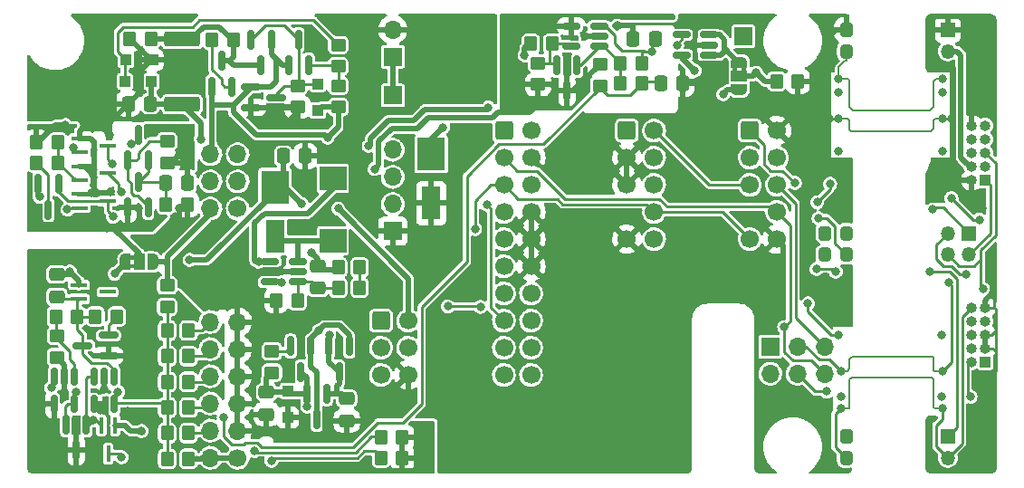
<source format=gbr>
G04 #@! TF.GenerationSoftware,KiCad,Pcbnew,(6.0.10-0)*
G04 #@! TF.CreationDate,2023-01-09T15:38:06+01:00*
G04 #@! TF.ProjectId,ATMEL-ICE-Octopus,41544d45-4c2d-4494-9345-2d4f63746f70,B6*
G04 #@! TF.SameCoordinates,Original*
G04 #@! TF.FileFunction,Copper,L2,Bot*
G04 #@! TF.FilePolarity,Positive*
%FSLAX46Y46*%
G04 Gerber Fmt 4.6, Leading zero omitted, Abs format (unit mm)*
G04 Created by KiCad (PCBNEW (6.0.10-0)) date 2023-01-09 15:38:06*
%MOMM*%
%LPD*%
G01*
G04 APERTURE LIST*
G04 Aperture macros list*
%AMRoundRect*
0 Rectangle with rounded corners*
0 $1 Rounding radius*
0 $2 $3 $4 $5 $6 $7 $8 $9 X,Y pos of 4 corners*
0 Add a 4 corners polygon primitive as box body*
4,1,4,$2,$3,$4,$5,$6,$7,$8,$9,$2,$3,0*
0 Add four circle primitives for the rounded corners*
1,1,$1+$1,$2,$3*
1,1,$1+$1,$4,$5*
1,1,$1+$1,$6,$7*
1,1,$1+$1,$8,$9*
0 Add four rect primitives between the rounded corners*
20,1,$1+$1,$2,$3,$4,$5,0*
20,1,$1+$1,$4,$5,$6,$7,0*
20,1,$1+$1,$6,$7,$8,$9,0*
20,1,$1+$1,$8,$9,$2,$3,0*%
%AMOutline5P*
0 Free polygon, 5 corners , with rotation*
0 The origin of the aperture is its center*
0 number of corners: always 5*
0 $1 to $10 corner X, Y*
0 $11 Rotation angle, in degrees counterclockwise*
0 create outline with 5 corners*
4,1,5,$1,$2,$3,$4,$5,$6,$7,$8,$9,$10,$1,$2,$11*%
%AMOutline6P*
0 Free polygon, 6 corners , with rotation*
0 The origin of the aperture is its center*
0 number of corners: always 6*
0 $1 to $12 corner X, Y*
0 $13 Rotation angle, in degrees counterclockwise*
0 create outline with 6 corners*
4,1,6,$1,$2,$3,$4,$5,$6,$7,$8,$9,$10,$11,$12,$1,$2,$13*%
%AMOutline7P*
0 Free polygon, 7 corners , with rotation*
0 The origin of the aperture is its center*
0 number of corners: always 7*
0 $1 to $14 corner X, Y*
0 $15 Rotation angle, in degrees counterclockwise*
0 create outline with 7 corners*
4,1,7,$1,$2,$3,$4,$5,$6,$7,$8,$9,$10,$11,$12,$13,$14,$1,$2,$15*%
%AMOutline8P*
0 Free polygon, 8 corners , with rotation*
0 The origin of the aperture is its center*
0 number of corners: always 8*
0 $1 to $16 corner X, Y*
0 $17 Rotation angle, in degrees counterclockwise*
0 create outline with 8 corners*
4,1,8,$1,$2,$3,$4,$5,$6,$7,$8,$9,$10,$11,$12,$13,$14,$15,$16,$1,$2,$17*%
%AMFreePoly0*
4,1,22,0.550000,-0.750000,0.000000,-0.750000,0.000000,-0.745033,-0.079941,-0.743568,-0.215256,-0.701293,-0.333266,-0.622738,-0.424486,-0.514219,-0.481581,-0.384460,-0.499164,-0.250000,-0.500000,-0.250000,-0.500000,0.250000,-0.499164,0.250000,-0.499963,0.256109,-0.478152,0.396186,-0.417904,0.524511,-0.324060,0.630769,-0.204165,0.706417,-0.067858,0.745374,0.000000,0.744959,0.000000,0.750000,
0.550000,0.750000,0.550000,-0.750000,0.550000,-0.750000,$1*%
%AMFreePoly1*
4,1,20,0.000000,0.744959,0.073905,0.744508,0.209726,0.703889,0.328688,0.626782,0.421226,0.519385,0.479903,0.390333,0.500000,0.250000,0.500000,-0.250000,0.499851,-0.262216,0.476331,-0.402017,0.414519,-0.529596,0.319384,-0.634700,0.198574,-0.708877,0.061801,-0.746166,0.000000,-0.745033,0.000000,-0.750000,-0.550000,-0.750000,-0.550000,0.750000,0.000000,0.750000,0.000000,0.744959,
0.000000,0.744959,$1*%
G04 Aperture macros list end*
G04 #@! TA.AperFunction,ComponentPad*
%ADD10C,1.700000*%
G04 #@! TD*
G04 #@! TA.AperFunction,ComponentPad*
%ADD11O,1.700000X1.700000*%
G04 #@! TD*
G04 #@! TA.AperFunction,ComponentPad*
%ADD12RoundRect,0.250000X-0.600000X-0.600000X0.600000X-0.600000X0.600000X0.600000X-0.600000X0.600000X0*%
G04 #@! TD*
G04 #@! TA.AperFunction,ComponentPad*
%ADD13R,1.700000X1.700000*%
G04 #@! TD*
G04 #@! TA.AperFunction,SMDPad,CuDef*
%ADD14RoundRect,0.250000X0.475000X-0.337500X0.475000X0.337500X-0.475000X0.337500X-0.475000X-0.337500X0*%
G04 #@! TD*
G04 #@! TA.AperFunction,SMDPad,CuDef*
%ADD15R,2.600000X3.100000*%
G04 #@! TD*
G04 #@! TA.AperFunction,SMDPad,CuDef*
%ADD16R,1.800000X3.100000*%
G04 #@! TD*
G04 #@! TA.AperFunction,ComponentPad*
%ADD17Outline8P,-0.600000X0.460000X-0.360000X0.700000X0.360000X0.700000X0.600000X0.460000X0.600000X-0.460000X0.360000X-0.700000X-0.360000X-0.700000X-0.600000X-0.460000X180.000000*%
G04 #@! TD*
G04 #@! TA.AperFunction,ComponentPad*
%ADD18RoundRect,0.420000X0.180000X0.280000X-0.180000X0.280000X-0.180000X-0.280000X0.180000X-0.280000X0*%
G04 #@! TD*
G04 #@! TA.AperFunction,SMDPad,CuDef*
%ADD19RoundRect,0.250000X-0.450000X0.350000X-0.450000X-0.350000X0.450000X-0.350000X0.450000X0.350000X0*%
G04 #@! TD*
G04 #@! TA.AperFunction,ComponentPad*
%ADD20R,1.000000X1.000000*%
G04 #@! TD*
G04 #@! TA.AperFunction,ComponentPad*
%ADD21O,1.000000X1.000000*%
G04 #@! TD*
G04 #@! TA.AperFunction,SMDPad,CuDef*
%ADD22RoundRect,0.250000X0.450000X-0.350000X0.450000X0.350000X-0.450000X0.350000X-0.450000X-0.350000X0*%
G04 #@! TD*
G04 #@! TA.AperFunction,SMDPad,CuDef*
%ADD23RoundRect,0.250000X0.350000X0.450000X-0.350000X0.450000X-0.350000X-0.450000X0.350000X-0.450000X0*%
G04 #@! TD*
G04 #@! TA.AperFunction,SMDPad,CuDef*
%ADD24RoundRect,0.250000X0.337500X0.475000X-0.337500X0.475000X-0.337500X-0.475000X0.337500X-0.475000X0*%
G04 #@! TD*
G04 #@! TA.AperFunction,SMDPad,CuDef*
%ADD25RoundRect,0.150000X-0.150000X0.775000X-0.150000X-0.775000X0.150000X-0.775000X0.150000X0.775000X0*%
G04 #@! TD*
G04 #@! TA.AperFunction,SMDPad,CuDef*
%ADD26RoundRect,0.250000X-0.337500X-0.475000X0.337500X-0.475000X0.337500X0.475000X-0.337500X0.475000X0*%
G04 #@! TD*
G04 #@! TA.AperFunction,SMDPad,CuDef*
%ADD27R,1.500000X0.450000*%
G04 #@! TD*
G04 #@! TA.AperFunction,SMDPad,CuDef*
%ADD28RoundRect,0.150000X0.775000X0.150000X-0.775000X0.150000X-0.775000X-0.150000X0.775000X-0.150000X0*%
G04 #@! TD*
G04 #@! TA.AperFunction,SMDPad,CuDef*
%ADD29RoundRect,0.250000X-0.350000X-0.450000X0.350000X-0.450000X0.350000X0.450000X-0.350000X0.450000X0*%
G04 #@! TD*
G04 #@! TA.AperFunction,SMDPad,CuDef*
%ADD30RoundRect,0.150000X0.150000X-0.775000X0.150000X0.775000X-0.150000X0.775000X-0.150000X-0.775000X0*%
G04 #@! TD*
G04 #@! TA.AperFunction,ComponentPad*
%ADD31R,1.350000X1.350000*%
G04 #@! TD*
G04 #@! TA.AperFunction,ComponentPad*
%ADD32O,1.350000X1.350000*%
G04 #@! TD*
G04 #@! TA.AperFunction,SMDPad,CuDef*
%ADD33R,1.000000X1.000000*%
G04 #@! TD*
G04 #@! TA.AperFunction,SMDPad,CuDef*
%ADD34R,0.450000X1.500000*%
G04 #@! TD*
G04 #@! TA.AperFunction,SMDPad,CuDef*
%ADD35RoundRect,0.150000X-0.150000X0.675000X-0.150000X-0.675000X0.150000X-0.675000X0.150000X0.675000X0*%
G04 #@! TD*
G04 #@! TA.AperFunction,SMDPad,CuDef*
%ADD36R,2.500000X2.200000*%
G04 #@! TD*
G04 #@! TA.AperFunction,SMDPad,CuDef*
%ADD37RoundRect,0.150000X0.675000X0.150000X-0.675000X0.150000X-0.675000X-0.150000X0.675000X-0.150000X0*%
G04 #@! TD*
G04 #@! TA.AperFunction,SMDPad,CuDef*
%ADD38RoundRect,0.249999X-1.425001X0.450001X-1.425001X-0.450001X1.425001X-0.450001X1.425001X0.450001X0*%
G04 #@! TD*
G04 #@! TA.AperFunction,SMDPad,CuDef*
%ADD39FreePoly0,270.000000*%
G04 #@! TD*
G04 #@! TA.AperFunction,SMDPad,CuDef*
%ADD40R,1.500000X1.000000*%
G04 #@! TD*
G04 #@! TA.AperFunction,SMDPad,CuDef*
%ADD41FreePoly1,270.000000*%
G04 #@! TD*
G04 #@! TA.AperFunction,SMDPad,CuDef*
%ADD42RoundRect,0.150000X-0.775000X-0.150000X0.775000X-0.150000X0.775000X0.150000X-0.775000X0.150000X0*%
G04 #@! TD*
G04 #@! TA.AperFunction,SMDPad,CuDef*
%ADD43FreePoly0,0.000000*%
G04 #@! TD*
G04 #@! TA.AperFunction,SMDPad,CuDef*
%ADD44R,1.000000X1.500000*%
G04 #@! TD*
G04 #@! TA.AperFunction,SMDPad,CuDef*
%ADD45FreePoly1,0.000000*%
G04 #@! TD*
G04 #@! TA.AperFunction,ViaPad*
%ADD46C,0.800000*%
G04 #@! TD*
G04 #@! TA.AperFunction,Conductor*
%ADD47C,0.490000*%
G04 #@! TD*
G04 #@! TA.AperFunction,Conductor*
%ADD48C,0.152400*%
G04 #@! TD*
G04 #@! TA.AperFunction,Conductor*
%ADD49C,0.250000*%
G04 #@! TD*
G04 APERTURE END LIST*
G04 #@! TO.C,JP1*
G36*
X166800000Y-83900000D02*
G01*
X166400000Y-83900000D01*
X166400000Y-83400000D01*
X166800000Y-83400000D01*
X166800000Y-83900000D01*
G37*
G36*
X167600000Y-83900000D02*
G01*
X167200000Y-83900000D01*
X167200000Y-83400000D01*
X167600000Y-83400000D01*
X167600000Y-83900000D01*
G37*
G04 #@! TO.C,JP2*
G36*
X110500000Y-102300000D02*
G01*
X110000000Y-102300000D01*
X110000000Y-101900000D01*
X110500000Y-101900000D01*
X110500000Y-102300000D01*
G37*
G36*
X110500000Y-101500000D02*
G01*
X110000000Y-101500000D01*
X110000000Y-101100000D01*
X110500000Y-101100000D01*
X110500000Y-101500000D01*
G37*
G04 #@! TD*
D10*
G04 #@! TO.P,J9,1,Pin_1*
G04 #@! TO.N,GND*
X120100000Y-120000000D03*
D11*
G04 #@! TO.P,J9,2,Pin_2*
X117560000Y-120000000D03*
G04 #@! TO.P,J9,3,Pin_3*
X120100000Y-117460000D03*
G04 #@! TO.P,J9,4,Pin_4*
G04 #@! TO.N,/VoltageLimiter/D_2V5*
X117560000Y-117460000D03*
G04 #@! TO.P,J9,5,Pin_5*
G04 #@! TO.N,GND*
X120100000Y-114920000D03*
G04 #@! TO.P,J9,6,Pin_6*
G04 #@! TO.N,/VoltageLimiter/D_3V0*
X117560000Y-114920000D03*
G04 #@! TO.P,J9,7,Pin_7*
G04 #@! TO.N,GND*
X120100000Y-112380000D03*
G04 #@! TO.P,J9,8,Pin_8*
G04 #@! TO.N,/VoltageLimiter/D_3V3*
X117560000Y-112380000D03*
G04 #@! TO.P,J9,9,Pin_9*
G04 #@! TO.N,GND*
X120100000Y-109840000D03*
G04 #@! TO.P,J9,10,Pin_10*
G04 #@! TO.N,/VoltageLimiter/D_3V7*
X117560000Y-109840000D03*
G04 #@! TO.P,J9,11,Pin_11*
G04 #@! TO.N,GND*
X120100000Y-107300000D03*
G04 #@! TO.P,J9,12,Pin_12*
G04 #@! TO.N,/VoltageLimiter/D_5V0*
X117560000Y-107300000D03*
G04 #@! TD*
D12*
G04 #@! TO.P,J12,1,Pin_1*
G04 #@! TO.N,/VIN_JTAG*
X156500000Y-89400000D03*
D10*
G04 #@! TO.P,J12,2,Pin_2*
G04 #@! TO.N,/TMS*
X159040000Y-89400000D03*
G04 #@! TO.P,J12,3,Pin_3*
G04 #@! TO.N,GND*
X156500000Y-91940000D03*
G04 #@! TO.P,J12,4,Pin_4*
G04 #@! TO.N,/TCK*
X159040000Y-91940000D03*
G04 #@! TO.P,J12,5,Pin_5*
G04 #@! TO.N,GND*
X156500000Y-94480000D03*
G04 #@! TO.P,J12,6,Pin_6*
G04 #@! TO.N,/TDO*
X159040000Y-94480000D03*
G04 #@! TO.P,J12,8,Pin_8*
G04 #@! TO.N,/TDI*
X159040000Y-97020000D03*
G04 #@! TO.P,J12,9,Pin_9*
G04 #@! TO.N,GND*
X156500000Y-99560000D03*
G04 #@! TO.P,J12,10,Pin_10*
G04 #@! TO.N,/nSRST*
X159040000Y-99560000D03*
G04 #@! TD*
D13*
G04 #@! TO.P,J6,1,Pin_1*
G04 #@! TO.N,/VTG*
X167400000Y-80600000D03*
G04 #@! TD*
G04 #@! TO.P,J18,1,Pin_1*
G04 #@! TO.N,/TDI*
X169900000Y-109600000D03*
D11*
G04 #@! TO.P,J18,2,Pin_2*
G04 #@! TO.N,/TDO*
X169900000Y-112140000D03*
G04 #@! TO.P,J18,3,Pin_3*
G04 #@! TO.N,/TCK*
X172440000Y-109600000D03*
G04 #@! TO.P,J18,4,Pin_4*
G04 #@! TO.N,/TMS*
X172440000Y-112140000D03*
G04 #@! TO.P,J18,5,Pin_5*
G04 #@! TO.N,/nSRST*
X174980000Y-109600000D03*
G04 #@! TO.P,J18,6,Pin_6*
G04 #@! TO.N,/nTRST*
X174980000Y-112140000D03*
G04 #@! TD*
D13*
G04 #@! TO.P,J16,1,Pin_1*
G04 #@! TO.N,/VIN_PROBE*
X134600000Y-86125000D03*
G04 #@! TD*
D12*
G04 #@! TO.P,J14,1,Pin_1*
G04 #@! TO.N,/TDO*
X133500000Y-107180000D03*
D10*
G04 #@! TO.P,J14,2,Pin_2*
G04 #@! TO.N,/VIN_AVR*
X136040000Y-107180000D03*
G04 #@! TO.P,J14,3,Pin_3*
G04 #@! TO.N,/TCK*
X133500000Y-109720000D03*
G04 #@! TO.P,J14,4,Pin_4*
G04 #@! TO.N,/TDI*
X136040000Y-109720000D03*
G04 #@! TO.P,J14,5,Pin_5*
G04 #@! TO.N,/nSRST*
X133500000Y-112260000D03*
G04 #@! TO.P,J14,6,Pin_6*
G04 #@! TO.N,GND*
X136040000Y-112260000D03*
G04 #@! TD*
D12*
G04 #@! TO.P,J11,1,Pin_1*
G04 #@! TO.N,/VIN_JTAG*
X145000000Y-89400000D03*
D10*
G04 #@! TO.P,J11,2,Pin_2*
G04 #@! TO.N,unconnected-(J11-Pad2)*
X147540000Y-89400000D03*
G04 #@! TO.P,J11,3,Pin_3*
G04 #@! TO.N,/nTRST*
X145000000Y-91940000D03*
G04 #@! TO.P,J11,4,Pin_4*
G04 #@! TO.N,GND*
X147540000Y-91940000D03*
G04 #@! TO.P,J11,5,Pin_5*
G04 #@! TO.N,/TDI*
X145000000Y-94480000D03*
G04 #@! TO.P,J11,6,Pin_6*
G04 #@! TO.N,GND*
X147540000Y-94480000D03*
G04 #@! TO.P,J11,7,Pin_7*
G04 #@! TO.N,/TMS*
X145000000Y-97020000D03*
G04 #@! TO.P,J11,8,Pin_8*
G04 #@! TO.N,GND*
X147540000Y-97020000D03*
G04 #@! TO.P,J11,9,Pin_9*
G04 #@! TO.N,/TCK*
X145000000Y-99560000D03*
G04 #@! TO.P,J11,10,Pin_10*
G04 #@! TO.N,GND*
X147540000Y-99560000D03*
G04 #@! TO.P,J11,11,Pin_11*
G04 #@! TO.N,unconnected-(J11-Pad11)*
X145000000Y-102100000D03*
G04 #@! TO.P,J11,12,Pin_12*
G04 #@! TO.N,GND*
X147540000Y-102100000D03*
G04 #@! TO.P,J11,13,Pin_13*
G04 #@! TO.N,/TDO*
X145000000Y-104640000D03*
G04 #@! TO.P,J11,14,Pin_14*
G04 #@! TO.N,unconnected-(J11-Pad14)*
X147540000Y-104640000D03*
G04 #@! TO.P,J11,15,Pin_15*
G04 #@! TO.N,/nSRST*
X145000000Y-107180000D03*
G04 #@! TO.P,J11,16,Pin_16*
G04 #@! TO.N,unconnected-(J11-Pad16)*
X147540000Y-107180000D03*
G04 #@! TO.P,J11,17,Pin_17*
G04 #@! TO.N,unconnected-(J11-Pad17)*
X145000000Y-109720000D03*
G04 #@! TO.P,J11,18,Pin_18*
G04 #@! TO.N,unconnected-(J11-Pad18)*
X147540000Y-109720000D03*
G04 #@! TO.P,J11,19,Pin_19*
G04 #@! TO.N,unconnected-(J11-Pad19)*
X145000000Y-112260000D03*
G04 #@! TO.P,J11,20,Pin_20*
G04 #@! TO.N,unconnected-(J11-Pad20)*
X147540000Y-112260000D03*
G04 #@! TD*
D13*
G04 #@! TO.P,J17,1,Pin_1*
G04 #@! TO.N,/VIN_PROBE*
X134600000Y-82500000D03*
D11*
G04 #@! TO.P,J17,2,Pin_2*
G04 #@! TO.N,GND*
X134600000Y-79960000D03*
G04 #@! TD*
D12*
G04 #@! TO.P,J13,1,Pin_1*
G04 #@! TO.N,/TCK*
X168000000Y-89400000D03*
D10*
G04 #@! TO.P,J13,2,Pin_2*
G04 #@! TO.N,GND*
X170540000Y-89400000D03*
G04 #@! TO.P,J13,3,Pin_3*
G04 #@! TO.N,/TDO*
X168000000Y-91940000D03*
G04 #@! TO.P,J13,4,Pin_4*
G04 #@! TO.N,/VIN_JTAG*
X170540000Y-91940000D03*
G04 #@! TO.P,J13,5,Pin_5*
G04 #@! TO.N,/TMS*
X168000000Y-94480000D03*
G04 #@! TO.P,J13,6,Pin_6*
G04 #@! TO.N,/nSRST*
X170540000Y-94480000D03*
G04 #@! TO.P,J13,8,Pin_8*
G04 #@! TO.N,/nTRST*
X170540000Y-97020000D03*
G04 #@! TO.P,J13,9,Pin_9*
G04 #@! TO.N,/TDI*
X168000000Y-99560000D03*
G04 #@! TO.P,J13,10,Pin_10*
G04 #@! TO.N,GND*
X170540000Y-99560000D03*
G04 #@! TD*
D13*
G04 #@! TO.P,J15,1,Pin_1*
G04 #@! TO.N,GND*
X134600000Y-98825000D03*
D11*
G04 #@! TO.P,J15,2,Pin_2*
G04 #@! TO.N,/TCK*
X134600000Y-96285000D03*
G04 #@! TO.P,J15,3,Pin_3*
G04 #@! TO.N,/TMS*
X134600000Y-93745000D03*
G04 #@! TO.P,J15,4,Pin_4*
G04 #@! TO.N,/nSRST*
X134600000Y-91205000D03*
G04 #@! TD*
D10*
G04 #@! TO.P,J8,1,Pin_1*
G04 #@! TO.N,/VIN_AVR*
X120100000Y-96700000D03*
D11*
G04 #@! TO.P,J8,2,Pin_2*
G04 #@! TO.N,/VIN*
X117560000Y-96700000D03*
G04 #@! TO.P,J8,3,Pin_3*
G04 #@! TO.N,/VIN_JTAG*
X120100000Y-94160000D03*
G04 #@! TO.P,J8,4,Pin_4*
G04 #@! TO.N,/VIN*
X117560000Y-94160000D03*
G04 #@! TO.P,J8,5,Pin_5*
G04 #@! TO.N,/VIN_PROBE*
X120100000Y-91620000D03*
G04 #@! TO.P,J8,6,Pin_6*
G04 #@! TO.N,/VIN*
X117560000Y-91620000D03*
G04 #@! TD*
D14*
G04 #@! TO.P,C11,1*
G04 #@! TO.N,GND*
X122800000Y-115937500D03*
G04 #@! TO.P,C11,2*
G04 #@! TO.N,VAA*
X122800000Y-113862500D03*
G04 #@! TD*
D15*
G04 #@! TO.P,D1,1,K*
G04 #@! TO.N,/VIN*
X138200000Y-91600000D03*
D16*
G04 #@! TO.P,D1,2,A*
G04 #@! TO.N,GND*
X138200000Y-96200000D03*
G04 #@! TD*
D17*
G04 #@! TO.P,J31,1,Pin_1*
G04 #@! TO.N,GND*
X177000000Y-80000000D03*
D18*
G04 #@! TO.P,J31,2,Pin_2*
G04 #@! TO.N,/VTG*
X177000000Y-82000000D03*
G04 #@! TD*
D19*
G04 #@! TO.P,R23,1*
G04 #@! TO.N,/VoltageLimiter/VREF_1v06*
X103200000Y-108600000D03*
G04 #@! TO.P,R23,2*
G04 #@! TO.N,GND*
X103200000Y-110600000D03*
G04 #@! TD*
D20*
G04 #@! TO.P,J1,1,Pin_1*
G04 #@! TO.N,/VTG*
X190000000Y-111040000D03*
D21*
G04 #@! TO.P,J1,2,Pin_2*
G04 #@! TO.N,/TMS*
X188730000Y-111040000D03*
G04 #@! TO.P,J1,3,Pin_3*
G04 #@! TO.N,GND*
X190000000Y-109770000D03*
G04 #@! TO.P,J1,4,Pin_4*
G04 #@! TO.N,/TCK*
X188730000Y-109770000D03*
G04 #@! TO.P,J1,5,Pin_5*
G04 #@! TO.N,GND*
X190000000Y-108500000D03*
G04 #@! TO.P,J1,6,Pin_6*
G04 #@! TO.N,/TDO*
X188730000Y-108500000D03*
G04 #@! TO.P,J1,7,Pin_7*
G04 #@! TO.N,unconnected-(J1-Pad7)*
X190000000Y-107230000D03*
G04 #@! TO.P,J1,8,Pin_8*
G04 #@! TO.N,/TDI*
X188730000Y-107230000D03*
G04 #@! TO.P,J1,9,Pin_9*
G04 #@! TO.N,GND*
X190000000Y-105960000D03*
G04 #@! TO.P,J1,10,Pin_10*
G04 #@! TO.N,/nSRST*
X188730000Y-105960000D03*
G04 #@! TD*
D22*
G04 #@! TO.P,R62,1*
G04 #@! TO.N,GND*
X125700000Y-87200000D03*
G04 #@! TO.P,R62,2*
G04 #@! TO.N,/VoltageBooster/VIN_G*
X125700000Y-85200000D03*
G04 #@! TD*
D23*
G04 #@! TO.P,R89,1*
G04 #@! TO.N,/StatusLeds/G3*
X103300000Y-90500000D03*
G04 #@! TO.P,R89,2*
G04 #@! TO.N,/VLED*
X101300000Y-90500000D03*
G04 #@! TD*
D22*
G04 #@! TO.P,R39,1*
G04 #@! TO.N,/VoltageLimiter/VIN_SCALED*
X113500000Y-105900000D03*
G04 #@! TO.P,R39,2*
G04 #@! TO.N,/VIN*
X113500000Y-103900000D03*
G04 #@! TD*
D23*
G04 #@! TO.P,R41,1*
G04 #@! TO.N,VAA*
X135500000Y-120000000D03*
G04 #@! TO.P,R41,2*
G04 #@! TO.N,/VIN_ABOVE*
X133500000Y-120000000D03*
G04 #@! TD*
G04 #@! TO.P,R35,1*
G04 #@! TO.N,/VoltageLimiter/D_3V7*
X115500000Y-110500000D03*
G04 #@! TO.P,R35,2*
G04 #@! TO.N,/VoltageLimiter/VIN_SCALED*
X113500000Y-110500000D03*
G04 #@! TD*
D24*
G04 #@! TO.P,C71,1*
G04 #@! TO.N,GND*
X126437500Y-91800000D03*
G04 #@! TO.P,C71,2*
G04 #@! TO.N,/VoltageBooster/VBOOST*
X124362500Y-91800000D03*
G04 #@! TD*
D20*
G04 #@! TO.P,J2,1,Pin_1*
G04 #@! TO.N,/TCK*
X190000000Y-94040000D03*
D21*
G04 #@! TO.P,J2,2,Pin_2*
G04 #@! TO.N,GND*
X188730000Y-94040000D03*
G04 #@! TO.P,J2,3,Pin_3*
G04 #@! TO.N,/TDO*
X190000000Y-92770000D03*
G04 #@! TO.P,J2,4,Pin_4*
G04 #@! TO.N,/VTG*
X188730000Y-92770000D03*
G04 #@! TO.P,J2,5,Pin_5*
G04 #@! TO.N,/TMS*
X190000000Y-91500000D03*
G04 #@! TO.P,J2,6,Pin_6*
G04 #@! TO.N,/nSRST*
X188730000Y-91500000D03*
G04 #@! TO.P,J2,7,Pin_7*
G04 #@! TO.N,unconnected-(J2-Pad7)*
X190000000Y-90230000D03*
G04 #@! TO.P,J2,8,Pin_8*
G04 #@! TO.N,/nTRST*
X188730000Y-90230000D03*
G04 #@! TO.P,J2,9,Pin_9*
G04 #@! TO.N,/TDI*
X190000000Y-88960000D03*
G04 #@! TO.P,J2,10,Pin_10*
G04 #@! TO.N,GND*
X188730000Y-88960000D03*
G04 #@! TD*
D25*
G04 #@! TO.P,Q12,1,S*
G04 #@! TO.N,/VoltageLimiter/VIN_SLOW*
X128650000Y-109575000D03*
G04 #@! TO.P,Q12,2,D*
G04 #@! TO.N,/VIN*
X130550000Y-109575000D03*
G04 #@! TO.P,Q12,3,G*
G04 #@! TO.N,/VoltageLimiter/VIN_SLOW*
X129600000Y-111975000D03*
G04 #@! TD*
D23*
G04 #@! TO.P,R73,1*
G04 #@! TO.N,Net-(R72-Pad2)*
X131500000Y-102200000D03*
G04 #@! TO.P,R73,2*
G04 #@! TO.N,/VoltageBooster/VBOOST*
X129500000Y-102200000D03*
G04 #@! TD*
D26*
G04 #@! TO.P,C53,1*
G04 #@! TO.N,GND*
X157062500Y-80800000D03*
G04 #@! TO.P,C53,2*
G04 #@! TO.N,/VoltageLimiter/ENABLE*
X159137500Y-80800000D03*
G04 #@! TD*
D27*
G04 #@! TO.P,Q82,1,G*
G04 #@! TO.N,/StatusLeds/G3*
X105300000Y-94050000D03*
G04 #@! TO.P,Q82,2,S*
G04 #@! TO.N,GND*
X105300000Y-92750000D03*
G04 #@! TO.P,Q82,3,D*
G04 #@! TO.N,/StatusLeds/nLED2*
X107960000Y-93400000D03*
G04 #@! TD*
D28*
G04 #@! TO.P,Q21,1,S*
G04 #@! TO.N,Net-(Q21-Pad1)*
X108000000Y-108550000D03*
G04 #@! TO.P,Q21,2,D*
G04 #@! TO.N,VAA*
X108000000Y-110450000D03*
G04 #@! TO.P,Q21,3,G*
G04 #@! TO.N,/VoltageLimiter/VREF_1v25*
X105600000Y-109500000D03*
G04 #@! TD*
D17*
G04 #@! TO.P,J32,1,Pin_1*
G04 #@! TO.N,/TDI*
X175000000Y-99000000D03*
D18*
G04 #@! TO.P,J32,2,Pin_2*
G04 #@! TO.N,/TDO*
X177000000Y-99000000D03*
G04 #@! TO.P,J32,3,Pin_3*
G04 #@! TO.N,/TCK*
X175000000Y-101000000D03*
G04 #@! TO.P,J32,4,Pin_4*
G04 #@! TO.N,/TMS*
X177000000Y-101000000D03*
G04 #@! TD*
D29*
G04 #@! TO.P,R71,1*
G04 #@! TO.N,GND*
X123700000Y-105300000D03*
G04 #@! TO.P,R71,2*
G04 #@! TO.N,Net-(C72-Pad1)*
X125700000Y-105300000D03*
G04 #@! TD*
D30*
G04 #@! TO.P,Q63,1,B*
G04 #@! TO.N,Net-(Q63-Pad1)*
X126750000Y-83300000D03*
G04 #@! TO.P,Q63,2,E*
G04 #@! TO.N,/VIN*
X124850000Y-83300000D03*
G04 #@! TO.P,Q63,3,C*
G04 #@! TO.N,/VoltageBooster/VIN_G*
X125800000Y-80900000D03*
G04 #@! TD*
D22*
G04 #@! TO.P,R55,1*
G04 #@! TO.N,VAA*
X148200000Y-85100000D03*
G04 #@! TO.P,R55,2*
G04 #@! TO.N,/VoltageLimiter/VN*
X148200000Y-83100000D03*
G04 #@! TD*
D31*
G04 #@! TO.P,J22,1,Pin_1*
G04 #@! TO.N,/TDI*
X188500000Y-99000000D03*
D32*
G04 #@! TO.P,J22,2,Pin_2*
G04 #@! TO.N,/TDO*
X186500000Y-99000000D03*
G04 #@! TO.P,J22,3,Pin_3*
G04 #@! TO.N,/TCK*
X188500000Y-101000000D03*
G04 #@! TO.P,J22,4,Pin_4*
G04 #@! TO.N,/TMS*
X186500000Y-101000000D03*
G04 #@! TD*
D27*
G04 #@! TO.P,Q83,1,G*
G04 #@! TO.N,/VIN_BELOW*
X105300000Y-96650000D03*
G04 #@! TO.P,Q83,2,S*
G04 #@! TO.N,GND*
X105300000Y-95350000D03*
G04 #@! TO.P,Q83,3,D*
G04 #@! TO.N,/StatusLeds/nLED3*
X107960000Y-96000000D03*
G04 #@! TD*
D25*
G04 #@! TO.P,D41,1*
G04 #@! TO.N,/VoltageLimiter/VIN_SCALED*
X104050000Y-116900000D03*
G04 #@! TO.P,D41,2*
G04 #@! TO.N,/VoltageLimiter/aENABLE*
X105950000Y-116900000D03*
G04 #@! TO.P,D41,3*
G04 #@! TO.N,VAA*
X105000000Y-119300000D03*
G04 #@! TD*
D29*
G04 #@! TO.P,R72,1*
G04 #@! TO.N,Net-(C72-Pad1)*
X129500000Y-104100000D03*
G04 #@! TO.P,R72,2*
G04 #@! TO.N,Net-(R72-Pad2)*
X131500000Y-104100000D03*
G04 #@! TD*
D33*
G04 #@! TO.P,D63,1,K*
G04 #@! TO.N,Net-(D63-Pad1)*
X109650000Y-82800000D03*
G04 #@! TO.P,D63,2,A*
G04 #@! TO.N,GND*
X112150000Y-82800000D03*
G04 #@! TD*
D31*
G04 #@! TO.P,J21,1,Pin_1*
G04 #@! TO.N,GND*
X186500000Y-80000000D03*
D32*
G04 #@! TO.P,J21,2,Pin_2*
G04 #@! TO.N,/VTG*
X186500000Y-82000000D03*
G04 #@! TD*
D33*
G04 #@! TO.P,D62,1,K*
G04 #@! TO.N,/VIN*
X127600000Y-87550000D03*
G04 #@! TO.P,D62,2,A*
G04 #@! TO.N,/VoltageBooster/VIN_G*
X127600000Y-85050000D03*
G04 #@! TD*
D22*
G04 #@! TO.P,R11,1*
G04 #@! TO.N,VAA*
X123300000Y-112037500D03*
G04 #@! TO.P,R11,2*
G04 #@! TO.N,Net-(Q11-Pad1)*
X123300000Y-110037500D03*
G04 #@! TD*
D34*
G04 #@! TO.P,Q41,1,G*
G04 #@! TO.N,/VoltageLimiter/aENABLE*
X107350000Y-116970000D03*
G04 #@! TO.P,Q41,2,S*
G04 #@! TO.N,GND*
X108650000Y-116970000D03*
G04 #@! TO.P,Q41,3,D*
G04 #@! TO.N,/VIN_ABOVE*
X108000000Y-119630000D03*
G04 #@! TD*
D35*
G04 #@! TO.P,U42,1*
G04 #@! TO.N,/VIN_BELOW*
X102950000Y-112400000D03*
G04 #@! TO.P,U42,2,V-*
G04 #@! TO.N,GND*
X103900000Y-112400000D03*
G04 #@! TO.P,U42,3,+*
G04 #@! TO.N,/VoltageLimiter/VREF_1v06*
X104850000Y-112400000D03*
G04 #@! TO.P,U42,4,-*
G04 #@! TO.N,/VoltageLimiter/VIN_SCALED*
X104850000Y-115000000D03*
G04 #@! TO.P,U42,5,V+*
G04 #@! TO.N,VAA*
X102950000Y-115000000D03*
G04 #@! TD*
D36*
G04 #@! TO.P,L71,1*
G04 #@! TO.N,/VoltageBooster/VIN_LIMITED*
X129000000Y-93900000D03*
G04 #@! TO.P,L71,2*
G04 #@! TO.N,/VoltageBooster/VSW*
X129000000Y-99700000D03*
G04 #@! TD*
D23*
G04 #@! TO.P,R32,1*
G04 #@! TO.N,/VoltageLimiter/D_2V5*
X115500000Y-117700000D03*
G04 #@! TO.P,R32,2*
G04 #@! TO.N,/VoltageLimiter/VIN_SCALED*
X113500000Y-117700000D03*
G04 #@! TD*
D37*
G04 #@! TO.P,U51,1*
G04 #@! TO.N,/VoltageLimiter/ENABLE*
X153900000Y-79650000D03*
G04 #@! TO.P,U51,2,V-*
G04 #@! TO.N,GND*
X153900000Y-80600000D03*
G04 #@! TO.P,U51,3,+*
G04 #@! TO.N,/VoltageLimiter/VP*
X153900000Y-81550000D03*
G04 #@! TO.P,U51,4,-*
G04 #@! TO.N,/VoltageLimiter/VN*
X151300000Y-81550000D03*
G04 #@! TO.P,U51,5,V+*
G04 #@! TO.N,VAA*
X151300000Y-79650000D03*
G04 #@! TD*
D23*
G04 #@! TO.P,R22,1*
G04 #@! TO.N,/VoltageLimiter/VREF_1v25*
X105100000Y-106800000D03*
G04 #@! TO.P,R22,2*
G04 #@! TO.N,/VoltageLimiter/VREF_1v06*
X103100000Y-106800000D03*
G04 #@! TD*
D37*
G04 #@! TO.P,U52,1,DIS*
G04 #@! TO.N,/VoltageLimiter/VOUT*
X164200000Y-80450000D03*
G04 #@! TO.P,U52,2,GND*
G04 #@! TO.N,GND*
X164200000Y-81400000D03*
G04 #@! TO.P,U52,3,OUT*
G04 #@! TO.N,/VoltageLimiter/VOUT*
X164200000Y-82350000D03*
G04 #@! TO.P,U52,4,IN*
G04 #@! TO.N,/VoltageLimiter/VIN_SLOW*
X161600000Y-82350000D03*
G04 #@! TO.P,U52,5,EN*
G04 #@! TO.N,/VoltageLimiter/ENABLE*
X161600000Y-80450000D03*
G04 #@! TD*
D23*
G04 #@! TO.P,R31,1*
G04 #@! TO.N,GND*
X115500000Y-120100000D03*
G04 #@! TO.P,R31,2*
G04 #@! TO.N,/VoltageLimiter/VIN_SCALED*
X113500000Y-120100000D03*
G04 #@! TD*
D37*
G04 #@! TO.P,U71,1,SW*
G04 #@! TO.N,/VoltageBooster/VSW*
X125700000Y-101650000D03*
G04 #@! TO.P,U71,2,GND*
G04 #@! TO.N,GND*
X125700000Y-102600000D03*
G04 #@! TO.P,U71,3,FB*
G04 #@! TO.N,Net-(C72-Pad1)*
X125700000Y-103550000D03*
G04 #@! TO.P,U71,4,~{SHDN}*
G04 #@! TO.N,/VoltageBooster/VIN_LIMITED*
X123100000Y-103550000D03*
G04 #@! TO.P,U71,5,VIN*
X123100000Y-101650000D03*
G04 #@! TD*
D23*
G04 #@! TO.P,R53,1*
G04 #@! TO.N,/VoltageLimiter/ENABLE*
X157900000Y-83100000D03*
G04 #@! TO.P,R53,2*
G04 #@! TO.N,/VoltageLimiter/VP*
X155900000Y-83100000D03*
G04 #@! TD*
D19*
G04 #@! TO.P,R63,1*
G04 #@! TO.N,Net-(D63-Pad1)*
X129500000Y-81400000D03*
G04 #@! TO.P,R63,2*
G04 #@! TO.N,Net-(Q63-Pad1)*
X129500000Y-83400000D03*
G04 #@! TD*
D25*
G04 #@! TO.P,D51,1*
G04 #@! TO.N,/VoltageLimiter/VN*
X149950000Y-83300000D03*
G04 #@! TO.P,D51,2*
G04 #@! TO.N,/VoltageLimiter/VP*
X151850000Y-83300000D03*
G04 #@! TO.P,D51,3*
G04 #@! TO.N,VAA*
X150900000Y-85700000D03*
G04 #@! TD*
D15*
G04 #@! TO.P,D71,1,K*
G04 #@! TO.N,/VoltageBooster/VBOOST*
X123600000Y-94700000D03*
D16*
G04 #@! TO.P,D71,2,A*
G04 #@! TO.N,/VoltageBooster/VSW*
X123600000Y-99300000D03*
G04 #@! TD*
D25*
G04 #@! TO.P,Q62,1,G*
G04 #@! TO.N,/VoltageBooster/VIN_G*
X121350000Y-80900000D03*
G04 #@! TO.P,Q62,2,S*
G04 #@! TO.N,/VIN*
X123250000Y-80900000D03*
G04 #@! TO.P,Q62,3,D*
G04 #@! TO.N,/VoltageBooster/VIN_T1*
X122300000Y-83300000D03*
G04 #@! TD*
D38*
G04 #@! TO.P,R66,1*
G04 #@! TO.N,/VoltageBooster/VIN_T1*
X114900000Y-80850000D03*
G04 #@! TO.P,R66,2*
G04 #@! TO.N,/VoltageBooster/VIN_LIMITED*
X114900000Y-86950000D03*
G04 #@! TD*
D24*
G04 #@! TO.P,C85,1*
G04 #@! TO.N,/VLED*
X115437500Y-94300000D03*
G04 #@! TO.P,C85,2*
G04 #@! TO.N,/StatusLeds/BB*
X113362500Y-94300000D03*
G04 #@! TD*
D30*
G04 #@! TO.P,Q85,1,B*
G04 #@! TO.N,/StatusLeds/AA*
X111750000Y-96600000D03*
G04 #@! TO.P,Q85,2,E*
G04 #@! TO.N,/VLED*
X109850000Y-96600000D03*
G04 #@! TO.P,Q85,3,C*
G04 #@! TO.N,/StatusLeds/BB*
X110800000Y-94200000D03*
G04 #@! TD*
D25*
G04 #@! TO.P,D88,1*
G04 #@! TO.N,/VTG*
X101450000Y-94400000D03*
G04 #@! TO.P,D88,2*
G04 #@! TO.N,/StatusLeds/nLED3*
X103350000Y-94400000D03*
G04 #@! TO.P,D88,3*
G04 #@! TO.N,Net-(D88-Pad3)*
X102400000Y-96800000D03*
G04 #@! TD*
D14*
G04 #@! TO.P,C72,1*
G04 #@! TO.N,Net-(C72-Pad1)*
X127600000Y-104137500D03*
G04 #@! TO.P,C72,2*
G04 #@! TO.N,/VoltageBooster/VBOOST*
X127600000Y-102062500D03*
G04 #@! TD*
D23*
G04 #@! TO.P,R61,1*
G04 #@! TO.N,/VoltageBooster/VIN_T1*
X119700000Y-80900000D03*
G04 #@! TO.P,R61,2*
G04 #@! TO.N,Net-(Q61-Pad1)*
X117700000Y-80900000D03*
G04 #@! TD*
G04 #@! TO.P,R84,1*
G04 #@! TO.N,GND*
X115400000Y-96300000D03*
G04 #@! TO.P,R84,2*
G04 #@! TO.N,/StatusLeds/BB*
X113400000Y-96300000D03*
G04 #@! TD*
G04 #@! TO.P,R34,1*
G04 #@! TO.N,/VoltageLimiter/D_3V3*
X115500000Y-112900000D03*
G04 #@! TO.P,R34,2*
G04 #@! TO.N,/VoltageLimiter/VIN_SCALED*
X113500000Y-112900000D03*
G04 #@! TD*
D19*
G04 #@! TO.P,R51,1*
G04 #@! TO.N,VAA*
X154000000Y-83200000D03*
G04 #@! TO.P,R51,2*
G04 #@! TO.N,/VoltageLimiter/aENABLE*
X154000000Y-85200000D03*
G04 #@! TD*
D35*
G04 #@! TO.P,U41,1*
G04 #@! TO.N,/VoltageLimiter/aENABLE*
X106650000Y-112400000D03*
G04 #@! TO.P,U41,2,V-*
G04 #@! TO.N,GND*
X107600000Y-112400000D03*
G04 #@! TO.P,U41,3,+*
G04 #@! TO.N,/VoltageLimiter/VREF_1v25*
X108550000Y-112400000D03*
G04 #@! TO.P,U41,4,-*
G04 #@! TO.N,/VoltageLimiter/VIN_SCALED*
X108550000Y-115000000D03*
G04 #@! TO.P,U41,5,V+*
G04 #@! TO.N,VAA*
X106650000Y-115000000D03*
G04 #@! TD*
D27*
G04 #@! TO.P,U21,1,K*
G04 #@! TO.N,/VoltageLimiter/VREF_1v25*
X105270000Y-105150000D03*
G04 #@! TO.P,U21,2,A*
G04 #@! TO.N,GND*
X105270000Y-103850000D03*
G04 #@! TO.P,U21,3,NC*
G04 #@! TO.N,unconnected-(U21-Pad3)*
X107930000Y-104500000D03*
G04 #@! TD*
D33*
G04 #@! TO.P,D11,1,K*
G04 #@! TO.N,VAA*
X124800000Y-113750000D03*
G04 #@! TO.P,D11,2,A*
G04 #@! TO.N,GND*
X124800000Y-116250000D03*
G04 #@! TD*
D14*
G04 #@! TO.P,C12,1*
G04 #@! TO.N,GND*
X130300000Y-116537500D03*
G04 #@! TO.P,C12,2*
G04 #@! TO.N,/VoltageLimiter/VIN_SLOW*
X130300000Y-114462500D03*
G04 #@! TD*
D39*
G04 #@! TO.P,JP1,1,A*
G04 #@! TO.N,/VoltageLimiter/VOUT*
X167000000Y-83000000D03*
D40*
G04 #@! TO.P,JP1,2,C*
G04 #@! TO.N,/VTG*
X167000000Y-84300000D03*
D41*
G04 #@! TO.P,JP1,3,B*
G04 #@! TO.N,/VIN*
X167000000Y-85600000D03*
G04 #@! TD*
D17*
G04 #@! TO.P,J33,1,Pin_1*
G04 #@! TO.N,/nTRST*
X177000000Y-118000000D03*
D18*
G04 #@! TO.P,J33,2,Pin_2*
G04 #@! TO.N,/nSRST*
X177000000Y-120000000D03*
G04 #@! TD*
D26*
G04 #@! TO.P,C66,1*
G04 #@! TO.N,GND*
X109862500Y-86900000D03*
G04 #@! TO.P,C66,2*
G04 #@! TO.N,/VoltageBooster/VIN_LIMITED*
X111937500Y-86900000D03*
G04 #@! TD*
D42*
G04 #@! TO.P,D61,1*
G04 #@! TO.N,GND*
X121300000Y-87250000D03*
G04 #@! TO.P,D61,2*
G04 #@! TO.N,/VIN*
X121300000Y-85350000D03*
G04 #@! TO.P,D61,3*
G04 #@! TO.N,/VoltageBooster/VIN_G*
X123700000Y-86300000D03*
G04 #@! TD*
D29*
G04 #@! TO.P,R65,1*
G04 #@! TO.N,GND*
X110000000Y-80800000D03*
G04 #@! TO.P,R65,2*
G04 #@! TO.N,/VoltageBooster/VIN_T1*
X112000000Y-80800000D03*
G04 #@! TD*
D23*
G04 #@! TO.P,R33,1*
G04 #@! TO.N,/VoltageLimiter/D_3V0*
X115500000Y-115300000D03*
G04 #@! TO.P,R33,2*
G04 #@! TO.N,/VoltageLimiter/VIN_SCALED*
X113500000Y-115300000D03*
G04 #@! TD*
D31*
G04 #@! TO.P,J23,1,Pin_1*
G04 #@! TO.N,/nTRST*
X186500000Y-118000000D03*
D32*
G04 #@! TO.P,J23,2,Pin_2*
G04 #@! TO.N,/nSRST*
X186500000Y-120000000D03*
G04 #@! TD*
D23*
G04 #@! TO.P,R54,1*
G04 #@! TO.N,/VoltageLimiter/VN*
X149500000Y-81300000D03*
G04 #@! TO.P,R54,2*
G04 #@! TO.N,GND*
X147500000Y-81300000D03*
G04 #@! TD*
D25*
G04 #@! TO.P,D12,1*
G04 #@! TO.N,VAA*
X126550000Y-114000000D03*
G04 #@! TO.P,D12,2*
G04 #@! TO.N,/VoltageLimiter/VIN_SLOW*
X128450000Y-114000000D03*
G04 #@! TO.P,D12,3*
G04 #@! TO.N,/VIN*
X127500000Y-116400000D03*
G04 #@! TD*
D23*
G04 #@! TO.P,R88,1*
G04 #@! TO.N,/StatusLeds/G3*
X103300000Y-92400000D03*
G04 #@! TO.P,R88,2*
G04 #@! TO.N,Net-(D88-Pad3)*
X101300000Y-92400000D03*
G04 #@! TD*
G04 #@! TO.P,R56,1*
G04 #@! TO.N,GND*
X172500000Y-84800000D03*
G04 #@! TO.P,R56,2*
G04 #@! TO.N,/VTG*
X170500000Y-84800000D03*
G04 #@! TD*
D24*
G04 #@! TO.P,C51,1*
G04 #@! TO.N,GND*
X161737500Y-85000000D03*
G04 #@! TO.P,C51,2*
G04 #@! TO.N,/VoltageLimiter/aENABLE*
X159662500Y-85000000D03*
G04 #@! TD*
D29*
G04 #@! TO.P,R21,1*
G04 #@! TO.N,/VoltageLimiter/VREF_1v25*
X106800000Y-106800000D03*
G04 #@! TO.P,R21,2*
G04 #@! TO.N,Net-(Q21-Pad1)*
X108800000Y-106800000D03*
G04 #@! TD*
D23*
G04 #@! TO.P,R36,1*
G04 #@! TO.N,/VoltageLimiter/D_5V0*
X115500000Y-108100000D03*
G04 #@! TO.P,R36,2*
G04 #@! TO.N,/VoltageLimiter/VIN_SCALED*
X113500000Y-108100000D03*
G04 #@! TD*
D14*
G04 #@! TO.P,C21,1*
G04 #@! TO.N,/VoltageLimiter/VREF_1v25*
X103200000Y-104937500D03*
G04 #@! TO.P,C21,2*
G04 #@! TO.N,GND*
X103200000Y-102862500D03*
G04 #@! TD*
D25*
G04 #@! TO.P,Q11,1,S*
G04 #@! TO.N,Net-(Q11-Pad1)*
X125050000Y-109575000D03*
G04 #@! TO.P,Q11,2,D*
G04 #@! TO.N,/VIN*
X126950000Y-109575000D03*
G04 #@! TO.P,Q11,3,G*
G04 #@! TO.N,VAA*
X126000000Y-111975000D03*
G04 #@! TD*
D19*
G04 #@! TO.P,R85,1*
G04 #@! TO.N,/StatusLeds/AA*
X113500000Y-90400000D03*
G04 #@! TO.P,R85,2*
G04 #@! TO.N,/VLED*
X113500000Y-92400000D03*
G04 #@! TD*
D23*
G04 #@! TO.P,R42,1*
G04 #@! TO.N,VAA*
X135500000Y-118100000D03*
G04 #@! TO.P,R42,2*
G04 #@! TO.N,/VIN_BELOW*
X133500000Y-118100000D03*
G04 #@! TD*
D30*
G04 #@! TO.P,Q84,1,B*
G04 #@! TO.N,/StatusLeds/BB*
X111750000Y-92200000D03*
G04 #@! TO.P,Q84,2,E*
G04 #@! TO.N,/StatusLeds/AA*
X109850000Y-92200000D03*
G04 #@! TO.P,Q84,3,C*
G04 #@! TO.N,/StatusLeds/CC*
X110800000Y-89800000D03*
G04 #@! TD*
D29*
G04 #@! TO.P,R52,1*
G04 #@! TO.N,/VoltageLimiter/VP*
X155900000Y-85000000D03*
G04 #@! TO.P,R52,2*
G04 #@! TO.N,/VoltageLimiter/aENABLE*
X157900000Y-85000000D03*
G04 #@! TD*
D22*
G04 #@! TO.P,R64,1*
G04 #@! TO.N,/VIN*
X129500000Y-87200000D03*
G04 #@! TO.P,R64,2*
G04 #@! TO.N,Net-(Q63-Pad1)*
X129500000Y-85200000D03*
G04 #@! TD*
D43*
G04 #@! TO.P,JP2,1,A*
G04 #@! TO.N,/VoltageBooster/VBOOST*
X109600000Y-101700000D03*
D44*
G04 #@! TO.P,JP2,2,C*
G04 #@! TO.N,/VLED*
X110900000Y-101700000D03*
D45*
G04 #@! TO.P,JP2,3,B*
G04 #@! TO.N,/VIN*
X112200000Y-101700000D03*
G04 #@! TD*
D27*
G04 #@! TO.P,Q81,1,G*
G04 #@! TO.N,/VIN_ABOVE*
X105300000Y-91450000D03*
G04 #@! TO.P,Q81,2,S*
G04 #@! TO.N,GND*
X105300000Y-90150000D03*
G04 #@! TO.P,Q81,3,D*
G04 #@! TO.N,/StatusLeds/nLED1*
X107960000Y-90800000D03*
G04 #@! TD*
D30*
G04 #@! TO.P,Q61,1,S*
G04 #@! TO.N,Net-(Q61-Pad1)*
X119550000Y-85300000D03*
G04 #@! TO.P,Q61,2,D*
G04 #@! TO.N,/VIN*
X117650000Y-85300000D03*
G04 #@! TO.P,Q61,3,G*
G04 #@! TO.N,/VoltageBooster/VIN_T1*
X118600000Y-82900000D03*
G04 #@! TD*
D33*
G04 #@! TO.P,D64,1,K*
G04 #@! TO.N,/VoltageBooster/VIN_LIMITED*
X112050000Y-84800000D03*
G04 #@! TO.P,D64,2,A*
G04 #@! TO.N,Net-(D63-Pad1)*
X109550000Y-84800000D03*
G04 #@! TD*
D46*
G04 #@! TO.N,/VTG*
X101577477Y-95592664D03*
X176300000Y-84600000D03*
X168600000Y-84000000D03*
X186000000Y-84600000D03*
G04 #@! TO.N,/TMS*
X174425500Y-97600000D03*
X188629500Y-114300000D03*
X189805500Y-104200000D03*
X185952345Y-114300000D03*
X175200000Y-113800000D03*
X176500000Y-114300000D03*
G04 #@! TO.N,GND*
X189129500Y-112929500D03*
X166000000Y-92714500D03*
X161400000Y-88894500D03*
X173400000Y-91000000D03*
X170800000Y-102800000D03*
X140100000Y-85900000D03*
X152600000Y-80600000D03*
X135600000Y-114274500D03*
X112600000Y-100000000D03*
X111100000Y-117500000D03*
X146934888Y-82369614D03*
X189700500Y-96700500D03*
X186840500Y-88305000D03*
X108189500Y-95125498D03*
X186000000Y-88300000D03*
X175400000Y-88300000D03*
X107600000Y-113600000D03*
X176300000Y-88300000D03*
X106400000Y-95225500D03*
X124500000Y-88900000D03*
X103900000Y-113900000D03*
X149000000Y-108400000D03*
X108100000Y-89800000D03*
X184824498Y-94871786D03*
X114649500Y-96700000D03*
X155600000Y-79600000D03*
X163600000Y-84800000D03*
X130600000Y-95800000D03*
X104400000Y-102600000D03*
X190700000Y-103500000D03*
X153900000Y-89800000D03*
X189000000Y-115300000D03*
G04 #@! TO.N,/TCK*
X186595239Y-103604761D03*
X172200000Y-94300000D03*
X186000000Y-111900000D03*
X176500000Y-111900000D03*
G04 #@! TO.N,/TDO*
X186000000Y-85800000D03*
X174225500Y-102340517D03*
X139752345Y-105852345D03*
X188248792Y-102848792D03*
X176025000Y-102600000D03*
X142800000Y-105900000D03*
X176300000Y-85800000D03*
G04 #@! TO.N,/TDI*
X186000000Y-91300000D03*
X176300000Y-91300000D03*
X175497655Y-94402345D03*
X142300000Y-98600000D03*
X185086624Y-96786624D03*
X174298792Y-96101208D03*
G04 #@! TO.N,/nSRST*
X186000000Y-115400000D03*
X189467492Y-97732508D03*
X143400000Y-96344300D03*
X186840500Y-95729750D03*
X176500000Y-115349503D03*
G04 #@! TO.N,/nTRST*
X184800000Y-102620830D03*
X185951317Y-108555450D03*
X176300000Y-108500000D03*
X171215000Y-107789690D03*
X173427845Y-105576845D03*
G04 #@! TO.N,/VoltageLimiter/VIN_SLOW*
X143550000Y-87250000D03*
X132360500Y-90825617D03*
X162825500Y-83800000D03*
X128659048Y-108526243D03*
G04 #@! TO.N,/VIN*
X128500000Y-90050500D03*
X139310000Y-89094500D03*
X127700000Y-108100000D03*
X165500000Y-86000000D03*
G04 #@! TO.N,/VIN_AVR*
X129500000Y-96700000D03*
G04 #@! TO.N,/VoltageBooster/VIN_LIMITED*
X122050000Y-101650000D03*
X116665500Y-90200000D03*
X124200000Y-103600000D03*
G04 #@! TO.N,/VoltageLimiter/ENABLE*
X161200000Y-81400000D03*
X158800000Y-82000000D03*
G04 #@! TO.N,/VoltageLimiter/aENABLE*
X106600000Y-116474500D03*
X118800000Y-116200000D03*
G04 #@! TO.N,/VLED*
X104000000Y-88900000D03*
X114600000Y-91700000D03*
X110800000Y-96682727D03*
X107900000Y-98500000D03*
G04 #@! TO.N,/StatusLeds/nLED1*
X108400000Y-92525498D03*
G04 #@! TO.N,/StatusLeds/CC*
X110126313Y-90635541D03*
G04 #@! TO.N,/StatusLeds/nLED3*
X108453752Y-97457227D03*
G04 #@! TO.N,/VIN_ABOVE*
X109258768Y-119958768D03*
X104700000Y-91024502D03*
X123252345Y-120274500D03*
G04 #@! TO.N,/VoltageLimiter/VIN_SCALED*
X104949193Y-113874500D03*
X108905500Y-113847639D03*
G04 #@! TO.N,/VIN_BELOW*
X102660710Y-113437727D03*
X121630608Y-119382257D03*
X104174500Y-96772852D03*
G04 #@! TO.N,VAA*
X109800000Y-115674500D03*
X132900000Y-93000000D03*
X131954761Y-120454761D03*
X109800000Y-111000000D03*
X126600000Y-115200000D03*
X107290249Y-115570498D03*
G04 #@! TO.N,/StatusLeds/nLED2*
X109237947Y-95172536D03*
G04 #@! TO.N,/VoltageBooster/VBOOST*
X108600000Y-102800000D03*
X126100000Y-96278759D03*
X115607316Y-101500000D03*
X127000000Y-100800000D03*
G04 #@! TD*
D47*
G04 #@! TO.N,/VTG*
X188317857Y-92495000D02*
X187735000Y-91912143D01*
X168300000Y-84300000D02*
X167000000Y-84300000D01*
X169400000Y-84800000D02*
X168600000Y-84000000D01*
X187735000Y-91912143D02*
X187735000Y-82335000D01*
X170500000Y-84800000D02*
X169400000Y-84800000D01*
D48*
X177200000Y-84600000D02*
X176300000Y-84600000D01*
X184869799Y-87530201D02*
X177630201Y-87530201D01*
X185200000Y-87200000D02*
X184869799Y-87530201D01*
X185400000Y-84600000D02*
X185200000Y-84800000D01*
X186000000Y-84600000D02*
X185400000Y-84600000D01*
X177319799Y-84719799D02*
X177200000Y-84600000D01*
D47*
X101450000Y-95465187D02*
X101450000Y-94400000D01*
X101577477Y-95592664D02*
X101450000Y-95465187D01*
D48*
X177319799Y-87219799D02*
X177319799Y-84719799D01*
X185200000Y-84800000D02*
X185200000Y-87200000D01*
X176300000Y-84600000D02*
X176300000Y-83500000D01*
D47*
X187400000Y-82000000D02*
X186500000Y-82000000D01*
D48*
X177630201Y-87530201D02*
X177319799Y-87219799D01*
D47*
X187735000Y-82335000D02*
X187400000Y-82000000D01*
D48*
X176300000Y-83500000D02*
X176900000Y-82900000D01*
X177000000Y-82000000D02*
X177000000Y-82900000D01*
X176900000Y-82900000D02*
X177000000Y-82900000D01*
D47*
X168600000Y-84000000D02*
X168300000Y-84300000D01*
D49*
G04 #@! TO.N,/TMS*
X159100000Y-89400000D02*
X164180000Y-94480000D01*
X188629500Y-114300000D02*
X188355000Y-114025500D01*
X190000000Y-91500000D02*
X190975000Y-92475000D01*
X189805500Y-104200000D02*
X189600000Y-103994500D01*
X175200000Y-97600000D02*
X175975000Y-98375000D01*
X189600000Y-103994500D02*
X189600000Y-101400000D01*
X186500000Y-101000000D02*
X187550000Y-102050000D01*
X189600000Y-100607106D02*
X189600000Y-101400000D01*
X187550000Y-102050000D02*
X188950000Y-102050000D01*
X190975000Y-92475000D02*
X190975000Y-99232106D01*
X175975000Y-98375000D02*
X175975000Y-99975000D01*
X175975000Y-99975000D02*
X177000000Y-101000000D01*
X174425500Y-97600000D02*
X175200000Y-97600000D01*
X188950000Y-102050000D02*
X189600000Y-101400000D01*
X188355000Y-111415000D02*
X188730000Y-111040000D01*
X188355000Y-114025500D02*
X188355000Y-111415000D01*
X174100000Y-113800000D02*
X172440000Y-112140000D01*
X175200000Y-113800000D02*
X174100000Y-113800000D01*
X164180000Y-94480000D02*
X168000000Y-94480000D01*
X190975000Y-99232106D02*
X189600000Y-100607106D01*
D48*
G04 #@! TO.N,GND*
X177319799Y-88480200D02*
X177139599Y-88300000D01*
X177460201Y-89460201D02*
X177319799Y-89319799D01*
D49*
X162900000Y-79800000D02*
X162500000Y-79400000D01*
D47*
X109570000Y-116970000D02*
X110100000Y-117500000D01*
X105825000Y-92750000D02*
X106610500Y-93535500D01*
X185008782Y-78745000D02*
X188545000Y-78745000D01*
X108100000Y-89800000D02*
X108100000Y-88662500D01*
X106700000Y-93446000D02*
X106610500Y-93535500D01*
X163600000Y-88000000D02*
X166500000Y-88000000D01*
X161737500Y-84800000D02*
X163600000Y-84800000D01*
X184824498Y-94871786D02*
X185656284Y-94040000D01*
X190000000Y-108500000D02*
X190000000Y-109770000D01*
X146934888Y-81665112D02*
X147300000Y-81300000D01*
D49*
X190975000Y-107875000D02*
X190975000Y-108100000D01*
D47*
X112000000Y-82800000D02*
X110900000Y-83900000D01*
X110900000Y-83900000D02*
X110900000Y-85862500D01*
X103900000Y-112400000D02*
X103900000Y-111300000D01*
X103900000Y-111300000D02*
X103200000Y-110600000D01*
X186995000Y-88459500D02*
X186840500Y-88305000D01*
X136040000Y-113834500D02*
X136040000Y-112260000D01*
X108089498Y-95225500D02*
X108189500Y-95125498D01*
X106700000Y-94925500D02*
X106700000Y-92900000D01*
X188900000Y-115400000D02*
X189000000Y-115300000D01*
X108100000Y-88662500D02*
X108381250Y-88381250D01*
X146934888Y-82369614D02*
X146934888Y-81665112D01*
X155600000Y-79600000D02*
X156900000Y-79600000D01*
X166500000Y-88000000D02*
X169140000Y-88000000D01*
X189700500Y-96700500D02*
X189700500Y-96300500D01*
X147540000Y-97020000D02*
X147540000Y-99560000D01*
X188900000Y-115400000D02*
X190400000Y-113900000D01*
X171145000Y-102455000D02*
X170800000Y-102800000D01*
X106700000Y-90500000D02*
X106700000Y-92900000D01*
X111100000Y-117500000D02*
X110100000Y-117500000D01*
X108650000Y-116970000D02*
X109570000Y-116970000D01*
X188730000Y-80070000D02*
X188730000Y-88960000D01*
D48*
X186000000Y-88300000D02*
X185300000Y-88300000D01*
D49*
X186005000Y-88305000D02*
X186000000Y-88300000D01*
X190860000Y-105960000D02*
X190975000Y-106075000D01*
D47*
X114649500Y-96700000D02*
X114649500Y-97950500D01*
X105300000Y-92750000D02*
X105825000Y-92750000D01*
X115500000Y-120100000D02*
X117460000Y-120100000D01*
X161400000Y-88000000D02*
X163600000Y-88000000D01*
X155100000Y-89400000D02*
X155100000Y-88200000D01*
D49*
X190975000Y-107875000D02*
X190975000Y-110037894D01*
X162900000Y-82800000D02*
X163000000Y-82800000D01*
D47*
X188545000Y-78745000D02*
X188730000Y-78930000D01*
X190700000Y-103500000D02*
X190700000Y-104100000D01*
D49*
X162900000Y-81300000D02*
X162900000Y-82800000D01*
D47*
X189259000Y-112800000D02*
X189129500Y-112929500D01*
X153900000Y-80600000D02*
X152600000Y-80600000D01*
X125700000Y-87200000D02*
X125700000Y-87700000D01*
D49*
X190975000Y-110037894D02*
X190975000Y-111925000D01*
D47*
X114649500Y-97950500D02*
X112600000Y-100000000D01*
X135600000Y-114274500D02*
X136040000Y-113834500D01*
D49*
X190000000Y-105960000D02*
X190860000Y-105960000D01*
D47*
X131300000Y-92300000D02*
X131300000Y-95100000D01*
X154300000Y-89400000D02*
X153900000Y-89800000D01*
X166500000Y-88000000D02*
X166500000Y-92214500D01*
X156500000Y-91940000D02*
X155100000Y-90540000D01*
X173400000Y-86900000D02*
X173040000Y-86900000D01*
D49*
X190860000Y-105960000D02*
X190860000Y-104260000D01*
D47*
X149200000Y-108200000D02*
X149000000Y-108400000D01*
X137060000Y-79960000D02*
X134600000Y-79960000D01*
X170540000Y-99560000D02*
X171145000Y-100165000D01*
X169140000Y-88000000D02*
X170540000Y-89400000D01*
X190400000Y-112800000D02*
X189259000Y-112800000D01*
X157062500Y-80800000D02*
X157062500Y-79762500D01*
X147540000Y-99560000D02*
X147540000Y-102100000D01*
D49*
X157100000Y-79400000D02*
X156900000Y-79600000D01*
X190000000Y-109770000D02*
X190707106Y-109770000D01*
D47*
X126437500Y-91800000D02*
X130800000Y-91800000D01*
X161400000Y-88894500D02*
X161400000Y-88000000D01*
X105270000Y-103470000D02*
X104400000Y-102600000D01*
X105300000Y-90150000D02*
X106350000Y-90150000D01*
X186500000Y-80000000D02*
X188660000Y-80000000D01*
X106700000Y-92900000D02*
X106700000Y-93446000D01*
D49*
X190707106Y-109770000D02*
X190975000Y-110037894D01*
D47*
X188660000Y-80000000D02*
X188730000Y-80070000D01*
X110900000Y-85862500D02*
X109862500Y-86900000D01*
D48*
X177319799Y-89319799D02*
X177319799Y-88480200D01*
D47*
X156900000Y-79600000D02*
X157062500Y-79762500D01*
X131300000Y-95100000D02*
X130600000Y-95800000D01*
D49*
X163000000Y-81400000D02*
X162900000Y-81300000D01*
D47*
X149200000Y-103900000D02*
X149200000Y-108200000D01*
X174200000Y-86900000D02*
X173400000Y-86900000D01*
X107562500Y-89200000D02*
X108381250Y-88381250D01*
X175000000Y-81000000D02*
X175000000Y-86100000D01*
X107600000Y-112400000D02*
X107600000Y-113600000D01*
X106350000Y-90150000D02*
X106700000Y-90500000D01*
X184700000Y-79000000D02*
X184949895Y-78750105D01*
X188540000Y-94040000D02*
X187440000Y-94040000D01*
X177000000Y-80000000D02*
X176000000Y-80000000D01*
X147540000Y-102100000D02*
X149200000Y-103760000D01*
X155300000Y-88000000D02*
X161400000Y-88000000D01*
X186995000Y-93595000D02*
X186995000Y-89695000D01*
X173400000Y-86900000D02*
X173400000Y-91000000D01*
D49*
X190975000Y-111925000D02*
X190400000Y-112500000D01*
D48*
X177139599Y-88300000D02*
X176300000Y-88300000D01*
D47*
X166500000Y-92214500D02*
X166000000Y-92714500D01*
X163600000Y-84800000D02*
X163600000Y-88000000D01*
X140100000Y-85900000D02*
X140100000Y-83000000D01*
X155100000Y-90540000D02*
X155100000Y-89400000D01*
X189700500Y-96300500D02*
X188730000Y-95330000D01*
X186995000Y-83545000D02*
X186850000Y-83400000D01*
D48*
X184939799Y-89460201D02*
X177460201Y-89460201D01*
D47*
X156500000Y-91940000D02*
X156500000Y-94480000D01*
X105300000Y-90150000D02*
X105300000Y-89500000D01*
X175000000Y-86100000D02*
X174200000Y-86900000D01*
X190400000Y-113900000D02*
X190400000Y-112800000D01*
X108381250Y-88381250D02*
X109862500Y-86900000D01*
X106400000Y-95225500D02*
X108089498Y-95225500D01*
X186995000Y-89695000D02*
X186995000Y-83545000D01*
D49*
X164200000Y-81400000D02*
X163000000Y-81400000D01*
D47*
X186995000Y-89695000D02*
X186995000Y-88459500D01*
X190700000Y-104571222D02*
X190700000Y-104100000D01*
X190400000Y-112800000D02*
X190400000Y-112500000D01*
X155100000Y-88200000D02*
X155300000Y-88000000D01*
X171145000Y-100165000D02*
X171145000Y-102455000D01*
X103200000Y-102862500D02*
X104137500Y-102862500D01*
X190000000Y-105960000D02*
X190000000Y-105271222D01*
X190000000Y-105271222D02*
X190700000Y-104571222D01*
X105300000Y-89500000D02*
X105600000Y-89200000D01*
X184700000Y-82400000D02*
X184700000Y-79000000D01*
X173040000Y-86900000D02*
X170540000Y-89400000D01*
X114649500Y-96700000D02*
X115049500Y-96300000D01*
X185003677Y-78750105D02*
X185008782Y-78745000D01*
X188730000Y-95330000D02*
X188730000Y-94040000D01*
D49*
X190975000Y-106075000D02*
X190975000Y-107875000D01*
D47*
X130800000Y-91800000D02*
X131300000Y-92300000D01*
X185700000Y-83400000D02*
X184700000Y-82400000D01*
D49*
X190575000Y-108500000D02*
X190000000Y-108500000D01*
D47*
X121300000Y-87250000D02*
X125650000Y-87250000D01*
X125700000Y-87700000D02*
X124500000Y-88900000D01*
X184949895Y-78750105D02*
X185003677Y-78750105D01*
D49*
X162500000Y-79400000D02*
X157100000Y-79400000D01*
D47*
X176000000Y-80000000D02*
X175000000Y-81000000D01*
D49*
X186840500Y-88305000D02*
X186005000Y-88305000D01*
D48*
X185180201Y-89219799D02*
X184939799Y-89460201D01*
D47*
X185656284Y-94040000D02*
X188730000Y-94040000D01*
D49*
X163600000Y-83400000D02*
X163600000Y-84800000D01*
D47*
X155100000Y-89400000D02*
X154300000Y-89400000D01*
X140100000Y-83000000D02*
X137060000Y-79960000D01*
X106400000Y-95225500D02*
X106700000Y-94925500D01*
D49*
X176300000Y-88300000D02*
X175400000Y-88300000D01*
X190975000Y-108100000D02*
X190575000Y-108500000D01*
D47*
X105600000Y-89200000D02*
X107562500Y-89200000D01*
X110000000Y-80800000D02*
X112000000Y-82800000D01*
X105270000Y-103850000D02*
X105270000Y-103470000D01*
D48*
X185300000Y-88300000D02*
X185180201Y-88419799D01*
D49*
X162900000Y-81300000D02*
X162900000Y-79800000D01*
D48*
X185180201Y-88419799D02*
X185180201Y-89219799D01*
D47*
X188730000Y-78930000D02*
X188730000Y-80070000D01*
X149200000Y-103760000D02*
X149200000Y-103900000D01*
X187440000Y-94040000D02*
X186995000Y-93595000D01*
X186850000Y-83400000D02*
X185700000Y-83400000D01*
X104137500Y-102862500D02*
X104400000Y-102600000D01*
X120100000Y-120000000D02*
X117560000Y-120000000D01*
D49*
X163000000Y-82800000D02*
X163600000Y-83400000D01*
X190860000Y-104260000D02*
X190700000Y-104100000D01*
G04 #@! TO.N,/TCK*
X174472588Y-110825000D02*
X175425000Y-110825000D01*
X188500000Y-101000000D02*
X190475000Y-99025000D01*
D48*
X185039799Y-110539799D02*
X177560201Y-110539799D01*
X177560201Y-110539799D02*
X177319799Y-110780201D01*
D49*
X186855000Y-103864522D02*
X186595239Y-103604761D01*
X171065000Y-93165000D02*
X172200000Y-94300000D01*
D48*
X177319799Y-110780201D02*
X177319799Y-111680201D01*
X177100000Y-111900000D02*
X176500000Y-111900000D01*
D49*
X186855000Y-111045000D02*
X186855000Y-103864522D01*
D48*
X185180201Y-111819799D02*
X185180201Y-110680201D01*
D49*
X168000000Y-89400000D02*
X169315000Y-90715000D01*
X169965000Y-93165000D02*
X171065000Y-93165000D01*
X173247588Y-109600000D02*
X174472588Y-110825000D01*
X172440000Y-109600000D02*
X173247588Y-109600000D01*
X169315000Y-90715000D02*
X169315000Y-92515000D01*
X186000000Y-111900000D02*
X186855000Y-111045000D01*
X190475000Y-99025000D02*
X190475000Y-94515000D01*
X175425000Y-110825000D02*
X176500000Y-111900000D01*
X190475000Y-94515000D02*
X190375000Y-94415000D01*
D48*
X185260402Y-111900000D02*
X185180201Y-111819799D01*
X177319799Y-111680201D02*
X177100000Y-111900000D01*
X186000000Y-111900000D02*
X185260402Y-111900000D01*
D49*
X169315000Y-92515000D02*
X169965000Y-93165000D01*
D48*
X185180201Y-110680201D02*
X185039799Y-110539799D01*
D49*
G04 #@! TO.N,/TDO*
X176025000Y-102600000D02*
X175765517Y-102340517D01*
X187641686Y-102848792D02*
X188248792Y-102848792D01*
X185450000Y-100050000D02*
X185450000Y-101434925D01*
X186107538Y-102092462D02*
X186885356Y-102092462D01*
X186500000Y-99000000D02*
X185450000Y-100050000D01*
X186885356Y-102092462D02*
X187641686Y-102848792D01*
X185450000Y-101434925D02*
X186107538Y-102092462D01*
X175765517Y-102340517D02*
X174225500Y-102340517D01*
X142752345Y-105852345D02*
X142800000Y-105900000D01*
X139752345Y-105852345D02*
X142752345Y-105852345D01*
G04 #@! TO.N,/TDI*
X145000000Y-94480000D02*
X146315000Y-95795000D01*
X185086624Y-96786624D02*
X185307748Y-96565500D01*
X143797919Y-94480000D02*
X142300000Y-95977919D01*
X159040000Y-97020000D02*
X165460000Y-97020000D01*
X145000000Y-94480000D02*
X143797919Y-94480000D01*
X158315000Y-96295000D02*
X159040000Y-97020000D01*
X175497655Y-94902345D02*
X174298792Y-96101208D01*
X142300000Y-95977919D02*
X142300000Y-98600000D01*
X175497655Y-94402345D02*
X175497655Y-94902345D01*
X146315000Y-95795000D02*
X149987893Y-95795000D01*
X150487893Y-96295000D02*
X158315000Y-96295000D01*
X185307748Y-96565500D02*
X186065500Y-96565500D01*
X165460000Y-97020000D02*
X168000000Y-99560000D01*
X149987893Y-95795000D02*
X150487893Y-96295000D01*
X186065500Y-96565500D02*
X188500000Y-99000000D01*
D48*
G04 #@! TO.N,/nSRST*
X185300000Y-115400000D02*
X186000000Y-115400000D01*
D49*
X172265000Y-106885000D02*
X174980000Y-109600000D01*
D48*
X176500000Y-115349503D02*
X177250497Y-115349503D01*
X177319799Y-115280201D02*
X177319799Y-112680201D01*
D49*
X145000000Y-107180000D02*
X143775000Y-105955000D01*
X176000000Y-119000000D02*
X177000000Y-120000000D01*
X185450000Y-118950000D02*
X186500000Y-120000000D01*
D48*
X177319799Y-112680201D02*
X177530201Y-112469799D01*
D49*
X186840500Y-95729750D02*
X186850000Y-95729750D01*
X185450000Y-116950000D02*
X185450000Y-118950000D01*
X188852758Y-97732508D02*
X189467492Y-97732508D01*
D48*
X177530201Y-112469799D02*
X184969799Y-112469799D01*
D49*
X187855000Y-106835000D02*
X187855000Y-118645000D01*
X143775000Y-96719300D02*
X143400000Y-96344300D01*
D48*
X185200000Y-112700000D02*
X185200000Y-115300000D01*
D49*
X185450000Y-116950000D02*
X186000000Y-116400000D01*
X176500000Y-115400000D02*
X176000000Y-115900000D01*
X188730000Y-105960000D02*
X187855000Y-106835000D01*
X176000000Y-115900000D02*
X176000000Y-119000000D01*
X186850000Y-95729750D02*
X188852758Y-97732508D01*
X187855000Y-118645000D02*
X186500000Y-120000000D01*
D48*
X177250497Y-115349503D02*
X177319799Y-115280201D01*
X184969799Y-112469799D02*
X185200000Y-112700000D01*
D49*
X176500000Y-115349503D02*
X176500000Y-115400000D01*
X170540000Y-94480000D02*
X172265000Y-96205000D01*
D48*
X185200000Y-115300000D02*
X185300000Y-115400000D01*
D49*
X143775000Y-105955000D02*
X143775000Y-96719300D01*
X186000000Y-116400000D02*
X186000000Y-115400000D01*
X172265000Y-96205000D02*
X172265000Y-106885000D01*
G04 #@! TO.N,/nTRST*
X172007588Y-110900000D02*
X173740000Y-110900000D01*
X171215000Y-107789690D02*
X171765000Y-107239690D01*
X186707324Y-102620830D02*
X187370239Y-103283745D01*
X184800000Y-102620830D02*
X186707324Y-102620830D01*
X187355000Y-103941016D02*
X187355000Y-117145000D01*
X148100000Y-93200000D02*
X146260000Y-93200000D01*
X175600000Y-108500000D02*
X176300000Y-108500000D01*
X171215000Y-110107412D02*
X172007588Y-110900000D01*
X187370239Y-103925777D02*
X187355000Y-103941016D01*
X173740000Y-110900000D02*
X174980000Y-112140000D01*
X187370239Y-103283745D02*
X187370239Y-103925777D01*
X150695000Y-95795000D02*
X148100000Y-93200000D01*
X173427845Y-106327845D02*
X175600000Y-108500000D01*
X159547412Y-95795000D02*
X150695000Y-95795000D01*
X160272412Y-96520000D02*
X159547412Y-95795000D01*
X171765000Y-98245000D02*
X170540000Y-97020000D01*
X187355000Y-117145000D02*
X186500000Y-118000000D01*
X170040000Y-96520000D02*
X160272412Y-96520000D01*
X146260000Y-93200000D02*
X145000000Y-91940000D01*
X173427845Y-105576845D02*
X173427845Y-106327845D01*
X171765000Y-107239690D02*
X171765000Y-98245000D01*
X171215000Y-107789690D02*
X171215000Y-110107412D01*
D47*
G04 #@! TO.N,/VIN_PROBE*
X134600000Y-82500000D02*
X134600000Y-86125000D01*
G04 #@! TO.N,/VoltageLimiter/VIN_SLOW*
X137593482Y-87460000D02*
X143340000Y-87460000D01*
X134193482Y-88460000D02*
X136593482Y-88460000D01*
X129400000Y-114000000D02*
X129400000Y-113300000D01*
X128650000Y-109575000D02*
X128650000Y-111025000D01*
X161600000Y-82350000D02*
X161600000Y-82574500D01*
X129400000Y-114000000D02*
X129837500Y-114000000D01*
X128450000Y-114000000D02*
X129400000Y-114000000D01*
X132386117Y-90800000D02*
X132500000Y-90800000D01*
X143340000Y-87460000D02*
X143550000Y-87250000D01*
X161600000Y-82574500D02*
X162825500Y-83800000D01*
X129600000Y-113100000D02*
X129600000Y-111975000D01*
X129837500Y-114000000D02*
X130300000Y-114462500D01*
X128659048Y-108526243D02*
X128659048Y-109565952D01*
X128650000Y-111025000D02*
X129600000Y-111975000D01*
X132360500Y-90825617D02*
X132386117Y-90800000D01*
X129400000Y-113300000D02*
X129600000Y-113100000D01*
X132500000Y-90800000D02*
X132500000Y-90153482D01*
X132500000Y-90153482D02*
X134193482Y-88460000D01*
X136593482Y-88460000D02*
X137593482Y-87460000D01*
G04 #@! TO.N,/VIN*
X123250000Y-82250000D02*
X123700000Y-82700000D01*
X124300000Y-83300000D02*
X124850000Y-83300000D01*
X129500000Y-87200000D02*
X127950000Y-87200000D01*
X167000000Y-85600000D02*
X165900000Y-85600000D01*
X117650000Y-87000000D02*
X119700000Y-87000000D01*
X127700000Y-108100000D02*
X128168757Y-107631243D01*
X113500000Y-101900000D02*
X113500000Y-101200000D01*
X138200000Y-91600000D02*
X138200000Y-90204500D01*
X117650000Y-90650000D02*
X117700000Y-90700000D01*
X119700000Y-87700000D02*
X119700000Y-87000000D01*
X138200000Y-90204500D02*
X139310000Y-89094500D01*
X123150000Y-85350000D02*
X123700000Y-84800000D01*
X119700000Y-87000000D02*
X121300000Y-85400000D01*
X127950000Y-87200000D02*
X127600000Y-87550000D01*
X126950000Y-108850000D02*
X127700000Y-108100000D01*
X128168757Y-107631243D02*
X129631243Y-107631243D01*
X127500000Y-112000000D02*
X126950000Y-111450000D01*
X127500000Y-116400000D02*
X127500000Y-112000000D01*
X117700000Y-90700000D02*
X117700000Y-91480000D01*
X113500000Y-103900000D02*
X113500000Y-101900000D01*
X126950000Y-109575000D02*
X126950000Y-108850000D01*
X123250000Y-80900000D02*
X123250000Y-82250000D01*
X128500000Y-90050500D02*
X128244500Y-89795000D01*
X126950000Y-111450000D02*
X126950000Y-109575000D01*
X121300000Y-85350000D02*
X123150000Y-85350000D01*
X117650000Y-85300000D02*
X117650000Y-90650000D01*
X123700000Y-82700000D02*
X124300000Y-83300000D01*
X123700000Y-84800000D02*
X123700000Y-82700000D01*
X117650000Y-87000000D02*
X117650000Y-85300000D01*
X121795000Y-89795000D02*
X119700000Y-87700000D01*
X113500000Y-101200000D02*
X117560000Y-97140000D01*
X165900000Y-85600000D02*
X165500000Y-86000000D01*
X112200000Y-101700000D02*
X113300000Y-101700000D01*
X113300000Y-101700000D02*
X113500000Y-101900000D01*
X130550000Y-108550000D02*
X130550000Y-109575000D01*
X129500000Y-89050500D02*
X128500000Y-90050500D01*
X129631243Y-107631243D02*
X130550000Y-108550000D01*
X129500000Y-87200000D02*
X129500000Y-89050500D01*
X128244500Y-89795000D02*
X121795000Y-89795000D01*
G04 #@! TO.N,/VIN_AVR*
X136040000Y-103240000D02*
X136040000Y-107180000D01*
X129500000Y-96700000D02*
X136040000Y-103240000D01*
G04 #@! TO.N,/VoltageBooster/VIN_LIMITED*
X116665500Y-88715500D02*
X114900000Y-86950000D01*
X116665500Y-90200000D02*
X116665500Y-88715500D01*
X122591518Y-97255000D02*
X122493636Y-97255000D01*
X129000000Y-93900000D02*
X129000000Y-94800000D01*
X121700000Y-101600000D02*
X121750000Y-101650000D01*
X112050000Y-84800000D02*
X112050000Y-86787500D01*
X121700000Y-98048636D02*
X121700000Y-101600000D01*
X126626741Y-97173259D02*
X122673259Y-97173259D01*
X122673259Y-97173259D02*
X122591518Y-97255000D01*
X111937500Y-86900000D02*
X114850000Y-86900000D01*
X122493636Y-97255000D02*
X121700000Y-98048636D01*
X122050000Y-101650000D02*
X123100000Y-101650000D01*
X121750000Y-101650000D02*
X122050000Y-101650000D01*
X123100000Y-103550000D02*
X124150000Y-103550000D01*
X129000000Y-94800000D02*
X126626741Y-97173259D01*
X124150000Y-103550000D02*
X124200000Y-103600000D01*
D49*
G04 #@! TO.N,/VoltageLimiter/VREF_1v25*
X105100000Y-106800000D02*
X105100000Y-108000000D01*
X106425000Y-111125000D02*
X105600000Y-110300000D01*
X107892462Y-111125000D02*
X106425000Y-111125000D01*
X105600000Y-110300000D02*
X105600000Y-109500000D01*
X105600000Y-108500000D02*
X105600000Y-109500000D01*
X105100000Y-106800000D02*
X106800000Y-106800000D01*
X108550000Y-111782538D02*
X107892462Y-111125000D01*
X105100000Y-106800000D02*
X105100000Y-105320000D01*
X103412500Y-105150000D02*
X105270000Y-105150000D01*
X105100000Y-105320000D02*
X105270000Y-105150000D01*
X105100000Y-108000000D02*
X105600000Y-108500000D01*
D47*
G04 #@! TO.N,/VoltageBooster/VSW*
X129000000Y-99700000D02*
X125800000Y-99700000D01*
X125700000Y-99800000D02*
X125800000Y-99700000D01*
X125700000Y-101650000D02*
X125700000Y-99800000D01*
X125800000Y-99700000D02*
X124000000Y-99700000D01*
D49*
G04 #@! TO.N,/VoltageLimiter/ENABLE*
X158037500Y-81900000D02*
X158137500Y-82000000D01*
X161200000Y-81400000D02*
X161600000Y-80800000D01*
X154553984Y-79650000D02*
X155400000Y-80496016D01*
X156000000Y-81900000D02*
X158037500Y-81900000D01*
X161600000Y-80800000D02*
X161600000Y-80450000D01*
X157900000Y-83100000D02*
X157900000Y-82037500D01*
X158137500Y-82000000D02*
X158800000Y-82000000D01*
X155400000Y-80496016D02*
X155400000Y-81300000D01*
X157900000Y-82037500D02*
X158037500Y-81900000D01*
X158800000Y-81137500D02*
X158800000Y-82000000D01*
X155400000Y-81300000D02*
X156000000Y-81900000D01*
G04 #@! TO.N,/VoltageLimiter/aENABLE*
X105950000Y-112550000D02*
X106100000Y-112400000D01*
X141525000Y-93682588D02*
X144507588Y-90700000D01*
X118800000Y-118000000D02*
X119575000Y-118775000D01*
X137300000Y-105900000D02*
X141525000Y-101675000D01*
X154000000Y-85400000D02*
X154675000Y-86075000D01*
X159662500Y-84800000D02*
X157900000Y-84800000D01*
X105950000Y-116900000D02*
X105950000Y-112550000D01*
X118800000Y-116200000D02*
X118800000Y-118000000D01*
X130900000Y-119000000D02*
X133175000Y-116725000D01*
X141525000Y-101675000D02*
X141525000Y-93682588D01*
X119575000Y-118775000D02*
X120634666Y-118775000D01*
X154675000Y-86075000D02*
X156825000Y-86075000D01*
X106174500Y-116900000D02*
X105950000Y-116900000D01*
X120634666Y-118775000D02*
X120802409Y-118607257D01*
X137300000Y-115000000D02*
X137300000Y-105900000D01*
X133175000Y-116725000D02*
X135575000Y-116725000D01*
X106600000Y-116474500D02*
X106854500Y-116474500D01*
X148700000Y-90700000D02*
X154000000Y-85400000D01*
X106100000Y-112400000D02*
X106650000Y-112400000D01*
X144507588Y-90700000D02*
X148700000Y-90700000D01*
X122344367Y-119000000D02*
X130900000Y-119000000D01*
X121951624Y-118607257D02*
X122344367Y-119000000D01*
X106854500Y-116474500D02*
X107350000Y-116970000D01*
X106600000Y-116474500D02*
X106174500Y-116900000D01*
X156825000Y-86075000D02*
X157900000Y-85000000D01*
X135575000Y-116725000D02*
X137300000Y-115000000D01*
X120802409Y-118607257D02*
X121951624Y-118607257D01*
D47*
G04 #@! TO.N,/VLED*
X103046411Y-88900000D02*
X104000000Y-88900000D01*
X115437500Y-94300000D02*
X115437500Y-92537500D01*
X101446411Y-90500000D02*
X103046411Y-88900000D01*
X110900000Y-101700000D02*
X110900000Y-100900000D01*
X115437500Y-92537500D02*
X114600000Y-91700000D01*
X108500000Y-98500000D02*
X107900000Y-98500000D01*
X110900000Y-100900000D02*
X108500000Y-98500000D01*
X113900000Y-92400000D02*
X114600000Y-91700000D01*
D49*
G04 #@! TO.N,Net-(C72-Pad1)*
X125700000Y-103550000D02*
X127012500Y-103550000D01*
X127600000Y-104137500D02*
X129337500Y-104137500D01*
X127012500Y-103550000D02*
X127600000Y-104137500D01*
X125700000Y-103550000D02*
X125700000Y-105300000D01*
G04 #@! TO.N,/StatusLeds/BB*
X111750000Y-93250000D02*
X110800000Y-94200000D01*
X110800000Y-94200000D02*
X113262500Y-94200000D01*
X111750000Y-92200000D02*
X111750000Y-93250000D01*
X113362500Y-94300000D02*
X113362500Y-96262500D01*
G04 #@! TO.N,Net-(D63-Pad1)*
X116520000Y-79080000D02*
X127180000Y-79080000D01*
X109650000Y-82800000D02*
X108900000Y-82050000D01*
X109550000Y-84800000D02*
X109550000Y-82900000D01*
X108900000Y-82050000D02*
X108900000Y-80216117D01*
X108900000Y-80216117D02*
X109391117Y-79725000D01*
X115875000Y-79725000D02*
X116520000Y-79080000D01*
X109391117Y-79725000D02*
X115875000Y-79725000D01*
X127180000Y-79080000D02*
X129500000Y-81400000D01*
D47*
G04 #@! TO.N,/VoltageBooster/VIN_T1*
X112000000Y-80800000D02*
X114850000Y-80800000D01*
X119700000Y-81000000D02*
X118400000Y-79700000D01*
X119700000Y-82500000D02*
X119300000Y-82900000D01*
X119300000Y-82900000D02*
X119700000Y-83300000D01*
X118400000Y-79700000D02*
X116900000Y-79700000D01*
X116900000Y-79700000D02*
X115750000Y-80850000D01*
X118600000Y-82900000D02*
X119300000Y-82900000D01*
X119700000Y-80900000D02*
X119700000Y-82500000D01*
X119700000Y-83300000D02*
X122300000Y-83300000D01*
D49*
G04 #@! TO.N,/StatusLeds/nLED1*
X107960000Y-90800000D02*
X107960000Y-92085498D01*
X107960000Y-92085498D02*
X108400000Y-92525498D01*
G04 #@! TO.N,/StatusLeds/nLED3*
X103350000Y-95125000D02*
X104225000Y-96000000D01*
X104225000Y-96000000D02*
X107960000Y-96000000D01*
X107960000Y-96000000D02*
X107960000Y-96963475D01*
X107960000Y-96963475D02*
X108453752Y-97457227D01*
G04 #@! TO.N,/VoltageBooster/VIN_G*
X122650000Y-79600000D02*
X124500000Y-79600000D01*
X121350000Y-80900000D02*
X122650000Y-79600000D01*
X124500000Y-79600000D02*
X125800000Y-80900000D01*
X125700000Y-85200000D02*
X124500000Y-85200000D01*
X124500000Y-85200000D02*
X123700000Y-86000000D01*
X125800000Y-85100000D02*
X125800000Y-80900000D01*
X127600000Y-85050000D02*
X125850000Y-85050000D01*
G04 #@! TO.N,Net-(D88-Pad3)*
X102400000Y-93500000D02*
X101300000Y-92400000D01*
X102400000Y-96800000D02*
X102400000Y-93500000D01*
G04 #@! TO.N,/VoltageLimiter/D_2V5*
X115500000Y-117700000D02*
X117320000Y-117700000D01*
G04 #@! TO.N,/VIN_ABOVE*
X109258768Y-119958768D02*
X108934690Y-119630000D01*
X123526845Y-120000000D02*
X131314212Y-120000000D01*
X131914212Y-119400000D02*
X132900000Y-119400000D01*
X108934690Y-119630000D02*
X108000000Y-119630000D01*
X131314212Y-120000000D02*
X131914212Y-119400000D01*
X123252345Y-120274500D02*
X123526845Y-120000000D01*
X132900000Y-119400000D02*
X133500000Y-120000000D01*
G04 #@! TO.N,/VoltageLimiter/D_3V0*
X115500000Y-115300000D02*
X117180000Y-115300000D01*
G04 #@! TO.N,/VoltageLimiter/D_3V3*
X115500000Y-112900000D02*
X117040000Y-112900000D01*
X117040000Y-112900000D02*
X117560000Y-112380000D01*
G04 #@! TO.N,/VoltageLimiter/VIN_SCALED*
X113500000Y-105400000D02*
X113500000Y-108100000D01*
X113500000Y-115300000D02*
X113500000Y-117700000D01*
X108905500Y-113847639D02*
X108550000Y-114203139D01*
X113500000Y-110500000D02*
X113500000Y-112900000D01*
X104850000Y-115000000D02*
X104200000Y-115000000D01*
X104200000Y-115000000D02*
X104000000Y-115200000D01*
X108650000Y-114900000D02*
X113100000Y-114900000D01*
X113500000Y-108100000D02*
X113500000Y-110500000D01*
X113500000Y-112900000D02*
X113500000Y-115300000D01*
X108550000Y-114203139D02*
X108550000Y-115000000D01*
X113500000Y-117700000D02*
X113500000Y-120100000D01*
X104000000Y-115200000D02*
X104000000Y-116850000D01*
G04 #@! TO.N,/VoltageLimiter/VP*
X155900000Y-85000000D02*
X155900000Y-83100000D01*
X151850000Y-83300000D02*
X152150000Y-83300000D01*
X152150000Y-83300000D02*
X153900000Y-81550000D01*
X154350000Y-81550000D02*
X155900000Y-83100000D01*
G04 #@! TO.N,/VoltageLimiter/VN*
X148200000Y-83100000D02*
X149400000Y-83100000D01*
X149750000Y-83100000D02*
X149950000Y-83300000D01*
X149400000Y-83100000D02*
X149750000Y-83100000D01*
X149300000Y-81300000D02*
X149300000Y-83000000D01*
X151050000Y-81300000D02*
X151300000Y-81550000D01*
X149300000Y-83000000D02*
X149400000Y-83100000D01*
X149300000Y-81300000D02*
X151050000Y-81300000D01*
G04 #@! TO.N,Net-(Q61-Pad1)*
X118600000Y-85000000D02*
X118900000Y-85300000D01*
X118900000Y-85300000D02*
X119550000Y-85300000D01*
X117700000Y-80900000D02*
X117700000Y-83675000D01*
X117700000Y-83675000D02*
X118600000Y-84575000D01*
X118600000Y-84575000D02*
X118600000Y-85000000D01*
G04 #@! TO.N,Net-(Q63-Pad1)*
X126750000Y-83300000D02*
X129400000Y-83300000D01*
X129500000Y-83400000D02*
X129500000Y-85200000D01*
G04 #@! TO.N,/VIN_BELOW*
X131107106Y-119500000D02*
X132603553Y-118003553D01*
X104297352Y-96650000D02*
X105300000Y-96650000D01*
X104174500Y-96772852D02*
X104297352Y-96650000D01*
X121748351Y-119500000D02*
X131107106Y-119500000D01*
X121630608Y-119382257D02*
X121748351Y-119500000D01*
X132603553Y-118003553D02*
X133403553Y-118003553D01*
G04 #@! TO.N,/StatusLeds/G3*
X103300000Y-90500000D02*
X103300000Y-92400000D01*
X103300000Y-92400000D02*
X104950000Y-94050000D01*
G04 #@! TO.N,/StatusLeds/AA*
X111750000Y-96536711D02*
X110713289Y-95500000D01*
X113500000Y-90400000D02*
X111867462Y-90400000D01*
X111867462Y-90400000D02*
X110800000Y-91467462D01*
X110713289Y-95500000D02*
X110432538Y-95500000D01*
X110800000Y-91467462D02*
X110800000Y-92000000D01*
X109850000Y-94050000D02*
X109850000Y-92200000D01*
X110125000Y-94325000D02*
X109850000Y-94050000D01*
X110800000Y-92000000D02*
X110600000Y-92200000D01*
X110125000Y-95192462D02*
X110125000Y-94325000D01*
X110600000Y-92200000D02*
X109850000Y-92200000D01*
X110432538Y-95500000D02*
X110125000Y-95192462D01*
G04 #@! TO.N,Net-(R72-Pad2)*
X131500000Y-102400000D02*
X131500000Y-104300000D01*
D47*
G04 #@! TO.N,VAA*
X131954761Y-120454761D02*
X131955000Y-120455000D01*
X136900000Y-89200000D02*
X137900000Y-88200000D01*
X137900000Y-88200000D02*
X143946412Y-88200000D01*
X126550000Y-115150000D02*
X126600000Y-115200000D01*
X129955000Y-121255000D02*
X120900000Y-121255000D01*
X133255000Y-90445000D02*
X133255000Y-92645000D01*
X131955000Y-120455000D02*
X131955000Y-121255000D01*
X122800000Y-113862500D02*
X124687500Y-113862500D01*
X126550000Y-112525000D02*
X126000000Y-111975000D01*
X150900000Y-85700000D02*
X150000000Y-85700000D01*
X151500000Y-85700000D02*
X150900000Y-85700000D01*
X149400000Y-85100000D02*
X148200000Y-85100000D01*
X147400000Y-87700000D02*
X148200000Y-86900000D01*
X133255000Y-92645000D02*
X132900000Y-93000000D01*
X154000000Y-83200000D02*
X151500000Y-85700000D01*
X133255000Y-90445000D02*
X134500000Y-89200000D01*
X122800000Y-113862500D02*
X122800000Y-112537500D01*
X150000000Y-85700000D02*
X149400000Y-85100000D01*
X126550000Y-114000000D02*
X125050000Y-114000000D01*
X134500000Y-89200000D02*
X136900000Y-89200000D01*
X126550000Y-114000000D02*
X126550000Y-112525000D01*
X131955000Y-121255000D02*
X137245000Y-121255000D01*
X148200000Y-86900000D02*
X148200000Y-85100000D01*
X122800000Y-112537500D02*
X123300000Y-112037500D01*
X143946412Y-88200000D02*
X144446412Y-87700000D01*
X126550000Y-114000000D02*
X126550000Y-115150000D01*
X144446412Y-87700000D02*
X147400000Y-87700000D01*
D49*
G04 #@! TO.N,Net-(Q11-Pad1)*
X124587500Y-110037500D02*
X125050000Y-109575000D01*
X123300000Y-110037500D02*
X124587500Y-110037500D01*
G04 #@! TO.N,Net-(Q21-Pad1)*
X108000000Y-108550000D02*
X108000000Y-107600000D01*
X108000000Y-107600000D02*
X108800000Y-106800000D01*
G04 #@! TO.N,/VoltageLimiter/D_3V7*
X115500000Y-110500000D02*
X116900000Y-110500000D01*
X116900000Y-110500000D02*
X117560000Y-109840000D01*
G04 #@! TO.N,/VoltageLimiter/D_5V0*
X115500000Y-108100000D02*
X116760000Y-108100000D01*
X116760000Y-108100000D02*
X117560000Y-107300000D01*
G04 #@! TO.N,/VoltageLimiter/VREF_1v06*
X104400000Y-110067462D02*
X104400000Y-110800000D01*
X104400000Y-110800000D02*
X104850000Y-111250000D01*
X103200000Y-108867462D02*
X104400000Y-110067462D01*
X104850000Y-111250000D02*
X104850000Y-112400000D01*
X103100000Y-106800000D02*
X103100000Y-108500000D01*
G04 #@! TO.N,/StatusLeds/nLED2*
X109237947Y-95172536D02*
X108964500Y-94899089D01*
X108964500Y-94404500D02*
X107960000Y-93400000D01*
X108964500Y-94899089D02*
X108964500Y-94404500D01*
D47*
G04 #@! TO.N,/VoltageLimiter/VOUT*
X164200000Y-80450000D02*
X165150000Y-80450000D01*
X165600000Y-82000000D02*
X165250000Y-82350000D01*
X165600000Y-80900000D02*
X165600000Y-81700000D01*
X165600000Y-81700000D02*
X166900000Y-83000000D01*
X165600000Y-81700000D02*
X165600000Y-82000000D01*
X165150000Y-80450000D02*
X165600000Y-80900000D01*
X165250000Y-82350000D02*
X164200000Y-82350000D01*
G04 #@! TO.N,/VoltageBooster/VBOOST*
X129500000Y-102400000D02*
X127937500Y-102400000D01*
X109600000Y-101800000D02*
X108600000Y-102800000D01*
X117202118Y-101500000D02*
X123502118Y-95200000D01*
X124362500Y-91800000D02*
X124362500Y-93937500D01*
X115607316Y-101500000D02*
X117202118Y-101500000D01*
X127600000Y-101400000D02*
X127000000Y-100800000D01*
X124521241Y-94700000D02*
X126100000Y-96278759D01*
X127600000Y-102062500D02*
X127600000Y-101400000D01*
G04 #@! TD*
G04 #@! TA.AperFunction,Conductor*
G04 #@! TO.N,GND*
G36*
X191050695Y-110252649D02*
G01*
X191092280Y-110310192D01*
X191099500Y-110352233D01*
X191099500Y-120858564D01*
X191097949Y-120878274D01*
X191094508Y-120900000D01*
X191096059Y-120909793D01*
X191096059Y-120919711D01*
X191095162Y-120919711D01*
X191095514Y-120935378D01*
X191086058Y-121019297D01*
X191079781Y-121046799D01*
X191044818Y-121146718D01*
X191032578Y-121172134D01*
X190976260Y-121261763D01*
X190958668Y-121283822D01*
X190883822Y-121358668D01*
X190861763Y-121376260D01*
X190772134Y-121432578D01*
X190746718Y-121444818D01*
X190646799Y-121479781D01*
X190619297Y-121486058D01*
X190565593Y-121492109D01*
X190535377Y-121495514D01*
X190519711Y-121495162D01*
X190519711Y-121496059D01*
X190509793Y-121496059D01*
X190500000Y-121494508D01*
X190490207Y-121496059D01*
X190478274Y-121497949D01*
X190458564Y-121499500D01*
X185041436Y-121499500D01*
X185021726Y-121497949D01*
X185009793Y-121496059D01*
X185000000Y-121494508D01*
X184990207Y-121496059D01*
X184980289Y-121496059D01*
X184980289Y-121495162D01*
X184964623Y-121495514D01*
X184934407Y-121492109D01*
X184880703Y-121486058D01*
X184853201Y-121479781D01*
X184753282Y-121444818D01*
X184727866Y-121432578D01*
X184638237Y-121376260D01*
X184616178Y-121358668D01*
X184541332Y-121283822D01*
X184523740Y-121261763D01*
X184467422Y-121172134D01*
X184455182Y-121146718D01*
X184420219Y-121046799D01*
X184413942Y-121019297D01*
X184404486Y-120935378D01*
X184404838Y-120919711D01*
X184403941Y-120919711D01*
X184403941Y-120909793D01*
X184405492Y-120900000D01*
X184402051Y-120878274D01*
X184400500Y-120858564D01*
X184400500Y-116741436D01*
X184402051Y-116721726D01*
X184403941Y-116709794D01*
X184403941Y-116709793D01*
X184405492Y-116700000D01*
X184403940Y-116690203D01*
X184403940Y-116688347D01*
X184402755Y-116663516D01*
X184408391Y-116572350D01*
X184410307Y-116556918D01*
X184432430Y-116438857D01*
X184436231Y-116423781D01*
X184472721Y-116309359D01*
X184478350Y-116294864D01*
X184516612Y-116211918D01*
X184529433Y-116190607D01*
X184530308Y-116188982D01*
X184536317Y-116181094D01*
X184539594Y-116171736D01*
X184542542Y-116166262D01*
X184592450Y-116115767D01*
X184653481Y-116100000D01*
X185459116Y-116100000D01*
X185527237Y-116120002D01*
X185573730Y-116173658D01*
X185583834Y-116243932D01*
X185554340Y-116308512D01*
X185548211Y-116315095D01*
X185219784Y-116643522D01*
X185201036Y-116658664D01*
X185199811Y-116659779D01*
X185191060Y-116665429D01*
X185184613Y-116673607D01*
X185184611Y-116673609D01*
X185170271Y-116691800D01*
X185166325Y-116696241D01*
X185166398Y-116696303D01*
X185163039Y-116700267D01*
X185159362Y-116703944D01*
X185148108Y-116719692D01*
X185144602Y-116724362D01*
X185112844Y-116764647D01*
X185109812Y-116773281D01*
X185104486Y-116780734D01*
X185101501Y-116790715D01*
X185089799Y-116829844D01*
X185087964Y-116835492D01*
X185070982Y-116883851D01*
X185070500Y-116889416D01*
X185070500Y-116892124D01*
X185070386Y-116894758D01*
X185070357Y-116894856D01*
X185070193Y-116894849D01*
X185070149Y-116895553D01*
X185068287Y-116901778D01*
X185070403Y-116955635D01*
X185070500Y-116960582D01*
X185070500Y-118896080D01*
X185067951Y-118920028D01*
X185067872Y-118921693D01*
X185065680Y-118931876D01*
X185066904Y-118942217D01*
X185069627Y-118965223D01*
X185069977Y-118971154D01*
X185070072Y-118971146D01*
X185070500Y-118976324D01*
X185070500Y-118981524D01*
X185071354Y-118986653D01*
X185071354Y-118986656D01*
X185073669Y-119000565D01*
X185074506Y-119006443D01*
X185080530Y-119057341D01*
X185084493Y-119065593D01*
X185085996Y-119074626D01*
X185090943Y-119083795D01*
X185090944Y-119083797D01*
X185110334Y-119119732D01*
X185113031Y-119125025D01*
X185131785Y-119164082D01*
X185131788Y-119164086D01*
X185135219Y-119171232D01*
X185138814Y-119175508D01*
X185140737Y-119177431D01*
X185142509Y-119179363D01*
X185142552Y-119179442D01*
X185142428Y-119179555D01*
X185142904Y-119180095D01*
X185145990Y-119185814D01*
X185153635Y-119192881D01*
X185185586Y-119222416D01*
X185189152Y-119225846D01*
X185576129Y-119612823D01*
X185610155Y-119675135D01*
X185606868Y-119740853D01*
X185585804Y-119805682D01*
X185565380Y-120000000D01*
X185585804Y-120194318D01*
X185646182Y-120380144D01*
X185743877Y-120549356D01*
X185874617Y-120694558D01*
X186032690Y-120809405D01*
X186038719Y-120812089D01*
X186038722Y-120812091D01*
X186205151Y-120886189D01*
X186205154Y-120886190D01*
X186211187Y-120888876D01*
X186263521Y-120900000D01*
X186395849Y-120928128D01*
X186395854Y-120928128D01*
X186402306Y-120929500D01*
X186597694Y-120929500D01*
X186604146Y-120928128D01*
X186604151Y-120928128D01*
X186736479Y-120900000D01*
X186788813Y-120888876D01*
X186794846Y-120886190D01*
X186794849Y-120886189D01*
X186961278Y-120812091D01*
X186961281Y-120812089D01*
X186967310Y-120809405D01*
X187125383Y-120694558D01*
X187256123Y-120549356D01*
X187353818Y-120380144D01*
X187414196Y-120194318D01*
X187434620Y-120000000D01*
X187414196Y-119805682D01*
X187393132Y-119740853D01*
X187391106Y-119669885D01*
X187423871Y-119612823D01*
X188085216Y-118951478D01*
X188103964Y-118936336D01*
X188105189Y-118935221D01*
X188113940Y-118929571D01*
X188120387Y-118921393D01*
X188120389Y-118921391D01*
X188134729Y-118903200D01*
X188138678Y-118898756D01*
X188138604Y-118898694D01*
X188141957Y-118894737D01*
X188145638Y-118891056D01*
X188156865Y-118875346D01*
X188160421Y-118870609D01*
X188185708Y-118838532D01*
X188192156Y-118830353D01*
X188195189Y-118821716D01*
X188200513Y-118814266D01*
X188215202Y-118765151D01*
X188217034Y-118759514D01*
X188231390Y-118718633D01*
X188231390Y-118718632D01*
X188234018Y-118711149D01*
X188234500Y-118705584D01*
X188234500Y-118702876D01*
X188234614Y-118700242D01*
X188234643Y-118700144D01*
X188234807Y-118700151D01*
X188234851Y-118699447D01*
X188236713Y-118693222D01*
X188234597Y-118639365D01*
X188234500Y-118634418D01*
X188234500Y-115036374D01*
X188254502Y-114968253D01*
X188308158Y-114921760D01*
X188378432Y-114911656D01*
X188392468Y-114914497D01*
X188540022Y-114953207D01*
X188623977Y-114954526D01*
X188690819Y-114955576D01*
X188690822Y-114955576D01*
X188698416Y-114955695D01*
X188852832Y-114920329D01*
X188923242Y-114884917D01*
X188987572Y-114852563D01*
X188987575Y-114852561D01*
X188994355Y-114849151D01*
X189000126Y-114844222D01*
X189000129Y-114844220D01*
X189109036Y-114751204D01*
X189109036Y-114751203D01*
X189114814Y-114746269D01*
X189207255Y-114617624D01*
X189266342Y-114470641D01*
X189288662Y-114313807D01*
X189288807Y-114300000D01*
X189269776Y-114142733D01*
X189213780Y-113994546D01*
X189194716Y-113966808D01*
X189128355Y-113870251D01*
X189128354Y-113870249D01*
X189124053Y-113863992D01*
X189005775Y-113758611D01*
X188865774Y-113684484D01*
X188858411Y-113682635D01*
X188858407Y-113682633D01*
X188829805Y-113675449D01*
X188768609Y-113639454D01*
X188736588Y-113576089D01*
X188734500Y-113553245D01*
X188734500Y-111912304D01*
X188754502Y-111844183D01*
X188808158Y-111797690D01*
X188849081Y-111786823D01*
X188875652Y-111784405D01*
X188875653Y-111784405D01*
X188882673Y-111783766D01*
X189043659Y-111731458D01*
X189139809Y-111674141D01*
X189208561Y-111656442D01*
X189275971Y-111678724D01*
X189309088Y-111712368D01*
X189316516Y-111723484D01*
X189400699Y-111779734D01*
X189474933Y-111794500D01*
X189999915Y-111794500D01*
X190525066Y-111794499D01*
X190563659Y-111786823D01*
X190587126Y-111782156D01*
X190587128Y-111782155D01*
X190599301Y-111779734D01*
X190609621Y-111772839D01*
X190609622Y-111772838D01*
X190673168Y-111730377D01*
X190683484Y-111723484D01*
X190739734Y-111639301D01*
X190754500Y-111565067D01*
X190754499Y-110514934D01*
X190753292Y-110508863D01*
X190752685Y-110502705D01*
X190755136Y-110502464D01*
X190760481Y-110442568D01*
X190782362Y-110406341D01*
X190823638Y-110358522D01*
X190830712Y-110348495D01*
X190863944Y-110289996D01*
X190914983Y-110240646D01*
X190984601Y-110226723D01*
X191050695Y-110252649D01*
G37*
G04 #@! TD.AperFunction*
G04 #@! TA.AperFunction,Conductor*
G36*
X190196121Y-108266002D02*
G01*
X190242614Y-108319658D01*
X190254000Y-108372000D01*
X190254000Y-109898000D01*
X190233998Y-109966121D01*
X190180342Y-110012614D01*
X190128000Y-110024000D01*
X189872000Y-110024000D01*
X189803879Y-110003998D01*
X189757386Y-109950342D01*
X189746000Y-109898000D01*
X189746000Y-108372000D01*
X189766002Y-108303879D01*
X189819658Y-108257386D01*
X189872000Y-108246000D01*
X190128000Y-108246000D01*
X190196121Y-108266002D01*
G37*
G04 #@! TD.AperFunction*
G04 #@! TA.AperFunction,Conductor*
G36*
X191050695Y-106442649D02*
G01*
X191092280Y-106500192D01*
X191099500Y-106542233D01*
X191099500Y-107915313D01*
X191079498Y-107983434D01*
X191025842Y-108029927D01*
X190955568Y-108040031D01*
X190890988Y-108010537D01*
X190862248Y-107974466D01*
X190846540Y-107944923D01*
X190839751Y-107934706D01*
X190722603Y-107791067D01*
X190713959Y-107782363D01*
X190688413Y-107761230D01*
X190648675Y-107702397D01*
X190647052Y-107631418D01*
X190663780Y-107594419D01*
X190675311Y-107577063D01*
X190735420Y-107418824D01*
X190758978Y-107251200D01*
X190759274Y-107230000D01*
X190740406Y-107061784D01*
X190684738Y-106901929D01*
X190661854Y-106865307D01*
X190642719Y-106796941D01*
X190663584Y-106729080D01*
X190691139Y-106699248D01*
X190693650Y-106697287D01*
X190702521Y-106688839D01*
X190823643Y-106548517D01*
X190830711Y-106538497D01*
X190863944Y-106479996D01*
X190914983Y-106430646D01*
X190984601Y-106416723D01*
X191050695Y-106442649D01*
G37*
G04 #@! TD.AperFunction*
G04 #@! TA.AperFunction,Conductor*
G36*
X191017532Y-99830434D02*
G01*
X191074368Y-99872981D01*
X191099179Y-99939501D01*
X191099500Y-99948490D01*
X191099500Y-105375313D01*
X191079498Y-105443434D01*
X191025842Y-105489927D01*
X190955568Y-105500031D01*
X190890988Y-105470537D01*
X190862248Y-105434466D01*
X190846540Y-105404923D01*
X190839751Y-105394706D01*
X190722603Y-105251067D01*
X190713959Y-105242363D01*
X190571144Y-105124216D01*
X190560973Y-105117356D01*
X190397924Y-105029196D01*
X190386619Y-105024444D01*
X190208798Y-104969399D01*
X190149638Y-104930148D01*
X190121091Y-104865143D01*
X190132220Y-104795024D01*
X190171144Y-104750075D01*
X190170355Y-104749151D01*
X190285036Y-104651204D01*
X190285036Y-104651203D01*
X190290814Y-104646269D01*
X190383255Y-104517624D01*
X190442342Y-104370641D01*
X190459507Y-104250029D01*
X190464081Y-104217891D01*
X190464081Y-104217888D01*
X190464662Y-104213807D01*
X190464807Y-104200000D01*
X190445776Y-104042733D01*
X190389780Y-103894546D01*
X190300053Y-103763992D01*
X190181775Y-103658611D01*
X190046541Y-103587008D01*
X189995698Y-103537455D01*
X189979500Y-103475654D01*
X189979500Y-101460023D01*
X189979851Y-101454449D01*
X189981713Y-101448222D01*
X189979597Y-101394365D01*
X189979500Y-101389418D01*
X189979500Y-100816490D01*
X189999502Y-100748369D01*
X190016405Y-100727395D01*
X190884405Y-99859395D01*
X190946717Y-99825369D01*
X191017532Y-99830434D01*
G37*
G04 #@! TD.AperFunction*
G04 #@! TA.AperFunction,Conductor*
G36*
X190478274Y-78502051D02*
G01*
X190490207Y-78503941D01*
X190500000Y-78505492D01*
X190509793Y-78503941D01*
X190519711Y-78503941D01*
X190519711Y-78504838D01*
X190535377Y-78504486D01*
X190565593Y-78507891D01*
X190619297Y-78513942D01*
X190646799Y-78520219D01*
X190746718Y-78555182D01*
X190772134Y-78567422D01*
X190861763Y-78623740D01*
X190883822Y-78641332D01*
X190958668Y-78716178D01*
X190976260Y-78738237D01*
X191031734Y-78826522D01*
X191032578Y-78827866D01*
X191044818Y-78853282D01*
X191079781Y-78953201D01*
X191086058Y-78980703D01*
X191095514Y-79064622D01*
X191095162Y-79080289D01*
X191096059Y-79080289D01*
X191096059Y-79090207D01*
X191094508Y-79100000D01*
X191096059Y-79109793D01*
X191097949Y-79121726D01*
X191099500Y-79141436D01*
X191099500Y-91758616D01*
X191079498Y-91826737D01*
X191025842Y-91873230D01*
X190955568Y-91883334D01*
X190890988Y-91853840D01*
X190884405Y-91847711D01*
X190778622Y-91741928D01*
X190744596Y-91679616D01*
X190742943Y-91635297D01*
X190758427Y-91525124D01*
X190758428Y-91525116D01*
X190758978Y-91521200D01*
X190759274Y-91500000D01*
X190740406Y-91331784D01*
X190684738Y-91171929D01*
X190595038Y-91028379D01*
X190520801Y-90953621D01*
X190486994Y-90891191D01*
X190492306Y-90820394D01*
X190523315Y-90773592D01*
X190576535Y-90722911D01*
X190581638Y-90718052D01*
X190675311Y-90577063D01*
X190735420Y-90418824D01*
X190746161Y-90342395D01*
X190758427Y-90255123D01*
X190758427Y-90255118D01*
X190758978Y-90251200D01*
X190759274Y-90230000D01*
X190746007Y-90111716D01*
X190741191Y-90068780D01*
X190741190Y-90068777D01*
X190740406Y-90061784D01*
X190684738Y-89901929D01*
X190595038Y-89758379D01*
X190520801Y-89683621D01*
X190486994Y-89621191D01*
X190492306Y-89550394D01*
X190523315Y-89503592D01*
X190576535Y-89452911D01*
X190581638Y-89448052D01*
X190675311Y-89307063D01*
X190735420Y-89148824D01*
X190758978Y-88981200D01*
X190759274Y-88960000D01*
X190740406Y-88791784D01*
X190684738Y-88631929D01*
X190595038Y-88488379D01*
X190475764Y-88368269D01*
X190332844Y-88277569D01*
X190305442Y-88267812D01*
X190180016Y-88223149D01*
X190180011Y-88223148D01*
X190173381Y-88220787D01*
X190166395Y-88219954D01*
X190166391Y-88219953D01*
X190047287Y-88205751D01*
X190005301Y-88200745D01*
X189998298Y-88201481D01*
X189998297Y-88201481D01*
X189843965Y-88217701D01*
X189843961Y-88217702D01*
X189836957Y-88218438D01*
X189830286Y-88220709D01*
X189683387Y-88270717D01*
X189683384Y-88270718D01*
X189676717Y-88272988D01*
X189670714Y-88276681D01*
X189670712Y-88276682D01*
X189633334Y-88299676D01*
X189564833Y-88318334D01*
X189497119Y-88296994D01*
X189469670Y-88271994D01*
X189452603Y-88251067D01*
X189443959Y-88242363D01*
X189301144Y-88124216D01*
X189290973Y-88117356D01*
X189127924Y-88029196D01*
X189116619Y-88024444D01*
X189001308Y-87988750D01*
X188987205Y-87988544D01*
X188984000Y-87995299D01*
X188984000Y-89088000D01*
X188963998Y-89156121D01*
X188910342Y-89202614D01*
X188858000Y-89214000D01*
X188602000Y-89214000D01*
X188533879Y-89193998D01*
X188487386Y-89140342D01*
X188476000Y-89088000D01*
X188476000Y-88002076D01*
X188472027Y-87988545D01*
X188464232Y-87987425D01*
X188396075Y-88007484D01*
X188325078Y-88007529D01*
X188265328Y-87969183D01*
X188235794Y-87904621D01*
X188234500Y-87886610D01*
X188234500Y-82405066D01*
X188235824Y-82393218D01*
X188235310Y-82393177D01*
X188236030Y-82384226D01*
X188238011Y-82375472D01*
X188234742Y-82322782D01*
X188234500Y-82314981D01*
X188234500Y-82299137D01*
X188233056Y-82289052D01*
X188232025Y-82278990D01*
X188229707Y-82241628D01*
X188229151Y-82232667D01*
X188226102Y-82224221D01*
X188225311Y-82220403D01*
X188221717Y-82205987D01*
X188220624Y-82202251D01*
X188219352Y-82193365D01*
X188215635Y-82185189D01*
X188200138Y-82151103D01*
X188196326Y-82141738D01*
X188183617Y-82106535D01*
X188183615Y-82106531D01*
X188180567Y-82098088D01*
X188175273Y-82090842D01*
X188173454Y-82087420D01*
X188165938Y-82074559D01*
X188163849Y-82071293D01*
X188160132Y-82063117D01*
X188154272Y-82056317D01*
X188154270Y-82056313D01*
X188129831Y-82027952D01*
X188123549Y-82020041D01*
X188115712Y-82009313D01*
X188104995Y-81998596D01*
X188098637Y-81991749D01*
X188072594Y-81961525D01*
X188066735Y-81954725D01*
X188059201Y-81949842D01*
X188052439Y-81943943D01*
X188052446Y-81943935D01*
X188041385Y-81934986D01*
X187802741Y-81696341D01*
X187795300Y-81687027D01*
X187794907Y-81687362D01*
X187789091Y-81680528D01*
X187784300Y-81672935D01*
X187744723Y-81637982D01*
X187739036Y-81632636D01*
X187727841Y-81621441D01*
X187724256Y-81618755D01*
X187724251Y-81618750D01*
X187719687Y-81615330D01*
X187711838Y-81608940D01*
X187683785Y-81584164D01*
X187677057Y-81578222D01*
X187668933Y-81574408D01*
X187665677Y-81572269D01*
X187652945Y-81564619D01*
X187649526Y-81562747D01*
X187642338Y-81557360D01*
X187598865Y-81541063D01*
X187589548Y-81537136D01*
X187547541Y-81517414D01*
X187538670Y-81516033D01*
X187534968Y-81514901D01*
X187520570Y-81511123D01*
X187516770Y-81510288D01*
X187508363Y-81507136D01*
X187470543Y-81504325D01*
X187462076Y-81503696D01*
X187452046Y-81502545D01*
X187438908Y-81500500D01*
X187423742Y-81500500D01*
X187414405Y-81500154D01*
X187411898Y-81499968D01*
X187365677Y-81496533D01*
X187360740Y-81497587D01*
X187293344Y-81482691D01*
X187256562Y-81450248D01*
X187256123Y-81450644D01*
X187198419Y-81386557D01*
X187167703Y-81322551D01*
X187176468Y-81252098D01*
X187221931Y-81197567D01*
X187269942Y-81180083D01*
X187269668Y-81178932D01*
X187292604Y-81173479D01*
X187413054Y-81128324D01*
X187428649Y-81119786D01*
X187530724Y-81043285D01*
X187543285Y-81030724D01*
X187619786Y-80928649D01*
X187628324Y-80913054D01*
X187673478Y-80792606D01*
X187677105Y-80777351D01*
X187682631Y-80726486D01*
X187683000Y-80719672D01*
X187683000Y-80272115D01*
X187678525Y-80256876D01*
X187677135Y-80255671D01*
X187669452Y-80254000D01*
X185335116Y-80254000D01*
X185319877Y-80258475D01*
X185318672Y-80259865D01*
X185317001Y-80267548D01*
X185317001Y-80719669D01*
X185317371Y-80726490D01*
X185322895Y-80777352D01*
X185326521Y-80792604D01*
X185371676Y-80913054D01*
X185380214Y-80928649D01*
X185456715Y-81030724D01*
X185469276Y-81043285D01*
X185571351Y-81119786D01*
X185586946Y-81128324D01*
X185707394Y-81173478D01*
X185730331Y-81178932D01*
X185729962Y-81180482D01*
X185787111Y-81204226D01*
X185827538Y-81262588D01*
X185829995Y-81333542D01*
X185801581Y-81386557D01*
X185743877Y-81450644D01*
X185706778Y-81514901D01*
X185670220Y-81578222D01*
X185646182Y-81619856D01*
X185585804Y-81805682D01*
X185565380Y-82000000D01*
X185566070Y-82006565D01*
X185580278Y-82141738D01*
X185585804Y-82194318D01*
X185646182Y-82380144D01*
X185649485Y-82385866D01*
X185649486Y-82385867D01*
X185653730Y-82393218D01*
X185743877Y-82549356D01*
X185874617Y-82694558D01*
X185879959Y-82698439D01*
X185879961Y-82698441D01*
X186023932Y-82803042D01*
X186032690Y-82809405D01*
X186038719Y-82812089D01*
X186038722Y-82812091D01*
X186205151Y-82886189D01*
X186205154Y-82886190D01*
X186211187Y-82888876D01*
X186290727Y-82905783D01*
X186395849Y-82928128D01*
X186395854Y-82928128D01*
X186402306Y-82929500D01*
X186597694Y-82929500D01*
X186604146Y-82928128D01*
X186604151Y-82928128D01*
X186709273Y-82905783D01*
X186788813Y-82888876D01*
X186794846Y-82886190D01*
X186794849Y-82886189D01*
X186961278Y-82812091D01*
X186961281Y-82812089D01*
X186967310Y-82809405D01*
X187035440Y-82759906D01*
X187102306Y-82736048D01*
X187171458Y-82752128D01*
X187220938Y-82803042D01*
X187235500Y-82861842D01*
X187235500Y-91842078D01*
X187234176Y-91853926D01*
X187234690Y-91853967D01*
X187233970Y-91862918D01*
X187231989Y-91871672D01*
X187232545Y-91880631D01*
X187235258Y-91924361D01*
X187235500Y-91932163D01*
X187235500Y-91948006D01*
X187236136Y-91952446D01*
X187236136Y-91952449D01*
X187236944Y-91958091D01*
X187237974Y-91968145D01*
X187240849Y-92014476D01*
X187243897Y-92022918D01*
X187244682Y-92026710D01*
X187248286Y-92041169D01*
X187249376Y-92044897D01*
X187250648Y-92053778D01*
X187254362Y-92061946D01*
X187254363Y-92061950D01*
X187269859Y-92096031D01*
X187273673Y-92105400D01*
X187286384Y-92140612D01*
X187286386Y-92140616D01*
X187289433Y-92149056D01*
X187294729Y-92156305D01*
X187296553Y-92159736D01*
X187304073Y-92172605D01*
X187306155Y-92175860D01*
X187309868Y-92184026D01*
X187315726Y-92190824D01*
X187340166Y-92219189D01*
X187346451Y-92227105D01*
X187349041Y-92230649D01*
X187354288Y-92237831D01*
X187365011Y-92248554D01*
X187371369Y-92255400D01*
X187403265Y-92292418D01*
X187410799Y-92297301D01*
X187417561Y-92303200D01*
X187417554Y-92303208D01*
X187428614Y-92312157D01*
X187949220Y-92832763D01*
X187983246Y-92895075D01*
X187985524Y-92909565D01*
X187986630Y-92920851D01*
X187986631Y-92920856D01*
X187987318Y-92927862D01*
X188040748Y-93088479D01*
X188044396Y-93094503D01*
X188044400Y-93094511D01*
X188070048Y-93136860D01*
X188088228Y-93205489D01*
X188066418Y-93273053D01*
X188041224Y-93300330D01*
X188026125Y-93312469D01*
X188017368Y-93321046D01*
X187898222Y-93463039D01*
X187891292Y-93473159D01*
X187801998Y-93635585D01*
X187797166Y-93646858D01*
X187758506Y-93768731D01*
X187758202Y-93782831D01*
X187764763Y-93786000D01*
X188858000Y-93786000D01*
X188926121Y-93806002D01*
X188972614Y-93859658D01*
X188984000Y-93912000D01*
X188984000Y-94997564D01*
X188987973Y-95011095D01*
X188996188Y-95012276D01*
X189090337Y-94985989D01*
X189101787Y-94981548D01*
X189267226Y-94897979D01*
X189277585Y-94891404D01*
X189370984Y-94818433D01*
X189436978Y-94792255D01*
X189462613Y-94793593D01*
X189462702Y-94792686D01*
X189468865Y-94793293D01*
X189474933Y-94794500D01*
X189503979Y-94794500D01*
X189969501Y-94794499D01*
X190037621Y-94814501D01*
X190084114Y-94868156D01*
X190095500Y-94920499D01*
X190095500Y-97134386D01*
X190075498Y-97202507D01*
X190021842Y-97249000D01*
X189951568Y-97259104D01*
X189885681Y-97228462D01*
X189849443Y-97196175D01*
X189849437Y-97196171D01*
X189843767Y-97191119D01*
X189836381Y-97187208D01*
X189710480Y-97120547D01*
X189710481Y-97120547D01*
X189703766Y-97116992D01*
X189550125Y-97078400D01*
X189542526Y-97078360D01*
X189542525Y-97078360D01*
X189476673Y-97078015D01*
X189391713Y-97077570D01*
X189384333Y-97079342D01*
X189384331Y-97079342D01*
X189245055Y-97112779D01*
X189245052Y-97112780D01*
X189237676Y-97114551D01*
X189096906Y-97187208D01*
X189073610Y-97207531D01*
X189050610Y-97227595D01*
X188986128Y-97257303D01*
X188915820Y-97247434D01*
X188878685Y-97221741D01*
X187531826Y-95874882D01*
X187497800Y-95812570D01*
X187496178Y-95768036D01*
X187499662Y-95743557D01*
X187499807Y-95729750D01*
X187480776Y-95572483D01*
X187424780Y-95424296D01*
X187335053Y-95293742D01*
X187216775Y-95188361D01*
X187209389Y-95184450D01*
X187083488Y-95117789D01*
X187083489Y-95117789D01*
X187076774Y-95114234D01*
X186923133Y-95075642D01*
X186915534Y-95075602D01*
X186915533Y-95075602D01*
X186849681Y-95075257D01*
X186764721Y-95074812D01*
X186757341Y-95076584D01*
X186757339Y-95076584D01*
X186618063Y-95110021D01*
X186618060Y-95110022D01*
X186610684Y-95111793D01*
X186469914Y-95184450D01*
X186350539Y-95288588D01*
X186259450Y-95418194D01*
X186201906Y-95565787D01*
X186181229Y-95722846D01*
X186198613Y-95880303D01*
X186201223Y-95887436D01*
X186201224Y-95887439D01*
X186248592Y-96016881D01*
X186253218Y-96087726D01*
X186218808Y-96149827D01*
X186156286Y-96183465D01*
X186126084Y-96185958D01*
X186126084Y-96186000D01*
X186123362Y-96186000D01*
X186120743Y-96185887D01*
X186120637Y-96185855D01*
X186120644Y-96185693D01*
X186119949Y-96185649D01*
X186113722Y-96183787D01*
X186059865Y-96185903D01*
X186054918Y-96186000D01*
X185382322Y-96186000D01*
X185337649Y-96174912D01*
X185336700Y-96177384D01*
X185329613Y-96174663D01*
X185322898Y-96171108D01*
X185169257Y-96132516D01*
X185161658Y-96132476D01*
X185161657Y-96132476D01*
X185095805Y-96132131D01*
X185010845Y-96131686D01*
X185003465Y-96133458D01*
X185003463Y-96133458D01*
X184864187Y-96166895D01*
X184864184Y-96166896D01*
X184856808Y-96168667D01*
X184716038Y-96241324D01*
X184639679Y-96307937D01*
X184609330Y-96334412D01*
X184544848Y-96364120D01*
X184474540Y-96354251D01*
X184420730Y-96307937D01*
X184400500Y-96239463D01*
X184400500Y-94305975D01*
X187757601Y-94305975D01*
X187786552Y-94406941D01*
X187791067Y-94418345D01*
X187875794Y-94583207D01*
X187882435Y-94593512D01*
X187997568Y-94738772D01*
X188006091Y-94747598D01*
X188147245Y-94867730D01*
X188157317Y-94874730D01*
X188319116Y-94965156D01*
X188330356Y-94970067D01*
X188458768Y-95011790D01*
X188472867Y-95012193D01*
X188476000Y-95005821D01*
X188476000Y-94312115D01*
X188471525Y-94296876D01*
X188470135Y-94295671D01*
X188462452Y-94294000D01*
X187772282Y-94294000D01*
X187758751Y-94297973D01*
X187757601Y-94305975D01*
X184400500Y-94305975D01*
X184400500Y-93741436D01*
X184402051Y-93721726D01*
X184403941Y-93709794D01*
X184403941Y-93709793D01*
X184405492Y-93700000D01*
X184403940Y-93690203D01*
X184403940Y-93688347D01*
X184402755Y-93663516D01*
X184408391Y-93572350D01*
X184410307Y-93556918D01*
X184432430Y-93438857D01*
X184436231Y-93423781D01*
X184472721Y-93309359D01*
X184478350Y-93294864D01*
X184480664Y-93289849D01*
X184516612Y-93211918D01*
X184529437Y-93190599D01*
X184530307Y-93188983D01*
X184536317Y-93181094D01*
X184545595Y-93154604D01*
X184552232Y-93139076D01*
X184553361Y-93136860D01*
X184656036Y-92935232D01*
X184668086Y-92916055D01*
X184671721Y-92911283D01*
X184677731Y-92903394D01*
X184681009Y-92894034D01*
X184681308Y-92893479D01*
X184685034Y-92884273D01*
X184773312Y-92692897D01*
X184773313Y-92692894D01*
X184774941Y-92689365D01*
X184846335Y-92465494D01*
X184876744Y-92303208D01*
X184888896Y-92238356D01*
X184888897Y-92238351D01*
X184889612Y-92234533D01*
X184902857Y-92020294D01*
X184904172Y-92008333D01*
X184904501Y-92006259D01*
X184934929Y-91942114D01*
X184995206Y-91904601D01*
X185028945Y-91900000D01*
X185702881Y-91900000D01*
X185749265Y-91908848D01*
X185750617Y-91909383D01*
X185757293Y-91913008D01*
X185910522Y-91953207D01*
X185994477Y-91954526D01*
X186061319Y-91955576D01*
X186061322Y-91955576D01*
X186068916Y-91955695D01*
X186223332Y-91920329D01*
X186234057Y-91914935D01*
X186237038Y-91913436D01*
X186293653Y-91900000D01*
X186700000Y-91900000D01*
X186700000Y-84000000D01*
X186296878Y-84000000D01*
X186250915Y-83988582D01*
X186250079Y-83990760D01*
X186242984Y-83988037D01*
X186236274Y-83984484D01*
X186082633Y-83945892D01*
X186075034Y-83945852D01*
X186075033Y-83945852D01*
X186009181Y-83945507D01*
X185924221Y-83945062D01*
X185916841Y-83946834D01*
X185916839Y-83946834D01*
X185777563Y-83980271D01*
X185777560Y-83980272D01*
X185770184Y-83982043D01*
X185763441Y-83985523D01*
X185763439Y-83985524D01*
X185762581Y-83985967D01*
X185761623Y-83986200D01*
X185756314Y-83988174D01*
X185756080Y-83987546D01*
X185704793Y-84000000D01*
X184700286Y-84000000D01*
X184632165Y-83979998D01*
X184588008Y-83931179D01*
X184552226Y-83860913D01*
X184545595Y-83845397D01*
X184539595Y-83828264D01*
X184539593Y-83828261D01*
X184536317Y-83818906D01*
X184530307Y-83811017D01*
X184529437Y-83809401D01*
X184516612Y-83788082D01*
X184478350Y-83705136D01*
X184472721Y-83690641D01*
X184436231Y-83576219D01*
X184432430Y-83561143D01*
X184410307Y-83443082D01*
X184408391Y-83427650D01*
X184402755Y-83336484D01*
X184403940Y-83311653D01*
X184403940Y-83309797D01*
X184405492Y-83300000D01*
X184402051Y-83278274D01*
X184400500Y-83258564D01*
X184400500Y-79727885D01*
X185317000Y-79727885D01*
X185321475Y-79743124D01*
X185322865Y-79744329D01*
X185330548Y-79746000D01*
X186227885Y-79746000D01*
X186243124Y-79741525D01*
X186244329Y-79740135D01*
X186246000Y-79732452D01*
X186246000Y-79727885D01*
X186754000Y-79727885D01*
X186758475Y-79743124D01*
X186759865Y-79744329D01*
X186767548Y-79746000D01*
X187664884Y-79746000D01*
X187680123Y-79741525D01*
X187681328Y-79740135D01*
X187682999Y-79732452D01*
X187682999Y-79280331D01*
X187682629Y-79273510D01*
X187677105Y-79222648D01*
X187673479Y-79207396D01*
X187628324Y-79086946D01*
X187619786Y-79071351D01*
X187543285Y-78969276D01*
X187530724Y-78956715D01*
X187428649Y-78880214D01*
X187413054Y-78871676D01*
X187292606Y-78826522D01*
X187277351Y-78822895D01*
X187226486Y-78817369D01*
X187219672Y-78817000D01*
X186772115Y-78817000D01*
X186756876Y-78821475D01*
X186755671Y-78822865D01*
X186754000Y-78830548D01*
X186754000Y-79727885D01*
X186246000Y-79727885D01*
X186246000Y-78835116D01*
X186241525Y-78819877D01*
X186240135Y-78818672D01*
X186232452Y-78817001D01*
X185780331Y-78817001D01*
X185773510Y-78817371D01*
X185722648Y-78822895D01*
X185707396Y-78826521D01*
X185586946Y-78871676D01*
X185571351Y-78880214D01*
X185469276Y-78956715D01*
X185456715Y-78969276D01*
X185380214Y-79071351D01*
X185371676Y-79086946D01*
X185326522Y-79207394D01*
X185322895Y-79222649D01*
X185317369Y-79273514D01*
X185317000Y-79280328D01*
X185317000Y-79727885D01*
X184400500Y-79727885D01*
X184400500Y-79141436D01*
X184402051Y-79121726D01*
X184403941Y-79109793D01*
X184405492Y-79100000D01*
X184403941Y-79090207D01*
X184403941Y-79080289D01*
X184404838Y-79080289D01*
X184404486Y-79064622D01*
X184413942Y-78980703D01*
X184420219Y-78953201D01*
X184455182Y-78853282D01*
X184467422Y-78827866D01*
X184468267Y-78826522D01*
X184523740Y-78738237D01*
X184541332Y-78716178D01*
X184616178Y-78641332D01*
X184638237Y-78623740D01*
X184727866Y-78567422D01*
X184753282Y-78555182D01*
X184853201Y-78520219D01*
X184880703Y-78513942D01*
X184934407Y-78507891D01*
X184964623Y-78504486D01*
X184980289Y-78504838D01*
X184980289Y-78503941D01*
X184990207Y-78503941D01*
X185000000Y-78505492D01*
X185021726Y-78502051D01*
X185041436Y-78500500D01*
X190458564Y-78500500D01*
X190478274Y-78502051D01*
G37*
G04 #@! TD.AperFunction*
G04 #@! TD*
G04 #@! TA.AperFunction,Conductor*
G04 #@! TO.N,GND*
G36*
X149846630Y-96194502D02*
G01*
X149867604Y-96211405D01*
X150181415Y-96525216D01*
X150196557Y-96543964D01*
X150197672Y-96545189D01*
X150203322Y-96553940D01*
X150211500Y-96560387D01*
X150211502Y-96560389D01*
X150229693Y-96574729D01*
X150234134Y-96578675D01*
X150234196Y-96578602D01*
X150238160Y-96581961D01*
X150241837Y-96585638D01*
X150257585Y-96596892D01*
X150262255Y-96600398D01*
X150302540Y-96632156D01*
X150311174Y-96635188D01*
X150318627Y-96640514D01*
X150367743Y-96655203D01*
X150373385Y-96657036D01*
X150385821Y-96661403D01*
X150421744Y-96674018D01*
X150427309Y-96674500D01*
X150430017Y-96674500D01*
X150432651Y-96674614D01*
X150432749Y-96674643D01*
X150432742Y-96674807D01*
X150433446Y-96674851D01*
X150439671Y-96676713D01*
X150493528Y-96674597D01*
X150498475Y-96674500D01*
X157826811Y-96674500D01*
X157894932Y-96694502D01*
X157941425Y-96748158D01*
X157951938Y-96815309D01*
X157931148Y-96990964D01*
X157932109Y-97005623D01*
X157942158Y-97158941D01*
X157944424Y-97193522D01*
X157945845Y-97199118D01*
X157945846Y-97199123D01*
X157992903Y-97384408D01*
X157994392Y-97390269D01*
X157996809Y-97395512D01*
X158031803Y-97471419D01*
X158079377Y-97574616D01*
X158082710Y-97579332D01*
X158189642Y-97730638D01*
X158196533Y-97740389D01*
X158341938Y-97882035D01*
X158510720Y-97994812D01*
X158516023Y-97997090D01*
X158516026Y-97997092D01*
X158691921Y-98072662D01*
X158697228Y-98074942D01*
X158753478Y-98087670D01*
X158889579Y-98118467D01*
X158889584Y-98118468D01*
X158895216Y-98119742D01*
X158900987Y-98119969D01*
X158900989Y-98119969D01*
X158960756Y-98122317D01*
X159098053Y-98127712D01*
X159198499Y-98113148D01*
X159293231Y-98099413D01*
X159293236Y-98099412D01*
X159298945Y-98098584D01*
X159304409Y-98096729D01*
X159304414Y-98096728D01*
X159485693Y-98035192D01*
X159485698Y-98035190D01*
X159491165Y-98033334D01*
X159506940Y-98024500D01*
X159598799Y-97973056D01*
X159668276Y-97934147D01*
X159672865Y-97930331D01*
X159819913Y-97808031D01*
X159824345Y-97804345D01*
X159879930Y-97737512D01*
X159950453Y-97652718D01*
X159950455Y-97652715D01*
X159954147Y-97648276D01*
X160053334Y-97471165D01*
X160053787Y-97471419D01*
X160097368Y-97420151D01*
X160166488Y-97399500D01*
X165250616Y-97399500D01*
X165318737Y-97419502D01*
X165339711Y-97436405D01*
X166936477Y-99033172D01*
X166970503Y-99095484D01*
X166967714Y-99159631D01*
X166916722Y-99323851D01*
X166916719Y-99323863D01*
X166915007Y-99329378D01*
X166891148Y-99530964D01*
X166904424Y-99733522D01*
X166905845Y-99739118D01*
X166905846Y-99739123D01*
X166926119Y-99818945D01*
X166954392Y-99930269D01*
X166956809Y-99935512D01*
X167032981Y-100100743D01*
X167039377Y-100114616D01*
X167042710Y-100119332D01*
X167151423Y-100273158D01*
X167156533Y-100280389D01*
X167301938Y-100422035D01*
X167470720Y-100534812D01*
X167476023Y-100537090D01*
X167476026Y-100537092D01*
X167638745Y-100607001D01*
X167657228Y-100614942D01*
X167730244Y-100631464D01*
X167849579Y-100658467D01*
X167849584Y-100658468D01*
X167855216Y-100659742D01*
X167860987Y-100659969D01*
X167860989Y-100659969D01*
X167920756Y-100662317D01*
X168058053Y-100667712D01*
X168158499Y-100653148D01*
X168253231Y-100639413D01*
X168253236Y-100639412D01*
X168258945Y-100638584D01*
X168264409Y-100636729D01*
X168264414Y-100636728D01*
X168445693Y-100575192D01*
X168445698Y-100575190D01*
X168451165Y-100573334D01*
X168468554Y-100563596D01*
X168546891Y-100519725D01*
X168628276Y-100474147D01*
X168660143Y-100447644D01*
X168779913Y-100348031D01*
X168784345Y-100344345D01*
X168845335Y-100271013D01*
X168910453Y-100192718D01*
X168910455Y-100192715D01*
X168914147Y-100188276D01*
X168990508Y-100051924D01*
X169010510Y-100016208D01*
X169010511Y-100016206D01*
X169013334Y-100011165D01*
X169015720Y-100004135D01*
X169016170Y-100003496D01*
X169017541Y-100000416D01*
X169018146Y-100000685D01*
X169056553Y-99946059D01*
X169122305Y-99919278D01*
X169192098Y-99932295D01*
X169243773Y-99980980D01*
X169251777Y-99997229D01*
X169321770Y-100169603D01*
X169326413Y-100178794D01*
X169406460Y-100309420D01*
X169416916Y-100318880D01*
X169425694Y-100315096D01*
X170167978Y-99572812D01*
X170175592Y-99558868D01*
X170175461Y-99557035D01*
X170171210Y-99550420D01*
X169429849Y-98809059D01*
X169418313Y-98802759D01*
X169406031Y-98812382D01*
X169358089Y-98882662D01*
X169353004Y-98891613D01*
X169263338Y-99084783D01*
X169259777Y-99094464D01*
X169255291Y-99110640D01*
X169217813Y-99170939D01*
X169153684Y-99201403D01*
X169083266Y-99192360D01*
X169028915Y-99146682D01*
X169020867Y-99132698D01*
X168948331Y-98985609D01*
X168945776Y-98980428D01*
X168824320Y-98817779D01*
X168675258Y-98679987D01*
X168670375Y-98676906D01*
X168670371Y-98676903D01*
X168508464Y-98574748D01*
X168503581Y-98571667D01*
X168315039Y-98496446D01*
X168309379Y-98495320D01*
X168309375Y-98495319D01*
X168121613Y-98457971D01*
X168121610Y-98457971D01*
X168115946Y-98456844D01*
X168110171Y-98456768D01*
X168110167Y-98456768D01*
X168008793Y-98455441D01*
X167912971Y-98454187D01*
X167907274Y-98455166D01*
X167907273Y-98455166D01*
X167718607Y-98487585D01*
X167712910Y-98488564D01*
X167607671Y-98527389D01*
X167536839Y-98532201D01*
X167474966Y-98498272D01*
X166091289Y-97114595D01*
X166057263Y-97052283D01*
X166062328Y-96981468D01*
X166104875Y-96924632D01*
X166171395Y-96899821D01*
X166180384Y-96899500D01*
X169307141Y-96899500D01*
X169375262Y-96919502D01*
X169421755Y-96973158D01*
X169432871Y-97017259D01*
X169442489Y-97163992D01*
X169444424Y-97193522D01*
X169445845Y-97199118D01*
X169445846Y-97199123D01*
X169492903Y-97384408D01*
X169494392Y-97390269D01*
X169496809Y-97395512D01*
X169531803Y-97471419D01*
X169579377Y-97574616D01*
X169582710Y-97579332D01*
X169689642Y-97730638D01*
X169696533Y-97740389D01*
X169841938Y-97882035D01*
X170010720Y-97994812D01*
X170016023Y-97997090D01*
X170016026Y-97997092D01*
X170112954Y-98038735D01*
X170167647Y-98084003D01*
X170189184Y-98151654D01*
X170170727Y-98220210D01*
X170118136Y-98267904D01*
X170102361Y-98274268D01*
X170016868Y-98302212D01*
X170007359Y-98306209D01*
X169818466Y-98404540D01*
X169809734Y-98410039D01*
X169789677Y-98425099D01*
X169781223Y-98436427D01*
X169787968Y-98448758D01*
X170810115Y-99470905D01*
X170844141Y-99533217D01*
X170839076Y-99604032D01*
X170810115Y-99649095D01*
X169786737Y-100672473D01*
X169779977Y-100684853D01*
X169785258Y-100691907D01*
X169946756Y-100786279D01*
X169956042Y-100790729D01*
X170155001Y-100866703D01*
X170164899Y-100869579D01*
X170373595Y-100912038D01*
X170383823Y-100913257D01*
X170596650Y-100921062D01*
X170606936Y-100920595D01*
X170818185Y-100893534D01*
X170828262Y-100891392D01*
X171032255Y-100830191D01*
X171041847Y-100826431D01*
X171204068Y-100746960D01*
X171274042Y-100734953D01*
X171339399Y-100762683D01*
X171379389Y-100821346D01*
X171385500Y-100860111D01*
X171385500Y-107009381D01*
X171365498Y-107077502D01*
X171311842Y-107123995D01*
X171258841Y-107135379D01*
X171139221Y-107134752D01*
X171131841Y-107136524D01*
X171131839Y-107136524D01*
X170992563Y-107169961D01*
X170992560Y-107169962D01*
X170985184Y-107171733D01*
X170844414Y-107244390D01*
X170725039Y-107348528D01*
X170633950Y-107478134D01*
X170615966Y-107524261D01*
X170580117Y-107616210D01*
X170576406Y-107625727D01*
X170575414Y-107633260D01*
X170575414Y-107633261D01*
X170559453Y-107754500D01*
X170555729Y-107782786D01*
X170573113Y-107940243D01*
X170575723Y-107947374D01*
X170575723Y-107947376D01*
X170623165Y-108077017D01*
X170627553Y-108089009D01*
X170631789Y-108095312D01*
X170631789Y-108095313D01*
X170697657Y-108193334D01*
X170715908Y-108220495D01*
X170721527Y-108225608D01*
X170721528Y-108225609D01*
X170777244Y-108276306D01*
X170814167Y-108336946D01*
X170812444Y-108407922D01*
X170772622Y-108466699D01*
X170707345Y-108494616D01*
X170692445Y-108495500D01*
X169146896Y-108495501D01*
X169024934Y-108495501D01*
X168989182Y-108502612D01*
X168962874Y-108507844D01*
X168962872Y-108507845D01*
X168950699Y-108510266D01*
X168940379Y-108517161D01*
X168940378Y-108517162D01*
X168891608Y-108549750D01*
X168866516Y-108566516D01*
X168810266Y-108650699D01*
X168795500Y-108724933D01*
X168795501Y-110475066D01*
X168802058Y-110508031D01*
X168807295Y-110534362D01*
X168810266Y-110549301D01*
X168817161Y-110559621D01*
X168817162Y-110559622D01*
X168843308Y-110598751D01*
X168866516Y-110633484D01*
X168950699Y-110689734D01*
X169024933Y-110704500D01*
X169899858Y-110704500D01*
X170775066Y-110704499D01*
X170812307Y-110697092D01*
X170837126Y-110692156D01*
X170837128Y-110692155D01*
X170849301Y-110689734D01*
X170859621Y-110682839D01*
X170859622Y-110682838D01*
X170923168Y-110640377D01*
X170933484Y-110633484D01*
X170956692Y-110598751D01*
X171011169Y-110553223D01*
X171081612Y-110544375D01*
X171150552Y-110579658D01*
X171701110Y-111130216D01*
X171717869Y-111150967D01*
X171722014Y-111157387D01*
X171742160Y-111225466D01*
X171722301Y-111293629D01*
X171699238Y-111320462D01*
X171639739Y-111372642D01*
X171639735Y-111372647D01*
X171635392Y-111376455D01*
X171509720Y-111535869D01*
X171507031Y-111540980D01*
X171507029Y-111540983D01*
X171480391Y-111591613D01*
X171415203Y-111715515D01*
X171355007Y-111909378D01*
X171331148Y-112110964D01*
X171344424Y-112313522D01*
X171345845Y-112319118D01*
X171345846Y-112319123D01*
X171376323Y-112439123D01*
X171394392Y-112510269D01*
X171396809Y-112515512D01*
X171434010Y-112596208D01*
X171479377Y-112694616D01*
X171482710Y-112699332D01*
X171583599Y-112842087D01*
X171596533Y-112860389D01*
X171600675Y-112864424D01*
X171613128Y-112876555D01*
X171741938Y-113002035D01*
X171746742Y-113005245D01*
X171798626Y-113039913D01*
X171910720Y-113114812D01*
X171916023Y-113117090D01*
X171916026Y-113117092D01*
X172059498Y-113178732D01*
X172097228Y-113194942D01*
X172170244Y-113211464D01*
X172289579Y-113238467D01*
X172289584Y-113238468D01*
X172295216Y-113239742D01*
X172300987Y-113239969D01*
X172300989Y-113239969D01*
X172360756Y-113242317D01*
X172498053Y-113247712D01*
X172612486Y-113231120D01*
X172693231Y-113219413D01*
X172693236Y-113219412D01*
X172698945Y-113218584D01*
X172835991Y-113172063D01*
X172906926Y-113169107D01*
X172965587Y-113202281D01*
X173793522Y-114030216D01*
X173808664Y-114048964D01*
X173809779Y-114050189D01*
X173815429Y-114058940D01*
X173823607Y-114065387D01*
X173823609Y-114065389D01*
X173841800Y-114079729D01*
X173846242Y-114083676D01*
X173846304Y-114083603D01*
X173850267Y-114086961D01*
X173853944Y-114090638D01*
X173858173Y-114093660D01*
X173869646Y-114101859D01*
X173874392Y-114105422D01*
X173878837Y-114108926D01*
X173914647Y-114137156D01*
X173923283Y-114140189D01*
X173930735Y-114145514D01*
X173971596Y-114157734D01*
X173979855Y-114160204D01*
X173985502Y-114162039D01*
X174026370Y-114176391D01*
X174026372Y-114176391D01*
X174033851Y-114179018D01*
X174039416Y-114179500D01*
X174042123Y-114179500D01*
X174044755Y-114179614D01*
X174044856Y-114179644D01*
X174044849Y-114179807D01*
X174045549Y-114179851D01*
X174051778Y-114181714D01*
X174102559Y-114179718D01*
X174105650Y-114179597D01*
X174110598Y-114179500D01*
X174600141Y-114179500D01*
X174668262Y-114199502D01*
X174695522Y-114223169D01*
X174696672Y-114224501D01*
X174700908Y-114230805D01*
X174706525Y-114235916D01*
X174755868Y-114280814D01*
X174818076Y-114337419D01*
X174957293Y-114413008D01*
X175110522Y-114453207D01*
X175194477Y-114454526D01*
X175261319Y-114455576D01*
X175261322Y-114455576D01*
X175268916Y-114455695D01*
X175423332Y-114420329D01*
X175493742Y-114384917D01*
X175558072Y-114352563D01*
X175558075Y-114352561D01*
X175564855Y-114349151D01*
X175592169Y-114325822D01*
X175656960Y-114296792D01*
X175727160Y-114307397D01*
X175780482Y-114354273D01*
X175800000Y-114421634D01*
X175800000Y-115508746D01*
X175779998Y-115576867D01*
X175755909Y-115601007D01*
X175757513Y-115602770D01*
X175749810Y-115609780D01*
X175741060Y-115615429D01*
X175734613Y-115623607D01*
X175734611Y-115623609D01*
X175720271Y-115641800D01*
X175716325Y-115646241D01*
X175716398Y-115646303D01*
X175713039Y-115650267D01*
X175709362Y-115653944D01*
X175698108Y-115669692D01*
X175694602Y-115674362D01*
X175662844Y-115714647D01*
X175659812Y-115723281D01*
X175654486Y-115730734D01*
X175644286Y-115764842D01*
X175639799Y-115779844D01*
X175637964Y-115785492D01*
X175623610Y-115826367D01*
X175620982Y-115833851D01*
X175620500Y-115839416D01*
X175620500Y-115842124D01*
X175620386Y-115844758D01*
X175620357Y-115844856D01*
X175620193Y-115844849D01*
X175620149Y-115845553D01*
X175618287Y-115851778D01*
X175619052Y-115871243D01*
X175620403Y-115905635D01*
X175620500Y-115910582D01*
X175620500Y-118946080D01*
X175617951Y-118970028D01*
X175617872Y-118971693D01*
X175615680Y-118981876D01*
X175619085Y-119010647D01*
X175619627Y-119015223D01*
X175619977Y-119021154D01*
X175620072Y-119021146D01*
X175620500Y-119026324D01*
X175620500Y-119031524D01*
X175621354Y-119036653D01*
X175621354Y-119036656D01*
X175623669Y-119050565D01*
X175624506Y-119056443D01*
X175627793Y-119084212D01*
X175630530Y-119107341D01*
X175634493Y-119115593D01*
X175635996Y-119124626D01*
X175640943Y-119133795D01*
X175640944Y-119133797D01*
X175660334Y-119169732D01*
X175663031Y-119175025D01*
X175681785Y-119214082D01*
X175681788Y-119214086D01*
X175685219Y-119221232D01*
X175688814Y-119225508D01*
X175690737Y-119227431D01*
X175692509Y-119229363D01*
X175692552Y-119229442D01*
X175692428Y-119229555D01*
X175692904Y-119230095D01*
X175695990Y-119235814D01*
X175703635Y-119242881D01*
X175735586Y-119272416D01*
X175739152Y-119275846D01*
X176108595Y-119645289D01*
X176142621Y-119707601D01*
X176145500Y-119734384D01*
X176145500Y-120333912D01*
X176151924Y-120403821D01*
X176153925Y-120410205D01*
X176153925Y-120410207D01*
X176198093Y-120551148D01*
X176200743Y-120559605D01*
X176285314Y-120699247D01*
X176400753Y-120814686D01*
X176540395Y-120899257D01*
X176547642Y-120901528D01*
X176547644Y-120901529D01*
X176689793Y-120946075D01*
X176689795Y-120946075D01*
X176696179Y-120948076D01*
X176766088Y-120954500D01*
X177233912Y-120954500D01*
X177303821Y-120948076D01*
X177310205Y-120946075D01*
X177310207Y-120946075D01*
X177413063Y-120913842D01*
X177484048Y-120912558D01*
X177544459Y-120949855D01*
X177575115Y-121013892D01*
X177569672Y-121075688D01*
X177544818Y-121146718D01*
X177532578Y-121172134D01*
X177476260Y-121261763D01*
X177458668Y-121283822D01*
X177383822Y-121358668D01*
X177361763Y-121376260D01*
X177278696Y-121428455D01*
X177272134Y-121432578D01*
X177246718Y-121444818D01*
X177146799Y-121479781D01*
X177119297Y-121486058D01*
X177065593Y-121492109D01*
X177035377Y-121495514D01*
X177019711Y-121495162D01*
X177019711Y-121496059D01*
X177009793Y-121496059D01*
X177000000Y-121494508D01*
X176990207Y-121496059D01*
X176978274Y-121497949D01*
X176958564Y-121499500D01*
X173633519Y-121499500D01*
X173565398Y-121479498D01*
X173518905Y-121425842D01*
X173508801Y-121355568D01*
X173538295Y-121290988D01*
X173560754Y-121270910D01*
X173560748Y-121270902D01*
X173560869Y-121270808D01*
X173560872Y-121270805D01*
X173754544Y-121119764D01*
X173819268Y-121069287D01*
X173819270Y-121069285D01*
X173822263Y-121066951D01*
X174057382Y-120833060D01*
X174072067Y-120814433D01*
X174260349Y-120575598D01*
X174262699Y-120572617D01*
X174435240Y-120289393D01*
X174543726Y-120050791D01*
X174570937Y-119990945D01*
X174570940Y-119990937D01*
X174572506Y-119987493D01*
X174672509Y-119671288D01*
X174700606Y-119521871D01*
X174733099Y-119349083D01*
X174733100Y-119349078D01*
X174733799Y-119345359D01*
X174755489Y-119014428D01*
X174753046Y-118970028D01*
X174739625Y-118726169D01*
X174737265Y-118683288D01*
X174726138Y-118620500D01*
X174680053Y-118360465D01*
X174679392Y-118356735D01*
X174675707Y-118344642D01*
X174583815Y-118043139D01*
X174582706Y-118039500D01*
X174448609Y-117736179D01*
X174348798Y-117568412D01*
X174280983Y-117454424D01*
X174280979Y-117454418D01*
X174279043Y-117451164D01*
X174076464Y-117188585D01*
X173972198Y-117082668D01*
X173846470Y-116954949D01*
X173846469Y-116954948D01*
X173843807Y-116952244D01*
X173620685Y-116774447D01*
X173587410Y-116747931D01*
X173587409Y-116747930D01*
X173584442Y-116745566D01*
X173554897Y-116727354D01*
X173305356Y-116573536D01*
X173302126Y-116571545D01*
X173264174Y-116554049D01*
X173004393Y-116434287D01*
X173004383Y-116434283D01*
X173000949Y-116432700D01*
X172997349Y-116431541D01*
X172997342Y-116431538D01*
X172688881Y-116332205D01*
X172688878Y-116332204D01*
X172685272Y-116331043D01*
X172681556Y-116330324D01*
X172681548Y-116330322D01*
X172363387Y-116268766D01*
X172363378Y-116268765D01*
X172359668Y-116268047D01*
X172355892Y-116267780D01*
X172355887Y-116267779D01*
X172257252Y-116260795D01*
X172097721Y-116249500D01*
X171916614Y-116249500D01*
X171914748Y-116249612D01*
X171914731Y-116249613D01*
X171672738Y-116264202D01*
X171672734Y-116264202D01*
X171668960Y-116264430D01*
X171665238Y-116265110D01*
X171665236Y-116265110D01*
X171649155Y-116268047D01*
X171342715Y-116324013D01*
X171025991Y-116422359D01*
X171022526Y-116423913D01*
X171022525Y-116423913D01*
X171005519Y-116431538D01*
X170723375Y-116558042D01*
X170439252Y-116729098D01*
X170436268Y-116731425D01*
X170436261Y-116731430D01*
X170180732Y-116930713D01*
X170177737Y-116933049D01*
X169942618Y-117166940D01*
X169940276Y-117169910D01*
X169940274Y-117169913D01*
X169825385Y-117315649D01*
X169737301Y-117427383D01*
X169564760Y-117710607D01*
X169509979Y-117831091D01*
X169429063Y-118009055D01*
X169429060Y-118009063D01*
X169427494Y-118012507D01*
X169327491Y-118328712D01*
X169320888Y-118363826D01*
X169273163Y-118617621D01*
X169266201Y-118654641D01*
X169244511Y-118985572D01*
X169262735Y-119316712D01*
X169263396Y-119320439D01*
X169263396Y-119320443D01*
X169302400Y-119540527D01*
X169320608Y-119643265D01*
X169321713Y-119646890D01*
X169321714Y-119646895D01*
X169378104Y-119831914D01*
X169417294Y-119960500D01*
X169551391Y-120263821D01*
X169596966Y-120340426D01*
X169719017Y-120545576D01*
X169719021Y-120545582D01*
X169720957Y-120548836D01*
X169923536Y-120811415D01*
X169989353Y-120878274D01*
X170128178Y-121019297D01*
X170156193Y-121047756D01*
X170415558Y-121254434D01*
X170418788Y-121256425D01*
X170434711Y-121266240D01*
X170482204Y-121319012D01*
X170493628Y-121389083D01*
X170465354Y-121454207D01*
X170406360Y-121493707D01*
X170368595Y-121499500D01*
X169041436Y-121499500D01*
X169021726Y-121497949D01*
X169009793Y-121496059D01*
X169000000Y-121494508D01*
X168990207Y-121496059D01*
X168980289Y-121496059D01*
X168980289Y-121495162D01*
X168964623Y-121495514D01*
X168934407Y-121492109D01*
X168880703Y-121486058D01*
X168853201Y-121479781D01*
X168753282Y-121444818D01*
X168727866Y-121432578D01*
X168721305Y-121428455D01*
X168638237Y-121376260D01*
X168616178Y-121358668D01*
X168541332Y-121283822D01*
X168523740Y-121261763D01*
X168467422Y-121172134D01*
X168455182Y-121146718D01*
X168420219Y-121046799D01*
X168413942Y-121019297D01*
X168404486Y-120935378D01*
X168404838Y-120919711D01*
X168403941Y-120919711D01*
X168403941Y-120909793D01*
X168405492Y-120900000D01*
X168402051Y-120878274D01*
X168400500Y-120858564D01*
X168400500Y-112110964D01*
X168791148Y-112110964D01*
X168804424Y-112313522D01*
X168805845Y-112319118D01*
X168805846Y-112319123D01*
X168836323Y-112439123D01*
X168854392Y-112510269D01*
X168856809Y-112515512D01*
X168894010Y-112596208D01*
X168939377Y-112694616D01*
X168942710Y-112699332D01*
X169043599Y-112842087D01*
X169056533Y-112860389D01*
X169060675Y-112864424D01*
X169073128Y-112876555D01*
X169201938Y-113002035D01*
X169206742Y-113005245D01*
X169258626Y-113039913D01*
X169370720Y-113114812D01*
X169376023Y-113117090D01*
X169376026Y-113117092D01*
X169519498Y-113178732D01*
X169557228Y-113194942D01*
X169630244Y-113211464D01*
X169749579Y-113238467D01*
X169749584Y-113238468D01*
X169755216Y-113239742D01*
X169760987Y-113239969D01*
X169760989Y-113239969D01*
X169820756Y-113242317D01*
X169958053Y-113247712D01*
X170072486Y-113231120D01*
X170153231Y-113219413D01*
X170153236Y-113219412D01*
X170158945Y-113218584D01*
X170164409Y-113216729D01*
X170164414Y-113216728D01*
X170345693Y-113155192D01*
X170345698Y-113155190D01*
X170351165Y-113153334D01*
X170368356Y-113143707D01*
X170447292Y-113099500D01*
X170528276Y-113054147D01*
X170534897Y-113048641D01*
X170678922Y-112928855D01*
X170684345Y-112924345D01*
X170722230Y-112878794D01*
X170810453Y-112772718D01*
X170810455Y-112772715D01*
X170814147Y-112768276D01*
X170886839Y-112638475D01*
X170910510Y-112596208D01*
X170910511Y-112596206D01*
X170913334Y-112591165D01*
X170915190Y-112585698D01*
X170915192Y-112585693D01*
X170976728Y-112404414D01*
X170976729Y-112404409D01*
X170978584Y-112398945D01*
X170979412Y-112393236D01*
X170979413Y-112393231D01*
X171002940Y-112230964D01*
X171007712Y-112198053D01*
X171009232Y-112140000D01*
X170991395Y-111945875D01*
X170991187Y-111943613D01*
X170991186Y-111943610D01*
X170990658Y-111937859D01*
X170989090Y-111932299D01*
X170937125Y-111748046D01*
X170937124Y-111748044D01*
X170935557Y-111742487D01*
X170925119Y-111721319D01*
X170848331Y-111565609D01*
X170845776Y-111560428D01*
X170724320Y-111397779D01*
X170575258Y-111259987D01*
X170570375Y-111256906D01*
X170570371Y-111256903D01*
X170411666Y-111156768D01*
X170403581Y-111151667D01*
X170215039Y-111076446D01*
X170209379Y-111075320D01*
X170209375Y-111075319D01*
X170021613Y-111037971D01*
X170021610Y-111037971D01*
X170015946Y-111036844D01*
X170010171Y-111036768D01*
X170010167Y-111036768D01*
X169908793Y-111035441D01*
X169812971Y-111034187D01*
X169807274Y-111035166D01*
X169807273Y-111035166D01*
X169635909Y-111064612D01*
X169612910Y-111068564D01*
X169422463Y-111138824D01*
X169248010Y-111242612D01*
X169243670Y-111246418D01*
X169243666Y-111246421D01*
X169104739Y-111368258D01*
X169095392Y-111376455D01*
X168969720Y-111535869D01*
X168967031Y-111540980D01*
X168967029Y-111540983D01*
X168940391Y-111591613D01*
X168875203Y-111715515D01*
X168815007Y-111909378D01*
X168791148Y-112110964D01*
X168400500Y-112110964D01*
X168400500Y-107041436D01*
X168402051Y-107021726D01*
X168403941Y-107009793D01*
X168405492Y-107000000D01*
X168404178Y-106991704D01*
X168403941Y-106988693D01*
X168403941Y-106988045D01*
X168403790Y-106986770D01*
X168394275Y-106865875D01*
X168387535Y-106780236D01*
X168377849Y-106739887D01*
X168345151Y-106603691D01*
X168336074Y-106565883D01*
X168331175Y-106554055D01*
X168253609Y-106366794D01*
X168253607Y-106366790D01*
X168251714Y-106362220D01*
X168136532Y-106174261D01*
X167993366Y-106006634D01*
X167825739Y-105863468D01*
X167637780Y-105748286D01*
X167633210Y-105746393D01*
X167633206Y-105746391D01*
X167438690Y-105665820D01*
X167438688Y-105665819D01*
X167434117Y-105663926D01*
X167360453Y-105646241D01*
X167224577Y-105613620D01*
X167224571Y-105613619D01*
X167219764Y-105612465D01*
X167099577Y-105603006D01*
X167013230Y-105596210D01*
X167011955Y-105596059D01*
X167011307Y-105596059D01*
X167008296Y-105595822D01*
X167000000Y-105594508D01*
X166990207Y-105596059D01*
X166978274Y-105597949D01*
X166958564Y-105599500D01*
X164041436Y-105599500D01*
X164021726Y-105597949D01*
X164009793Y-105596059D01*
X164000000Y-105594508D01*
X163991704Y-105595822D01*
X163988693Y-105596059D01*
X163988045Y-105596059D01*
X163986770Y-105596210D01*
X163900423Y-105603006D01*
X163780236Y-105612465D01*
X163775429Y-105613619D01*
X163775423Y-105613620D01*
X163639547Y-105646241D01*
X163565883Y-105663926D01*
X163561312Y-105665819D01*
X163561310Y-105665820D01*
X163366794Y-105746391D01*
X163366790Y-105746393D01*
X163362220Y-105748286D01*
X163174261Y-105863468D01*
X163006634Y-106006634D01*
X162863468Y-106174261D01*
X162748286Y-106362220D01*
X162746393Y-106366790D01*
X162746391Y-106366794D01*
X162668825Y-106554055D01*
X162663926Y-106565883D01*
X162654849Y-106603691D01*
X162622152Y-106739887D01*
X162612465Y-106780236D01*
X162605725Y-106865875D01*
X162596210Y-106986770D01*
X162596059Y-106988045D01*
X162596059Y-106988693D01*
X162595822Y-106991704D01*
X162594508Y-107000000D01*
X162596059Y-107009793D01*
X162597949Y-107021726D01*
X162599500Y-107041436D01*
X162599500Y-120858564D01*
X162597949Y-120878274D01*
X162594508Y-120900000D01*
X162596059Y-120909793D01*
X162596059Y-120919711D01*
X162595162Y-120919711D01*
X162595514Y-120935378D01*
X162586058Y-121019297D01*
X162579781Y-121046799D01*
X162544818Y-121146718D01*
X162532578Y-121172134D01*
X162476260Y-121261763D01*
X162458668Y-121283822D01*
X162383822Y-121358668D01*
X162361763Y-121376260D01*
X162278696Y-121428455D01*
X162272134Y-121432578D01*
X162246718Y-121444818D01*
X162146799Y-121479781D01*
X162119297Y-121486058D01*
X162065593Y-121492109D01*
X162035377Y-121495514D01*
X162019711Y-121495162D01*
X162019711Y-121496059D01*
X162009793Y-121496059D01*
X162000000Y-121494508D01*
X161990207Y-121496059D01*
X161978274Y-121497949D01*
X161958564Y-121499500D01*
X138935500Y-121499500D01*
X138867379Y-121479498D01*
X138820886Y-121425842D01*
X138809500Y-121373500D01*
X138809500Y-116726000D01*
X138803570Y-116670841D01*
X138792184Y-116618499D01*
X138784834Y-116591709D01*
X138770638Y-116566778D01*
X138737794Y-116509101D01*
X138734731Y-116503722D01*
X138713128Y-116478791D01*
X138690078Y-116452189D01*
X138690073Y-116452184D01*
X138688238Y-116450066D01*
X138654949Y-116417944D01*
X138565230Y-116371013D01*
X138559294Y-116369270D01*
X138501432Y-116352280D01*
X138501428Y-116352279D01*
X138497109Y-116351011D01*
X138492661Y-116350371D01*
X138492654Y-116350370D01*
X138428448Y-116341139D01*
X138428441Y-116341139D01*
X138424000Y-116340500D01*
X136800384Y-116340500D01*
X136732263Y-116320498D01*
X136685770Y-116266842D01*
X136675666Y-116196568D01*
X136705160Y-116131988D01*
X136711289Y-116125405D01*
X137530216Y-115306478D01*
X137548964Y-115291336D01*
X137550189Y-115290221D01*
X137558940Y-115284571D01*
X137565387Y-115276393D01*
X137565389Y-115276391D01*
X137579729Y-115258200D01*
X137583678Y-115253756D01*
X137583604Y-115253694D01*
X137586957Y-115249737D01*
X137590638Y-115246056D01*
X137601865Y-115230346D01*
X137605421Y-115225609D01*
X137630708Y-115193532D01*
X137637156Y-115185353D01*
X137640189Y-115176716D01*
X137645513Y-115169266D01*
X137660202Y-115120151D01*
X137662034Y-115114514D01*
X137676390Y-115073633D01*
X137676390Y-115073632D01*
X137679018Y-115066149D01*
X137679500Y-115060584D01*
X137679500Y-115057876D01*
X137679614Y-115055242D01*
X137679643Y-115055144D01*
X137679807Y-115055151D01*
X137679851Y-115054447D01*
X137681713Y-115048222D01*
X137679597Y-114994365D01*
X137679500Y-114989418D01*
X137679500Y-112230964D01*
X143891148Y-112230964D01*
X143904424Y-112433522D01*
X143905845Y-112439118D01*
X143905846Y-112439123D01*
X143944268Y-112590406D01*
X143954392Y-112630269D01*
X143956809Y-112635512D01*
X143994010Y-112716208D01*
X144039377Y-112814616D01*
X144042710Y-112819332D01*
X144150717Y-112972159D01*
X144156533Y-112980389D01*
X144160675Y-112984424D01*
X144172045Y-112995500D01*
X144301938Y-113122035D01*
X144306742Y-113125245D01*
X144357582Y-113159215D01*
X144470720Y-113234812D01*
X144476023Y-113237090D01*
X144476026Y-113237092D01*
X144634369Y-113305121D01*
X144657228Y-113314942D01*
X144719886Y-113329120D01*
X144849579Y-113358467D01*
X144849584Y-113358468D01*
X144855216Y-113359742D01*
X144860987Y-113359969D01*
X144860989Y-113359969D01*
X144920756Y-113362317D01*
X145058053Y-113367712D01*
X145169079Y-113351614D01*
X145253231Y-113339413D01*
X145253236Y-113339412D01*
X145258945Y-113338584D01*
X145264409Y-113336729D01*
X145264414Y-113336728D01*
X145445693Y-113275192D01*
X145445698Y-113275190D01*
X145451165Y-113273334D01*
X145484439Y-113254700D01*
X145578039Y-113202281D01*
X145628276Y-113174147D01*
X145644903Y-113160319D01*
X145779913Y-113048031D01*
X145784345Y-113044345D01*
X145897610Y-112908160D01*
X145910453Y-112892718D01*
X145910455Y-112892715D01*
X145914147Y-112888276D01*
X146013334Y-112711165D01*
X146015190Y-112705698D01*
X146015192Y-112705693D01*
X146076728Y-112524414D01*
X146076729Y-112524409D01*
X146078584Y-112518945D01*
X146079412Y-112513236D01*
X146079413Y-112513231D01*
X146107179Y-112321727D01*
X146107712Y-112318053D01*
X146109232Y-112260000D01*
X146106564Y-112230964D01*
X146431148Y-112230964D01*
X146444424Y-112433522D01*
X146445845Y-112439118D01*
X146445846Y-112439123D01*
X146484268Y-112590406D01*
X146494392Y-112630269D01*
X146496809Y-112635512D01*
X146534010Y-112716208D01*
X146579377Y-112814616D01*
X146582710Y-112819332D01*
X146690717Y-112972159D01*
X146696533Y-112980389D01*
X146700675Y-112984424D01*
X146712045Y-112995500D01*
X146841938Y-113122035D01*
X146846742Y-113125245D01*
X146897582Y-113159215D01*
X147010720Y-113234812D01*
X147016023Y-113237090D01*
X147016026Y-113237092D01*
X147174369Y-113305121D01*
X147197228Y-113314942D01*
X147259886Y-113329120D01*
X147389579Y-113358467D01*
X147389584Y-113358468D01*
X147395216Y-113359742D01*
X147400987Y-113359969D01*
X147400989Y-113359969D01*
X147460756Y-113362317D01*
X147598053Y-113367712D01*
X147709079Y-113351614D01*
X147793231Y-113339413D01*
X147793236Y-113339412D01*
X147798945Y-113338584D01*
X147804409Y-113336729D01*
X147804414Y-113336728D01*
X147985693Y-113275192D01*
X147985698Y-113275190D01*
X147991165Y-113273334D01*
X148024439Y-113254700D01*
X148118039Y-113202281D01*
X148168276Y-113174147D01*
X148184903Y-113160319D01*
X148319913Y-113048031D01*
X148324345Y-113044345D01*
X148437610Y-112908160D01*
X148450453Y-112892718D01*
X148450455Y-112892715D01*
X148454147Y-112888276D01*
X148553334Y-112711165D01*
X148555190Y-112705698D01*
X148555192Y-112705693D01*
X148616728Y-112524414D01*
X148616729Y-112524409D01*
X148618584Y-112518945D01*
X148619412Y-112513236D01*
X148619413Y-112513231D01*
X148647179Y-112321727D01*
X148647712Y-112318053D01*
X148649232Y-112260000D01*
X148636554Y-112122027D01*
X148631187Y-112063613D01*
X148631186Y-112063610D01*
X148630658Y-112057859D01*
X148625754Y-112040471D01*
X148577125Y-111868046D01*
X148577124Y-111868044D01*
X148575557Y-111862487D01*
X148564978Y-111841033D01*
X148488331Y-111685609D01*
X148485776Y-111680428D01*
X148482084Y-111675483D01*
X148432729Y-111609390D01*
X148364320Y-111517779D01*
X148230260Y-111393855D01*
X148219503Y-111383911D01*
X148215258Y-111379987D01*
X148210375Y-111376906D01*
X148210371Y-111376903D01*
X148048464Y-111274748D01*
X148043581Y-111271667D01*
X147855039Y-111196446D01*
X147849379Y-111195320D01*
X147849375Y-111195319D01*
X147661613Y-111157971D01*
X147661610Y-111157971D01*
X147655946Y-111156844D01*
X147650171Y-111156768D01*
X147650167Y-111156768D01*
X147548793Y-111155441D01*
X147452971Y-111154187D01*
X147447274Y-111155166D01*
X147447273Y-111155166D01*
X147258607Y-111187585D01*
X147252910Y-111188564D01*
X147062463Y-111258824D01*
X146888010Y-111362612D01*
X146883670Y-111366418D01*
X146883666Y-111366421D01*
X146749278Y-111484277D01*
X146735392Y-111496455D01*
X146609720Y-111655869D01*
X146607031Y-111660980D01*
X146607029Y-111660983D01*
X146561223Y-111748046D01*
X146515203Y-111835515D01*
X146455007Y-112029378D01*
X146431148Y-112230964D01*
X146106564Y-112230964D01*
X146096554Y-112122027D01*
X146091187Y-112063613D01*
X146091186Y-112063610D01*
X146090658Y-112057859D01*
X146085754Y-112040471D01*
X146037125Y-111868046D01*
X146037124Y-111868044D01*
X146035557Y-111862487D01*
X146024978Y-111841033D01*
X145948331Y-111685609D01*
X145945776Y-111680428D01*
X145942084Y-111675483D01*
X145892729Y-111609390D01*
X145824320Y-111517779D01*
X145690260Y-111393855D01*
X145679503Y-111383911D01*
X145675258Y-111379987D01*
X145670375Y-111376906D01*
X145670371Y-111376903D01*
X145508464Y-111274748D01*
X145503581Y-111271667D01*
X145315039Y-111196446D01*
X145309379Y-111195320D01*
X145309375Y-111195319D01*
X145121613Y-111157971D01*
X145121610Y-111157971D01*
X145115946Y-111156844D01*
X145110171Y-111156768D01*
X145110167Y-111156768D01*
X145008793Y-111155441D01*
X144912971Y-111154187D01*
X144907274Y-111155166D01*
X144907273Y-111155166D01*
X144718607Y-111187585D01*
X144712910Y-111188564D01*
X144522463Y-111258824D01*
X144348010Y-111362612D01*
X144343670Y-111366418D01*
X144343666Y-111366421D01*
X144209278Y-111484277D01*
X144195392Y-111496455D01*
X144069720Y-111655869D01*
X144067031Y-111660980D01*
X144067029Y-111660983D01*
X144021223Y-111748046D01*
X143975203Y-111835515D01*
X143915007Y-112029378D01*
X143891148Y-112230964D01*
X137679500Y-112230964D01*
X137679500Y-109690964D01*
X143891148Y-109690964D01*
X143904424Y-109893522D01*
X143905845Y-109899118D01*
X143905846Y-109899123D01*
X143940432Y-110035304D01*
X143954392Y-110090269D01*
X143956809Y-110095512D01*
X143994010Y-110176208D01*
X144039377Y-110274616D01*
X144042710Y-110279332D01*
X144140220Y-110417306D01*
X144156533Y-110440389D01*
X144301938Y-110582035D01*
X144470720Y-110694812D01*
X144476023Y-110697090D01*
X144476026Y-110697092D01*
X144591141Y-110746549D01*
X144657228Y-110774942D01*
X144730244Y-110791464D01*
X144849579Y-110818467D01*
X144849584Y-110818468D01*
X144855216Y-110819742D01*
X144860987Y-110819969D01*
X144860989Y-110819969D01*
X144920756Y-110822317D01*
X145058053Y-110827712D01*
X145158499Y-110813148D01*
X145253231Y-110799413D01*
X145253236Y-110799412D01*
X145258945Y-110798584D01*
X145264409Y-110796729D01*
X145264414Y-110796728D01*
X145445693Y-110735192D01*
X145445698Y-110735190D01*
X145451165Y-110733334D01*
X145628276Y-110634147D01*
X145632723Y-110630449D01*
X145779913Y-110508031D01*
X145784345Y-110504345D01*
X145880500Y-110388732D01*
X145910453Y-110352718D01*
X145910455Y-110352715D01*
X145914147Y-110348276D01*
X146013334Y-110171165D01*
X146015190Y-110165698D01*
X146015192Y-110165693D01*
X146076728Y-109984414D01*
X146076729Y-109984409D01*
X146078584Y-109978945D01*
X146079412Y-109973236D01*
X146079413Y-109973231D01*
X146101768Y-109819045D01*
X146107712Y-109778053D01*
X146109232Y-109720000D01*
X146106564Y-109690964D01*
X146431148Y-109690964D01*
X146444424Y-109893522D01*
X146445845Y-109899118D01*
X146445846Y-109899123D01*
X146480432Y-110035304D01*
X146494392Y-110090269D01*
X146496809Y-110095512D01*
X146534010Y-110176208D01*
X146579377Y-110274616D01*
X146582710Y-110279332D01*
X146680220Y-110417306D01*
X146696533Y-110440389D01*
X146841938Y-110582035D01*
X147010720Y-110694812D01*
X147016023Y-110697090D01*
X147016026Y-110697092D01*
X147131141Y-110746549D01*
X147197228Y-110774942D01*
X147270244Y-110791464D01*
X147389579Y-110818467D01*
X147389584Y-110818468D01*
X147395216Y-110819742D01*
X147400987Y-110819969D01*
X147400989Y-110819969D01*
X147460756Y-110822317D01*
X147598053Y-110827712D01*
X147698499Y-110813148D01*
X147793231Y-110799413D01*
X147793236Y-110799412D01*
X147798945Y-110798584D01*
X147804409Y-110796729D01*
X147804414Y-110796728D01*
X147985693Y-110735192D01*
X147985698Y-110735190D01*
X147991165Y-110733334D01*
X148168276Y-110634147D01*
X148172723Y-110630449D01*
X148319913Y-110508031D01*
X148324345Y-110504345D01*
X148420500Y-110388732D01*
X148450453Y-110352718D01*
X148450455Y-110352715D01*
X148454147Y-110348276D01*
X148553334Y-110171165D01*
X148555190Y-110165698D01*
X148555192Y-110165693D01*
X148616728Y-109984414D01*
X148616729Y-109984409D01*
X148618584Y-109978945D01*
X148619412Y-109973236D01*
X148619413Y-109973231D01*
X148641768Y-109819045D01*
X148647712Y-109778053D01*
X148649232Y-109720000D01*
X148635538Y-109570964D01*
X148631187Y-109523613D01*
X148631186Y-109523610D01*
X148630658Y-109517859D01*
X148625621Y-109500000D01*
X148577125Y-109328046D01*
X148577124Y-109328044D01*
X148575557Y-109322487D01*
X148564978Y-109301033D01*
X148488331Y-109145609D01*
X148485776Y-109140428D01*
X148482084Y-109135483D01*
X148400036Y-109025609D01*
X148364320Y-108977779D01*
X148215258Y-108839987D01*
X148210375Y-108836906D01*
X148210371Y-108836903D01*
X148048464Y-108734748D01*
X148043581Y-108731667D01*
X147855039Y-108656446D01*
X147849379Y-108655320D01*
X147849375Y-108655319D01*
X147661613Y-108617971D01*
X147661610Y-108617971D01*
X147655946Y-108616844D01*
X147650171Y-108616768D01*
X147650167Y-108616768D01*
X147548793Y-108615441D01*
X147452971Y-108614187D01*
X147447274Y-108615166D01*
X147447273Y-108615166D01*
X147258607Y-108647585D01*
X147252910Y-108648564D01*
X147062463Y-108718824D01*
X147057502Y-108721776D01*
X147057501Y-108721776D01*
X147056513Y-108722364D01*
X146888010Y-108822612D01*
X146883670Y-108826418D01*
X146883666Y-108826421D01*
X146740250Y-108952195D01*
X146735392Y-108956455D01*
X146609720Y-109115869D01*
X146607031Y-109120980D01*
X146607029Y-109120983D01*
X146569416Y-109192474D01*
X146515203Y-109295515D01*
X146455007Y-109489378D01*
X146431148Y-109690964D01*
X146106564Y-109690964D01*
X146095538Y-109570964D01*
X146091187Y-109523613D01*
X146091186Y-109523610D01*
X146090658Y-109517859D01*
X146085621Y-109500000D01*
X146037125Y-109328046D01*
X146037124Y-109328044D01*
X146035557Y-109322487D01*
X146024978Y-109301033D01*
X145948331Y-109145609D01*
X145945776Y-109140428D01*
X145942084Y-109135483D01*
X145860036Y-109025609D01*
X145824320Y-108977779D01*
X145675258Y-108839987D01*
X145670375Y-108836906D01*
X145670371Y-108836903D01*
X145508464Y-108734748D01*
X145503581Y-108731667D01*
X145315039Y-108656446D01*
X145309379Y-108655320D01*
X145309375Y-108655319D01*
X145121613Y-108617971D01*
X145121610Y-108617971D01*
X145115946Y-108616844D01*
X145110171Y-108616768D01*
X145110167Y-108616768D01*
X145008793Y-108615441D01*
X144912971Y-108614187D01*
X144907274Y-108615166D01*
X144907273Y-108615166D01*
X144718607Y-108647585D01*
X144712910Y-108648564D01*
X144522463Y-108718824D01*
X144517502Y-108721776D01*
X144517501Y-108721776D01*
X144516513Y-108722364D01*
X144348010Y-108822612D01*
X144343670Y-108826418D01*
X144343666Y-108826421D01*
X144200250Y-108952195D01*
X144195392Y-108956455D01*
X144069720Y-109115869D01*
X144067031Y-109120980D01*
X144067029Y-109120983D01*
X144029416Y-109192474D01*
X143975203Y-109295515D01*
X143915007Y-109489378D01*
X143891148Y-109690964D01*
X137679500Y-109690964D01*
X137679500Y-106109384D01*
X137699502Y-106041263D01*
X137716405Y-106020289D01*
X141755216Y-101981478D01*
X141773964Y-101966336D01*
X141775189Y-101965221D01*
X141783940Y-101959571D01*
X141790387Y-101951393D01*
X141790389Y-101951391D01*
X141804729Y-101933200D01*
X141808678Y-101928756D01*
X141808604Y-101928694D01*
X141811957Y-101924737D01*
X141815638Y-101921056D01*
X141826865Y-101905346D01*
X141830421Y-101900609D01*
X141831694Y-101898995D01*
X141862156Y-101860353D01*
X141865189Y-101851716D01*
X141870513Y-101844266D01*
X141875238Y-101828469D01*
X141885199Y-101795160D01*
X141887034Y-101789514D01*
X141901390Y-101748633D01*
X141901390Y-101748632D01*
X141904018Y-101741149D01*
X141904500Y-101735584D01*
X141904500Y-101732876D01*
X141904614Y-101730242D01*
X141904643Y-101730144D01*
X141904807Y-101730151D01*
X141904851Y-101729447D01*
X141906713Y-101723222D01*
X141904597Y-101669365D01*
X141904500Y-101664418D01*
X141904500Y-99336243D01*
X141924502Y-99268122D01*
X141978158Y-99221629D01*
X142048432Y-99211525D01*
X142062470Y-99214366D01*
X142210522Y-99253207D01*
X142294477Y-99254526D01*
X142361319Y-99255576D01*
X142361322Y-99255576D01*
X142368916Y-99255695D01*
X142523332Y-99220329D01*
X142621534Y-99170939D01*
X142658072Y-99152563D01*
X142658075Y-99152561D01*
X142664855Y-99149151D01*
X142670626Y-99144222D01*
X142670629Y-99144220D01*
X142779536Y-99051204D01*
X142779536Y-99051203D01*
X142785314Y-99046269D01*
X142877755Y-98917624D01*
X142936842Y-98770641D01*
X142949744Y-98679987D01*
X142958581Y-98617891D01*
X142958581Y-98617888D01*
X142959162Y-98613807D01*
X142959307Y-98600000D01*
X142940276Y-98442733D01*
X142884280Y-98294546D01*
X142852619Y-98248479D01*
X142798855Y-98170251D01*
X142798854Y-98170249D01*
X142794553Y-98163992D01*
X142721681Y-98099065D01*
X142684126Y-98038816D01*
X142679500Y-98004989D01*
X142679500Y-96856009D01*
X142699502Y-96787888D01*
X142753158Y-96741395D01*
X142823432Y-96731291D01*
X142888012Y-96760785D01*
X142898029Y-96770821D01*
X142900908Y-96775105D01*
X142920668Y-96793085D01*
X143009068Y-96873522D01*
X143018076Y-96881719D01*
X143157293Y-96957308D01*
X143164635Y-96959234D01*
X143164637Y-96959235D01*
X143301473Y-96995133D01*
X143362289Y-97031767D01*
X143393644Y-97095464D01*
X143395500Y-97117009D01*
X143395500Y-105272914D01*
X143375498Y-105341035D01*
X143321842Y-105387528D01*
X143251568Y-105397632D01*
X143185683Y-105366993D01*
X143181946Y-105363664D01*
X143176275Y-105358611D01*
X143168889Y-105354700D01*
X143042988Y-105288039D01*
X143042989Y-105288039D01*
X143036274Y-105284484D01*
X142882633Y-105245892D01*
X142875034Y-105245852D01*
X142875033Y-105245852D01*
X142809181Y-105245507D01*
X142724221Y-105245062D01*
X142716841Y-105246834D01*
X142716839Y-105246834D01*
X142577563Y-105280271D01*
X142577560Y-105280272D01*
X142570184Y-105282043D01*
X142429414Y-105354700D01*
X142346301Y-105427205D01*
X142329577Y-105441794D01*
X142265095Y-105471502D01*
X142246747Y-105472845D01*
X140352027Y-105472845D01*
X140283906Y-105452843D01*
X140257459Y-105427205D01*
X140256223Y-105428294D01*
X140251200Y-105422596D01*
X140246898Y-105416337D01*
X140128620Y-105310956D01*
X140121234Y-105307045D01*
X140042076Y-105265133D01*
X139988619Y-105236829D01*
X139834978Y-105198237D01*
X139827379Y-105198197D01*
X139827378Y-105198197D01*
X139761526Y-105197852D01*
X139676566Y-105197407D01*
X139669186Y-105199179D01*
X139669184Y-105199179D01*
X139529908Y-105232616D01*
X139529905Y-105232617D01*
X139522529Y-105234388D01*
X139381759Y-105307045D01*
X139262384Y-105411183D01*
X139171295Y-105540789D01*
X139155626Y-105580979D01*
X139119203Y-105674399D01*
X139113751Y-105688382D01*
X139112759Y-105695915D01*
X139112759Y-105695916D01*
X139094487Y-105834711D01*
X139093074Y-105845441D01*
X139097708Y-105887416D01*
X139108481Y-105984989D01*
X139110458Y-106002898D01*
X139113068Y-106010029D01*
X139113068Y-106010031D01*
X139160813Y-106140500D01*
X139164898Y-106151664D01*
X139169134Y-106157967D01*
X139169134Y-106157968D01*
X139244554Y-106270204D01*
X139253253Y-106283150D01*
X139258872Y-106288263D01*
X139258873Y-106288264D01*
X139337017Y-106359369D01*
X139370421Y-106389764D01*
X139509638Y-106465353D01*
X139662867Y-106505552D01*
X139746822Y-106506871D01*
X139813664Y-106507921D01*
X139813667Y-106507921D01*
X139821261Y-106508040D01*
X139975677Y-106472674D01*
X140055935Y-106432309D01*
X140110417Y-106404908D01*
X140110420Y-106404906D01*
X140117200Y-106401496D01*
X140122971Y-106396567D01*
X140122974Y-106396565D01*
X140231887Y-106303544D01*
X140231888Y-106303543D01*
X140237659Y-106298614D01*
X140247931Y-106284319D01*
X140303926Y-106240671D01*
X140350254Y-106231845D01*
X142167273Y-106231845D01*
X142235394Y-106251847D01*
X142271855Y-106287570D01*
X142291801Y-106317253D01*
X142300908Y-106330805D01*
X142306527Y-106335918D01*
X142306528Y-106335919D01*
X142382988Y-106405492D01*
X142418076Y-106437419D01*
X142557293Y-106513008D01*
X142710522Y-106553207D01*
X142794477Y-106554526D01*
X142861319Y-106555576D01*
X142861322Y-106555576D01*
X142868916Y-106555695D01*
X143023332Y-106520329D01*
X143093742Y-106484917D01*
X143158072Y-106452563D01*
X143158075Y-106452561D01*
X143164855Y-106449151D01*
X143170626Y-106444222D01*
X143170629Y-106444220D01*
X143279536Y-106351204D01*
X143279536Y-106351203D01*
X143285314Y-106346269D01*
X143342713Y-106266390D01*
X143398707Y-106222744D01*
X143469410Y-106216298D01*
X143534129Y-106250823D01*
X143936477Y-106653171D01*
X143970503Y-106715483D01*
X143967715Y-106779630D01*
X143916720Y-106943861D01*
X143915007Y-106949378D01*
X143891148Y-107150964D01*
X143891526Y-107156730D01*
X143903770Y-107343536D01*
X143904424Y-107353522D01*
X143905845Y-107359118D01*
X143905846Y-107359123D01*
X143945710Y-107516083D01*
X143954392Y-107550269D01*
X143956809Y-107555512D01*
X143992652Y-107633261D01*
X144039377Y-107734616D01*
X144042710Y-107739332D01*
X144148801Y-107889448D01*
X144156533Y-107900389D01*
X144301938Y-108042035D01*
X144306742Y-108045245D01*
X144369364Y-108087088D01*
X144470720Y-108154812D01*
X144476023Y-108157090D01*
X144476026Y-108157092D01*
X144651921Y-108232662D01*
X144657228Y-108234942D01*
X144730244Y-108251464D01*
X144849579Y-108278467D01*
X144849584Y-108278468D01*
X144855216Y-108279742D01*
X144860987Y-108279969D01*
X144860989Y-108279969D01*
X144920756Y-108282317D01*
X145058053Y-108287712D01*
X145171155Y-108271313D01*
X145253231Y-108259413D01*
X145253236Y-108259412D01*
X145258945Y-108258584D01*
X145264409Y-108256729D01*
X145264414Y-108256728D01*
X145445693Y-108195192D01*
X145445698Y-108195190D01*
X145451165Y-108193334D01*
X145628276Y-108094147D01*
X145632723Y-108090449D01*
X145779913Y-107968031D01*
X145784345Y-107964345D01*
X145880500Y-107848732D01*
X145910453Y-107812718D01*
X145910455Y-107812715D01*
X145914147Y-107808276D01*
X145994356Y-107665052D01*
X146010510Y-107636208D01*
X146010511Y-107636206D01*
X146013334Y-107631165D01*
X146015190Y-107625698D01*
X146015192Y-107625693D01*
X146076728Y-107444414D01*
X146076729Y-107444409D01*
X146078584Y-107438945D01*
X146079412Y-107433236D01*
X146079413Y-107433231D01*
X146103566Y-107266648D01*
X146107712Y-107238053D01*
X146109232Y-107180000D01*
X146106564Y-107150964D01*
X146431148Y-107150964D01*
X146431526Y-107156730D01*
X146443770Y-107343536D01*
X146444424Y-107353522D01*
X146445845Y-107359118D01*
X146445846Y-107359123D01*
X146485710Y-107516083D01*
X146494392Y-107550269D01*
X146496809Y-107555512D01*
X146532652Y-107633261D01*
X146579377Y-107734616D01*
X146582710Y-107739332D01*
X146688801Y-107889448D01*
X146696533Y-107900389D01*
X146841938Y-108042035D01*
X146846742Y-108045245D01*
X146909364Y-108087088D01*
X147010720Y-108154812D01*
X147016023Y-108157090D01*
X147016026Y-108157092D01*
X147191921Y-108232662D01*
X147197228Y-108234942D01*
X147270244Y-108251464D01*
X147389579Y-108278467D01*
X147389584Y-108278468D01*
X147395216Y-108279742D01*
X147400987Y-108279969D01*
X147400989Y-108279969D01*
X147460756Y-108282317D01*
X147598053Y-108287712D01*
X147711155Y-108271313D01*
X147793231Y-108259413D01*
X147793236Y-108259412D01*
X147798945Y-108258584D01*
X147804409Y-108256729D01*
X147804414Y-108256728D01*
X147985693Y-108195192D01*
X147985698Y-108195190D01*
X147991165Y-108193334D01*
X148168276Y-108094147D01*
X148172723Y-108090449D01*
X148319913Y-107968031D01*
X148324345Y-107964345D01*
X148420500Y-107848732D01*
X148450453Y-107812718D01*
X148450455Y-107812715D01*
X148454147Y-107808276D01*
X148534356Y-107665052D01*
X148550510Y-107636208D01*
X148550511Y-107636206D01*
X148553334Y-107631165D01*
X148555190Y-107625698D01*
X148555192Y-107625693D01*
X148616728Y-107444414D01*
X148616729Y-107444409D01*
X148618584Y-107438945D01*
X148619412Y-107433236D01*
X148619413Y-107433231D01*
X148643566Y-107266648D01*
X148647712Y-107238053D01*
X148649232Y-107180000D01*
X148633592Y-107009793D01*
X148631187Y-106983613D01*
X148631186Y-106983610D01*
X148630658Y-106977859D01*
X148629090Y-106972299D01*
X148577125Y-106788046D01*
X148577124Y-106788044D01*
X148575557Y-106782487D01*
X148572074Y-106775423D01*
X148488331Y-106605609D01*
X148485776Y-106600428D01*
X148364320Y-106437779D01*
X148215258Y-106299987D01*
X148210375Y-106296906D01*
X148210371Y-106296903D01*
X148051666Y-106196768D01*
X148043581Y-106191667D01*
X147855039Y-106116446D01*
X147849379Y-106115320D01*
X147849375Y-106115319D01*
X147661613Y-106077971D01*
X147661610Y-106077971D01*
X147655946Y-106076844D01*
X147650171Y-106076768D01*
X147650167Y-106076768D01*
X147548793Y-106075441D01*
X147452971Y-106074187D01*
X147447274Y-106075166D01*
X147447273Y-106075166D01*
X147258607Y-106107585D01*
X147252910Y-106108564D01*
X147062463Y-106178824D01*
X146888010Y-106282612D01*
X146883670Y-106286418D01*
X146883666Y-106286421D01*
X146809796Y-106351204D01*
X146735392Y-106416455D01*
X146731817Y-106420990D01*
X146731816Y-106420991D01*
X146707323Y-106452060D01*
X146609720Y-106575869D01*
X146607031Y-106580980D01*
X146607029Y-106580983D01*
X146569049Y-106653171D01*
X146515203Y-106755515D01*
X146455007Y-106949378D01*
X146431148Y-107150964D01*
X146106564Y-107150964D01*
X146093592Y-107009793D01*
X146091187Y-106983613D01*
X146091186Y-106983610D01*
X146090658Y-106977859D01*
X146089090Y-106972299D01*
X146037125Y-106788046D01*
X146037124Y-106788044D01*
X146035557Y-106782487D01*
X146032074Y-106775423D01*
X145948331Y-106605609D01*
X145945776Y-106600428D01*
X145824320Y-106437779D01*
X145675258Y-106299987D01*
X145670375Y-106296906D01*
X145670371Y-106296903D01*
X145511666Y-106196768D01*
X145503581Y-106191667D01*
X145315039Y-106116446D01*
X145309379Y-106115320D01*
X145309375Y-106115319D01*
X145121613Y-106077971D01*
X145121610Y-106077971D01*
X145115946Y-106076844D01*
X145110171Y-106076768D01*
X145110167Y-106076768D01*
X145008793Y-106075441D01*
X144912971Y-106074187D01*
X144907274Y-106075166D01*
X144907273Y-106075166D01*
X144718607Y-106107585D01*
X144712910Y-106108564D01*
X144607671Y-106147389D01*
X144536839Y-106152201D01*
X144474966Y-106118272D01*
X144191405Y-105834711D01*
X144157379Y-105772399D01*
X144154500Y-105745616D01*
X144154500Y-105639250D01*
X144174502Y-105571129D01*
X144228158Y-105524636D01*
X144298432Y-105514532D01*
X144350502Y-105534485D01*
X144428389Y-105586527D01*
X144470720Y-105614812D01*
X144476023Y-105617090D01*
X144476026Y-105617092D01*
X144625480Y-105681302D01*
X144657228Y-105694942D01*
X144708166Y-105706468D01*
X144849579Y-105738467D01*
X144849584Y-105738468D01*
X144855216Y-105739742D01*
X144860987Y-105739969D01*
X144860989Y-105739969D01*
X144920756Y-105742317D01*
X145058053Y-105747712D01*
X145169134Y-105731606D01*
X145253231Y-105719413D01*
X145253236Y-105719412D01*
X145258945Y-105718584D01*
X145264409Y-105716729D01*
X145264414Y-105716728D01*
X145445693Y-105655192D01*
X145445698Y-105655190D01*
X145451165Y-105653334D01*
X145463831Y-105646241D01*
X145557967Y-105593522D01*
X145628276Y-105554147D01*
X145635825Y-105547869D01*
X145779913Y-105428031D01*
X145784345Y-105424345D01*
X145814966Y-105387528D01*
X145910453Y-105272718D01*
X145910455Y-105272715D01*
X145914147Y-105268276D01*
X146013334Y-105091165D01*
X146015190Y-105085698D01*
X146015192Y-105085693D01*
X146076728Y-104904414D01*
X146076729Y-104904409D01*
X146078584Y-104898945D01*
X146079412Y-104893236D01*
X146079413Y-104893231D01*
X146097649Y-104767457D01*
X146107712Y-104698053D01*
X146109232Y-104640000D01*
X146106564Y-104610964D01*
X146431148Y-104610964D01*
X146444424Y-104813522D01*
X146445845Y-104819118D01*
X146445846Y-104819123D01*
X146489673Y-104991689D01*
X146494392Y-105010269D01*
X146496809Y-105015512D01*
X146534010Y-105096208D01*
X146579377Y-105194616D01*
X146582710Y-105199332D01*
X146665169Y-105316009D01*
X146696533Y-105360389D01*
X146841938Y-105502035D01*
X147010720Y-105614812D01*
X147016023Y-105617090D01*
X147016026Y-105617092D01*
X147165480Y-105681302D01*
X147197228Y-105694942D01*
X147248166Y-105706468D01*
X147389579Y-105738467D01*
X147389584Y-105738468D01*
X147395216Y-105739742D01*
X147400987Y-105739969D01*
X147400989Y-105739969D01*
X147460756Y-105742317D01*
X147598053Y-105747712D01*
X147709134Y-105731606D01*
X147793231Y-105719413D01*
X147793236Y-105719412D01*
X147798945Y-105718584D01*
X147804409Y-105716729D01*
X147804414Y-105716728D01*
X147985693Y-105655192D01*
X147985698Y-105655190D01*
X147991165Y-105653334D01*
X148003831Y-105646241D01*
X148097967Y-105593522D01*
X148168276Y-105554147D01*
X148175825Y-105547869D01*
X148319913Y-105428031D01*
X148324345Y-105424345D01*
X148354966Y-105387528D01*
X148450453Y-105272718D01*
X148450455Y-105272715D01*
X148454147Y-105268276D01*
X148553334Y-105091165D01*
X148555190Y-105085698D01*
X148555192Y-105085693D01*
X148616728Y-104904414D01*
X148616729Y-104904409D01*
X148618584Y-104898945D01*
X148619412Y-104893236D01*
X148619413Y-104893231D01*
X148637649Y-104767457D01*
X148647712Y-104698053D01*
X148649232Y-104640000D01*
X148635118Y-104486396D01*
X148631187Y-104443613D01*
X148631186Y-104443610D01*
X148630658Y-104437859D01*
X148629090Y-104432299D01*
X148577125Y-104248046D01*
X148577124Y-104248044D01*
X148575557Y-104242487D01*
X148570224Y-104231671D01*
X148488331Y-104065609D01*
X148485776Y-104060428D01*
X148464045Y-104031326D01*
X148389792Y-103931890D01*
X148364320Y-103897779D01*
X148215258Y-103759987D01*
X148210375Y-103756906D01*
X148210371Y-103756903D01*
X148048464Y-103654748D01*
X148043581Y-103651667D01*
X147971614Y-103622955D01*
X147915755Y-103579134D01*
X147892455Y-103512069D01*
X147909111Y-103443054D01*
X147960436Y-103394000D01*
X147982098Y-103385239D01*
X148032252Y-103370192D01*
X148041842Y-103366433D01*
X148233098Y-103272738D01*
X148241944Y-103267465D01*
X148289247Y-103233723D01*
X148297648Y-103223023D01*
X148290660Y-103209870D01*
X147552812Y-102472022D01*
X147538868Y-102464408D01*
X147537035Y-102464539D01*
X147530420Y-102468790D01*
X146786737Y-103212473D01*
X146779977Y-103224853D01*
X146785258Y-103231907D01*
X146946756Y-103326279D01*
X146956042Y-103330729D01*
X147105124Y-103387657D01*
X147161627Y-103430644D01*
X147185920Y-103497355D01*
X147170290Y-103566610D01*
X147119699Y-103616421D01*
X147103785Y-103623579D01*
X147062463Y-103638824D01*
X146888010Y-103742612D01*
X146883670Y-103746418D01*
X146883666Y-103746421D01*
X146792292Y-103826555D01*
X146735392Y-103876455D01*
X146731817Y-103880990D01*
X146731816Y-103880991D01*
X146613579Y-104030974D01*
X146609720Y-104035869D01*
X146607031Y-104040980D01*
X146607029Y-104040983D01*
X146587890Y-104077360D01*
X146515203Y-104215515D01*
X146455007Y-104409378D01*
X146431148Y-104610964D01*
X146106564Y-104610964D01*
X146095118Y-104486396D01*
X146091187Y-104443613D01*
X146091186Y-104443610D01*
X146090658Y-104437859D01*
X146089090Y-104432299D01*
X146037125Y-104248046D01*
X146037124Y-104248044D01*
X146035557Y-104242487D01*
X146030224Y-104231671D01*
X145948331Y-104065609D01*
X145945776Y-104060428D01*
X145924045Y-104031326D01*
X145849792Y-103931890D01*
X145824320Y-103897779D01*
X145675258Y-103759987D01*
X145670375Y-103756906D01*
X145670371Y-103756903D01*
X145508464Y-103654748D01*
X145503581Y-103651667D01*
X145315039Y-103576446D01*
X145309379Y-103575320D01*
X145309375Y-103575319D01*
X145121613Y-103537971D01*
X145121610Y-103537971D01*
X145115946Y-103536844D01*
X145110171Y-103536768D01*
X145110167Y-103536768D01*
X145008793Y-103535441D01*
X144912971Y-103534187D01*
X144907274Y-103535166D01*
X144907273Y-103535166D01*
X144718607Y-103567585D01*
X144712910Y-103568564D01*
X144522463Y-103638824D01*
X144517502Y-103641776D01*
X144517501Y-103641776D01*
X144427410Y-103695374D01*
X144348010Y-103742612D01*
X144347142Y-103741153D01*
X144287698Y-103762364D01*
X144218545Y-103746286D01*
X144169063Y-103695374D01*
X144154500Y-103636570D01*
X144154500Y-103099250D01*
X144174502Y-103031129D01*
X144228158Y-102984636D01*
X144298432Y-102974532D01*
X144350502Y-102994485D01*
X144428704Y-103046738D01*
X144470720Y-103074812D01*
X144476023Y-103077090D01*
X144476026Y-103077092D01*
X144640600Y-103147798D01*
X144657228Y-103154942D01*
X144716205Y-103168287D01*
X144849579Y-103198467D01*
X144849584Y-103198468D01*
X144855216Y-103199742D01*
X144860987Y-103199969D01*
X144860989Y-103199969D01*
X144920756Y-103202317D01*
X145058053Y-103207712D01*
X145181597Y-103189799D01*
X145253231Y-103179413D01*
X145253236Y-103179412D01*
X145258945Y-103178584D01*
X145264409Y-103176729D01*
X145264414Y-103176728D01*
X145445693Y-103115192D01*
X145445698Y-103115190D01*
X145451165Y-103113334D01*
X145460135Y-103108311D01*
X145565731Y-103049174D01*
X145628276Y-103014147D01*
X145632777Y-103010404D01*
X145779913Y-102888031D01*
X145784345Y-102884345D01*
X145839930Y-102817512D01*
X145910453Y-102732718D01*
X145910455Y-102732715D01*
X145914147Y-102728276D01*
X146006692Y-102563025D01*
X146010510Y-102556208D01*
X146010511Y-102556206D01*
X146013334Y-102551165D01*
X146015720Y-102544135D01*
X146016170Y-102543496D01*
X146017541Y-102540416D01*
X146018146Y-102540685D01*
X146056553Y-102486059D01*
X146122305Y-102459278D01*
X146192098Y-102472295D01*
X146243773Y-102520980D01*
X146251777Y-102537229D01*
X146321770Y-102709603D01*
X146326413Y-102718794D01*
X146406460Y-102849420D01*
X146416916Y-102858880D01*
X146425694Y-102855096D01*
X147167978Y-102112812D01*
X147174356Y-102101132D01*
X147904408Y-102101132D01*
X147904539Y-102102965D01*
X147908790Y-102109580D01*
X148650474Y-102851264D01*
X148662484Y-102857823D01*
X148674223Y-102848855D01*
X148705004Y-102806019D01*
X148710315Y-102797180D01*
X148804670Y-102606267D01*
X148808469Y-102596672D01*
X148870376Y-102392915D01*
X148872555Y-102382834D01*
X148900590Y-102169887D01*
X148901109Y-102163212D01*
X148902572Y-102103364D01*
X148902378Y-102096646D01*
X148884781Y-101882604D01*
X148883096Y-101872424D01*
X148831214Y-101665875D01*
X148827894Y-101656124D01*
X148742972Y-101460814D01*
X148738105Y-101451739D01*
X148673063Y-101351197D01*
X148662377Y-101341995D01*
X148652812Y-101346398D01*
X147912022Y-102087188D01*
X147904408Y-102101132D01*
X147174356Y-102101132D01*
X147175592Y-102098868D01*
X147175461Y-102097035D01*
X147171210Y-102090420D01*
X146429849Y-101349059D01*
X146418313Y-101342759D01*
X146406031Y-101352382D01*
X146358089Y-101422662D01*
X146353004Y-101431613D01*
X146263338Y-101624783D01*
X146259777Y-101634464D01*
X146255291Y-101650640D01*
X146217813Y-101710939D01*
X146153684Y-101741403D01*
X146083266Y-101732360D01*
X146028915Y-101686682D01*
X146020867Y-101672698D01*
X145948331Y-101525609D01*
X145945776Y-101520428D01*
X145824320Y-101357779D01*
X145675258Y-101219987D01*
X145670375Y-101216906D01*
X145670371Y-101216903D01*
X145508464Y-101114748D01*
X145503581Y-101111667D01*
X145315039Y-101036446D01*
X145309379Y-101035320D01*
X145309375Y-101035319D01*
X145121613Y-100997971D01*
X145121610Y-100997971D01*
X145115946Y-100996844D01*
X145110171Y-100996768D01*
X145110167Y-100996768D01*
X145008793Y-100995441D01*
X144912971Y-100994187D01*
X144907274Y-100995166D01*
X144907273Y-100995166D01*
X144718607Y-101027585D01*
X144712910Y-101028564D01*
X144522463Y-101098824D01*
X144517502Y-101101776D01*
X144517501Y-101101776D01*
X144500876Y-101111667D01*
X144348010Y-101202612D01*
X144347142Y-101201153D01*
X144287698Y-101222364D01*
X144218545Y-101206286D01*
X144169063Y-101155374D01*
X144154500Y-101096570D01*
X144154500Y-100684853D01*
X146779977Y-100684853D01*
X146785258Y-100691907D01*
X146832479Y-100719501D01*
X146881203Y-100771139D01*
X146894274Y-100840922D01*
X146867543Y-100906694D01*
X146827087Y-100940053D01*
X146818466Y-100944541D01*
X146809734Y-100950039D01*
X146789677Y-100965099D01*
X146781223Y-100976427D01*
X146787968Y-100988758D01*
X147527188Y-101727978D01*
X147541132Y-101735592D01*
X147542965Y-101735461D01*
X147549580Y-101731210D01*
X148293389Y-100987401D01*
X148300410Y-100974544D01*
X148293611Y-100965213D01*
X148289559Y-100962521D01*
X148252116Y-100941852D01*
X148202145Y-100891420D01*
X148187373Y-100821977D01*
X148212489Y-100755572D01*
X148239840Y-100728965D01*
X148289247Y-100693723D01*
X148296211Y-100684853D01*
X155739977Y-100684853D01*
X155745258Y-100691907D01*
X155906756Y-100786279D01*
X155916042Y-100790729D01*
X156115001Y-100866703D01*
X156124899Y-100869579D01*
X156333595Y-100912038D01*
X156343823Y-100913257D01*
X156556650Y-100921062D01*
X156566936Y-100920595D01*
X156778185Y-100893534D01*
X156788262Y-100891392D01*
X156992255Y-100830191D01*
X157001842Y-100826433D01*
X157193098Y-100732738D01*
X157201944Y-100727465D01*
X157249247Y-100693723D01*
X157257648Y-100683023D01*
X157250660Y-100669870D01*
X156512812Y-99932022D01*
X156498868Y-99924408D01*
X156497035Y-99924539D01*
X156490420Y-99928790D01*
X155746737Y-100672473D01*
X155739977Y-100684853D01*
X148296211Y-100684853D01*
X148297648Y-100683023D01*
X148290660Y-100669870D01*
X147552812Y-99932022D01*
X147538868Y-99924408D01*
X147537035Y-99924539D01*
X147530420Y-99928790D01*
X146786737Y-100672473D01*
X146779977Y-100684853D01*
X144154500Y-100684853D01*
X144154500Y-100559250D01*
X144174502Y-100491129D01*
X144228158Y-100444636D01*
X144298432Y-100434532D01*
X144350502Y-100454485D01*
X144405344Y-100491129D01*
X144470720Y-100534812D01*
X144476023Y-100537090D01*
X144476026Y-100537092D01*
X144638745Y-100607001D01*
X144657228Y-100614942D01*
X144730244Y-100631464D01*
X144849579Y-100658467D01*
X144849584Y-100658468D01*
X144855216Y-100659742D01*
X144860987Y-100659969D01*
X144860989Y-100659969D01*
X144920756Y-100662317D01*
X145058053Y-100667712D01*
X145158499Y-100653148D01*
X145253231Y-100639413D01*
X145253236Y-100639412D01*
X145258945Y-100638584D01*
X145264409Y-100636729D01*
X145264414Y-100636728D01*
X145445693Y-100575192D01*
X145445698Y-100575190D01*
X145451165Y-100573334D01*
X145468554Y-100563596D01*
X145546891Y-100519725D01*
X145628276Y-100474147D01*
X145660143Y-100447644D01*
X145779913Y-100348031D01*
X145784345Y-100344345D01*
X145845335Y-100271013D01*
X145910453Y-100192718D01*
X145910455Y-100192715D01*
X145914147Y-100188276D01*
X145990508Y-100051924D01*
X146010510Y-100016208D01*
X146010511Y-100016206D01*
X146013334Y-100011165D01*
X146015720Y-100004135D01*
X146016170Y-100003496D01*
X146017541Y-100000416D01*
X146018146Y-100000685D01*
X146056553Y-99946059D01*
X146122305Y-99919278D01*
X146192098Y-99932295D01*
X146243773Y-99980980D01*
X146251777Y-99997229D01*
X146321770Y-100169603D01*
X146326413Y-100178794D01*
X146406460Y-100309420D01*
X146416916Y-100318880D01*
X146425694Y-100315096D01*
X147167978Y-99572812D01*
X147174356Y-99561132D01*
X147904408Y-99561132D01*
X147904539Y-99562965D01*
X147908790Y-99569580D01*
X148650474Y-100311264D01*
X148662484Y-100317823D01*
X148674223Y-100308855D01*
X148705004Y-100266019D01*
X148710315Y-100257180D01*
X148804670Y-100066267D01*
X148808469Y-100056672D01*
X148870376Y-99852915D01*
X148872555Y-99842834D01*
X148900590Y-99629887D01*
X148901109Y-99623212D01*
X148902572Y-99563364D01*
X148902378Y-99556646D01*
X148900341Y-99531863D01*
X155138050Y-99531863D01*
X155150309Y-99744477D01*
X155151745Y-99754697D01*
X155198565Y-99962446D01*
X155201645Y-99972275D01*
X155281770Y-100169603D01*
X155286413Y-100178794D01*
X155366460Y-100309420D01*
X155376916Y-100318880D01*
X155385694Y-100315096D01*
X156127978Y-99572812D01*
X156134356Y-99561132D01*
X156864408Y-99561132D01*
X156864539Y-99562965D01*
X156868790Y-99569580D01*
X157610474Y-100311264D01*
X157622484Y-100317823D01*
X157634223Y-100308855D01*
X157665004Y-100266019D01*
X157670315Y-100257180D01*
X157764670Y-100066267D01*
X157768469Y-100056672D01*
X157785066Y-100002047D01*
X157824007Y-99942683D01*
X157888862Y-99913796D01*
X157959038Y-99924558D01*
X158012256Y-99971551D01*
X158020048Y-99985922D01*
X158079377Y-100114616D01*
X158082710Y-100119332D01*
X158191423Y-100273158D01*
X158196533Y-100280389D01*
X158341938Y-100422035D01*
X158510720Y-100534812D01*
X158516023Y-100537090D01*
X158516026Y-100537092D01*
X158678745Y-100607001D01*
X158697228Y-100614942D01*
X158770244Y-100631464D01*
X158889579Y-100658467D01*
X158889584Y-100658468D01*
X158895216Y-100659742D01*
X158900987Y-100659969D01*
X158900989Y-100659969D01*
X158960756Y-100662317D01*
X159098053Y-100667712D01*
X159198499Y-100653148D01*
X159293231Y-100639413D01*
X159293236Y-100639412D01*
X159298945Y-100638584D01*
X159304409Y-100636729D01*
X159304414Y-100636728D01*
X159485693Y-100575192D01*
X159485698Y-100575190D01*
X159491165Y-100573334D01*
X159508554Y-100563596D01*
X159586891Y-100519725D01*
X159668276Y-100474147D01*
X159700143Y-100447644D01*
X159819913Y-100348031D01*
X159824345Y-100344345D01*
X159885335Y-100271013D01*
X159950453Y-100192718D01*
X159950455Y-100192715D01*
X159954147Y-100188276D01*
X160030508Y-100051924D01*
X160050510Y-100016208D01*
X160050511Y-100016206D01*
X160053334Y-100011165D01*
X160055190Y-100005698D01*
X160055192Y-100005693D01*
X160116728Y-99824414D01*
X160116729Y-99824409D01*
X160118584Y-99818945D01*
X160119412Y-99813236D01*
X160119413Y-99813231D01*
X160147179Y-99621727D01*
X160147712Y-99618053D01*
X160149232Y-99560000D01*
X160130658Y-99357859D01*
X160124562Y-99336243D01*
X160077125Y-99168046D01*
X160077124Y-99168044D01*
X160075557Y-99162487D01*
X160071676Y-99154616D01*
X159988331Y-98985609D01*
X159985776Y-98980428D01*
X159864320Y-98817779D01*
X159715258Y-98679987D01*
X159710375Y-98676906D01*
X159710371Y-98676903D01*
X159548464Y-98574748D01*
X159543581Y-98571667D01*
X159355039Y-98496446D01*
X159349379Y-98495320D01*
X159349375Y-98495319D01*
X159161613Y-98457971D01*
X159161610Y-98457971D01*
X159155946Y-98456844D01*
X159150171Y-98456768D01*
X159150167Y-98456768D01*
X159048793Y-98455441D01*
X158952971Y-98454187D01*
X158947274Y-98455166D01*
X158947273Y-98455166D01*
X158758607Y-98487585D01*
X158752910Y-98488564D01*
X158562463Y-98558824D01*
X158388010Y-98662612D01*
X158383670Y-98666418D01*
X158383666Y-98666421D01*
X158239733Y-98792648D01*
X158235392Y-98796455D01*
X158231817Y-98800990D01*
X158231816Y-98800991D01*
X158225456Y-98809059D01*
X158109720Y-98955869D01*
X158107031Y-98960980D01*
X158107029Y-98960983D01*
X158017589Y-99130980D01*
X157968170Y-99181952D01*
X157899037Y-99198115D01*
X157832141Y-99174336D01*
X157792003Y-99119973D01*
X157789955Y-99120863D01*
X157702972Y-98920814D01*
X157698105Y-98911739D01*
X157633063Y-98811197D01*
X157622377Y-98801995D01*
X157612812Y-98806398D01*
X156872022Y-99547188D01*
X156864408Y-99561132D01*
X156134356Y-99561132D01*
X156135592Y-99558868D01*
X156135461Y-99557035D01*
X156131210Y-99550420D01*
X155389849Y-98809059D01*
X155378313Y-98802759D01*
X155366031Y-98812382D01*
X155318089Y-98882662D01*
X155313004Y-98891613D01*
X155223338Y-99084783D01*
X155219775Y-99094470D01*
X155162864Y-99299681D01*
X155160933Y-99309800D01*
X155138302Y-99521574D01*
X155138050Y-99531863D01*
X148900341Y-99531863D01*
X148884781Y-99342604D01*
X148883096Y-99332424D01*
X148831214Y-99125875D01*
X148827894Y-99116124D01*
X148742972Y-98920814D01*
X148738105Y-98911739D01*
X148673063Y-98811197D01*
X148662377Y-98801995D01*
X148652812Y-98806398D01*
X147912022Y-99547188D01*
X147904408Y-99561132D01*
X147174356Y-99561132D01*
X147175592Y-99558868D01*
X147175461Y-99557035D01*
X147171210Y-99550420D01*
X146429849Y-98809059D01*
X146418313Y-98802759D01*
X146406031Y-98812382D01*
X146358089Y-98882662D01*
X146353004Y-98891613D01*
X146263338Y-99084783D01*
X146259777Y-99094464D01*
X146255291Y-99110640D01*
X146217813Y-99170939D01*
X146153684Y-99201403D01*
X146083266Y-99192360D01*
X146028915Y-99146682D01*
X146020867Y-99132698D01*
X145948331Y-98985609D01*
X145945776Y-98980428D01*
X145824320Y-98817779D01*
X145675258Y-98679987D01*
X145670375Y-98676906D01*
X145670371Y-98676903D01*
X145508464Y-98574748D01*
X145503581Y-98571667D01*
X145315039Y-98496446D01*
X145309379Y-98495320D01*
X145309375Y-98495319D01*
X145121613Y-98457971D01*
X145121610Y-98457971D01*
X145115946Y-98456844D01*
X145110171Y-98456768D01*
X145110167Y-98456768D01*
X145008793Y-98455441D01*
X144912971Y-98454187D01*
X144907274Y-98455166D01*
X144907273Y-98455166D01*
X144718607Y-98487585D01*
X144712910Y-98488564D01*
X144522463Y-98558824D01*
X144517502Y-98561776D01*
X144517501Y-98561776D01*
X144446303Y-98604134D01*
X144348010Y-98662612D01*
X144347142Y-98661153D01*
X144287698Y-98682364D01*
X144218545Y-98666286D01*
X144169063Y-98615374D01*
X144154500Y-98556570D01*
X144154500Y-98144853D01*
X146779977Y-98144853D01*
X146785258Y-98151907D01*
X146832479Y-98179501D01*
X146881203Y-98231139D01*
X146894274Y-98300922D01*
X146867543Y-98366694D01*
X146827087Y-98400053D01*
X146818466Y-98404541D01*
X146809734Y-98410039D01*
X146789677Y-98425099D01*
X146781223Y-98436427D01*
X146787968Y-98448758D01*
X147527188Y-99187978D01*
X147541132Y-99195592D01*
X147542965Y-99195461D01*
X147549580Y-99191210D01*
X148293389Y-98447401D01*
X148299382Y-98436427D01*
X155741223Y-98436427D01*
X155747968Y-98448758D01*
X156487188Y-99187978D01*
X156501132Y-99195592D01*
X156502965Y-99195461D01*
X156509580Y-99191210D01*
X157253389Y-98447401D01*
X157260410Y-98434544D01*
X157253611Y-98425213D01*
X157249554Y-98422518D01*
X157063117Y-98319599D01*
X157053705Y-98315369D01*
X156852959Y-98244280D01*
X156842989Y-98241646D01*
X156633327Y-98204301D01*
X156623073Y-98203331D01*
X156410116Y-98200728D01*
X156399832Y-98201448D01*
X156189321Y-98233661D01*
X156179293Y-98236050D01*
X155976868Y-98302212D01*
X155967359Y-98306209D01*
X155778466Y-98404540D01*
X155769734Y-98410039D01*
X155749677Y-98425099D01*
X155741223Y-98436427D01*
X148299382Y-98436427D01*
X148300410Y-98434544D01*
X148293611Y-98425213D01*
X148289559Y-98422521D01*
X148252116Y-98401852D01*
X148202145Y-98351420D01*
X148187373Y-98281977D01*
X148212489Y-98215572D01*
X148239840Y-98188965D01*
X148289247Y-98153723D01*
X148297648Y-98143023D01*
X148290660Y-98129870D01*
X147552812Y-97392022D01*
X147538868Y-97384408D01*
X147537035Y-97384539D01*
X147530420Y-97388790D01*
X146786737Y-98132473D01*
X146779977Y-98144853D01*
X144154500Y-98144853D01*
X144154500Y-98019250D01*
X144174502Y-97951129D01*
X144228158Y-97904636D01*
X144298432Y-97894532D01*
X144350502Y-97914485D01*
X144405344Y-97951129D01*
X144470720Y-97994812D01*
X144476023Y-97997090D01*
X144476026Y-97997092D01*
X144651921Y-98072662D01*
X144657228Y-98074942D01*
X144713478Y-98087670D01*
X144849579Y-98118467D01*
X144849584Y-98118468D01*
X144855216Y-98119742D01*
X144860987Y-98119969D01*
X144860989Y-98119969D01*
X144920756Y-98122317D01*
X145058053Y-98127712D01*
X145158499Y-98113148D01*
X145253231Y-98099413D01*
X145253236Y-98099412D01*
X145258945Y-98098584D01*
X145264409Y-98096729D01*
X145264414Y-98096728D01*
X145445693Y-98035192D01*
X145445698Y-98035190D01*
X145451165Y-98033334D01*
X145466940Y-98024500D01*
X145558799Y-97973056D01*
X145628276Y-97934147D01*
X145632865Y-97930331D01*
X145779913Y-97808031D01*
X145784345Y-97804345D01*
X145839930Y-97737512D01*
X145910453Y-97652718D01*
X145910455Y-97652715D01*
X145914147Y-97648276D01*
X145983400Y-97524616D01*
X146010510Y-97476208D01*
X146010513Y-97476202D01*
X146013334Y-97471165D01*
X146015720Y-97464135D01*
X146016170Y-97463496D01*
X146017541Y-97460416D01*
X146018146Y-97460685D01*
X146056553Y-97406059D01*
X146122305Y-97379278D01*
X146192098Y-97392295D01*
X146243773Y-97440980D01*
X146251777Y-97457229D01*
X146321770Y-97629603D01*
X146326413Y-97638794D01*
X146406460Y-97769420D01*
X146416916Y-97778880D01*
X146425694Y-97775096D01*
X147450905Y-96749885D01*
X147513217Y-96715859D01*
X147584032Y-96720924D01*
X147629095Y-96749885D01*
X148650474Y-97771264D01*
X148662484Y-97777823D01*
X148674223Y-97768855D01*
X148705004Y-97726019D01*
X148710315Y-97717180D01*
X148804670Y-97526267D01*
X148808469Y-97516672D01*
X148870376Y-97312915D01*
X148872555Y-97302834D01*
X148900590Y-97089887D01*
X148901109Y-97083212D01*
X148902572Y-97023364D01*
X148902378Y-97016646D01*
X148884781Y-96802604D01*
X148883096Y-96792424D01*
X148831214Y-96585875D01*
X148827894Y-96576124D01*
X148742972Y-96380814D01*
X148738107Y-96371741D01*
X148736294Y-96368939D01*
X148735909Y-96367643D01*
X148735661Y-96367180D01*
X148735757Y-96367129D01*
X148716088Y-96300878D01*
X148735885Y-96232698D01*
X148789401Y-96186044D01*
X148842087Y-96174500D01*
X149778509Y-96174500D01*
X149846630Y-96194502D01*
G37*
G04 #@! TD.AperFunction*
G04 #@! TA.AperFunction,Conductor*
G36*
X117756121Y-119766002D02*
G01*
X117802614Y-119819658D01*
X117814000Y-119872000D01*
X117814000Y-120128000D01*
X117793998Y-120196121D01*
X117740342Y-120242614D01*
X117688000Y-120254000D01*
X116666115Y-120254000D01*
X116650876Y-120258475D01*
X116632719Y-120279429D01*
X116619795Y-120303097D01*
X116557483Y-120337121D01*
X116530701Y-120340000D01*
X116457599Y-120340000D01*
X116457081Y-120340009D01*
X116449124Y-120340147D01*
X116449101Y-120340148D01*
X116448560Y-120340157D01*
X116446598Y-120340225D01*
X116444821Y-120340287D01*
X116444817Y-120340287D01*
X116439780Y-120340463D01*
X116434832Y-120341441D01*
X116434830Y-120341441D01*
X116406597Y-120347020D01*
X116383369Y-120351610D01*
X116358944Y-120354000D01*
X115372000Y-120354000D01*
X115303879Y-120333998D01*
X115257386Y-120280342D01*
X115246000Y-120228000D01*
X115246000Y-119972000D01*
X115266002Y-119903879D01*
X115319658Y-119857386D01*
X115372000Y-119846000D01*
X116143885Y-119846000D01*
X116163462Y-119840252D01*
X116215887Y-119806559D01*
X116293589Y-119808733D01*
X116356149Y-119830971D01*
X116356164Y-119830976D01*
X116358804Y-119831914D01*
X116361516Y-119832613D01*
X116361519Y-119832614D01*
X116394874Y-119841212D01*
X116394876Y-119841212D01*
X116403600Y-119843461D01*
X116412606Y-119843161D01*
X116412608Y-119843161D01*
X116455132Y-119841743D01*
X116504796Y-119840088D01*
X116573929Y-119823925D01*
X116617857Y-119809420D01*
X116677337Y-119768331D01*
X116748952Y-119746000D01*
X117688000Y-119746000D01*
X117756121Y-119766002D01*
G37*
G04 #@! TD.AperFunction*
G04 #@! TA.AperFunction,Conductor*
G36*
X134015725Y-78520502D02*
G01*
X134062218Y-78574158D01*
X134072322Y-78644432D01*
X134042828Y-78709012D01*
X134005784Y-78738263D01*
X133878463Y-78804542D01*
X133869738Y-78810036D01*
X133699433Y-78937905D01*
X133691726Y-78944748D01*
X133544590Y-79098717D01*
X133538104Y-79106727D01*
X133418098Y-79282649D01*
X133413000Y-79291623D01*
X133323338Y-79484783D01*
X133319775Y-79494470D01*
X133264389Y-79694183D01*
X133265912Y-79702607D01*
X133278292Y-79706000D01*
X135918344Y-79706000D01*
X135931875Y-79702027D01*
X135933180Y-79692947D01*
X135891214Y-79525875D01*
X135887894Y-79516124D01*
X135802972Y-79320814D01*
X135798105Y-79311739D01*
X135682426Y-79132926D01*
X135676136Y-79124757D01*
X135532806Y-78967240D01*
X135525273Y-78960215D01*
X135358139Y-78828222D01*
X135349552Y-78822517D01*
X135194291Y-78736808D01*
X135144321Y-78686376D01*
X135129549Y-78616933D01*
X135154665Y-78550528D01*
X135211696Y-78508243D01*
X135255185Y-78500500D01*
X144214500Y-78500500D01*
X144282621Y-78520502D01*
X144329114Y-78574158D01*
X144340500Y-78626500D01*
X144340500Y-86838812D01*
X144320498Y-86906933D01*
X144266842Y-86953426D01*
X144196568Y-86963530D01*
X144131988Y-86934036D01*
X144110660Y-86910179D01*
X144108442Y-86906951D01*
X144044553Y-86813992D01*
X144035203Y-86805661D01*
X143977705Y-86754433D01*
X143926275Y-86708611D01*
X143918889Y-86704700D01*
X143792988Y-86638039D01*
X143792989Y-86638039D01*
X143786274Y-86634484D01*
X143632633Y-86595892D01*
X143625034Y-86595852D01*
X143625033Y-86595852D01*
X143559181Y-86595507D01*
X143474221Y-86595062D01*
X143466841Y-86596834D01*
X143466839Y-86596834D01*
X143327563Y-86630271D01*
X143327560Y-86630272D01*
X143320184Y-86632043D01*
X143179414Y-86704700D01*
X143060039Y-86808838D01*
X142991084Y-86906951D01*
X142935549Y-86951182D01*
X142887997Y-86960500D01*
X137663548Y-86960500D01*
X137651700Y-86959176D01*
X137651659Y-86959690D01*
X137642708Y-86958970D01*
X137633954Y-86956989D01*
X137590420Y-86959690D01*
X137581265Y-86960258D01*
X137573463Y-86960500D01*
X137557619Y-86960500D01*
X137553179Y-86961136D01*
X137553176Y-86961136D01*
X137547534Y-86961944D01*
X137537480Y-86962974D01*
X137491149Y-86965849D01*
X137482703Y-86968898D01*
X137478885Y-86969689D01*
X137464469Y-86973283D01*
X137460733Y-86974376D01*
X137451847Y-86975648D01*
X137443674Y-86979364D01*
X137443671Y-86979365D01*
X137409585Y-86994862D01*
X137400220Y-86998674D01*
X137365017Y-87011383D01*
X137365013Y-87011385D01*
X137356570Y-87014433D01*
X137349324Y-87019727D01*
X137345902Y-87021546D01*
X137333041Y-87029062D01*
X137329775Y-87031151D01*
X137321599Y-87034868D01*
X137314799Y-87040728D01*
X137314795Y-87040730D01*
X137295321Y-87057511D01*
X137287084Y-87064609D01*
X137286434Y-87065169D01*
X137278523Y-87071451D01*
X137267795Y-87079288D01*
X137257078Y-87090005D01*
X137250232Y-87096362D01*
X137213207Y-87128265D01*
X137208324Y-87135799D01*
X137202425Y-87142561D01*
X137202417Y-87142554D01*
X137193468Y-87153615D01*
X136423486Y-87923596D01*
X136361174Y-87957621D01*
X136334391Y-87960500D01*
X134263547Y-87960500D01*
X134251699Y-87959176D01*
X134251658Y-87959690D01*
X134242707Y-87958970D01*
X134233953Y-87956989D01*
X134190419Y-87959690D01*
X134181264Y-87960258D01*
X134173462Y-87960500D01*
X134157619Y-87960500D01*
X134153179Y-87961136D01*
X134153176Y-87961136D01*
X134147534Y-87961944D01*
X134137480Y-87962974D01*
X134114805Y-87964381D01*
X134100106Y-87965293D01*
X134100104Y-87965293D01*
X134091149Y-87965849D01*
X134082707Y-87968897D01*
X134078915Y-87969682D01*
X134064456Y-87973286D01*
X134060728Y-87974376D01*
X134051847Y-87975648D01*
X134043679Y-87979362D01*
X134043675Y-87979363D01*
X134009594Y-87994859D01*
X134000225Y-87998673D01*
X133965013Y-88011384D01*
X133965009Y-88011386D01*
X133956569Y-88014433D01*
X133949320Y-88019729D01*
X133945889Y-88021553D01*
X133933020Y-88029073D01*
X133929765Y-88031155D01*
X133921599Y-88034868D01*
X133906593Y-88047798D01*
X133886436Y-88065166D01*
X133878520Y-88071451D01*
X133872226Y-88076050D01*
X133867794Y-88079288D01*
X133857071Y-88090011D01*
X133850225Y-88096369D01*
X133813207Y-88128265D01*
X133808324Y-88135799D01*
X133802425Y-88142561D01*
X133802417Y-88142554D01*
X133793468Y-88153614D01*
X132196343Y-89750739D01*
X132187027Y-89758182D01*
X132187362Y-89758575D01*
X132180527Y-89764392D01*
X132172935Y-89769182D01*
X132166994Y-89775909D01*
X132137983Y-89808758D01*
X132132636Y-89814446D01*
X132121441Y-89825641D01*
X132118755Y-89829226D01*
X132118750Y-89829231D01*
X132115330Y-89833795D01*
X132108941Y-89841643D01*
X132078222Y-89876425D01*
X132074408Y-89884549D01*
X132072269Y-89887805D01*
X132064619Y-89900537D01*
X132062747Y-89903956D01*
X132057360Y-89911144D01*
X132054208Y-89919552D01*
X132041063Y-89954616D01*
X132037137Y-89963932D01*
X132017414Y-90005941D01*
X132016033Y-90014812D01*
X132014901Y-90018514D01*
X132011123Y-90032912D01*
X132010288Y-90036712D01*
X132007136Y-90045119D01*
X132004578Y-90079545D01*
X132003696Y-90091406D01*
X132002545Y-90101436D01*
X132000500Y-90114574D01*
X132000500Y-90129740D01*
X132000154Y-90139077D01*
X131996533Y-90187805D01*
X131998406Y-90196580D01*
X131999017Y-90205539D01*
X131995352Y-90205789D01*
X131991322Y-90259211D01*
X131956268Y-90309668D01*
X131876265Y-90379459D01*
X131876261Y-90379463D01*
X131870539Y-90384455D01*
X131779450Y-90514061D01*
X131758810Y-90567000D01*
X131727245Y-90647961D01*
X131721906Y-90661654D01*
X131720914Y-90669187D01*
X131720914Y-90669188D01*
X131702707Y-90807487D01*
X131701229Y-90818713D01*
X131705593Y-90858240D01*
X131716878Y-90960454D01*
X131718613Y-90976170D01*
X131721223Y-90983301D01*
X131721223Y-90983303D01*
X131768507Y-91112512D01*
X131773053Y-91124936D01*
X131777289Y-91131239D01*
X131777289Y-91131240D01*
X131839240Y-91223432D01*
X131861408Y-91256422D01*
X131867027Y-91261535D01*
X131867028Y-91261536D01*
X131963175Y-91349022D01*
X131978576Y-91363036D01*
X132117793Y-91438625D01*
X132271022Y-91478824D01*
X132354977Y-91480143D01*
X132421819Y-91481193D01*
X132421822Y-91481193D01*
X132429416Y-91481312D01*
X132583832Y-91445946D01*
X132588044Y-91443827D01*
X132657688Y-91439646D01*
X132719608Y-91474380D01*
X132752919Y-91537077D01*
X132755500Y-91562452D01*
X132755500Y-92263716D01*
X132735498Y-92331837D01*
X132681842Y-92378330D01*
X132676574Y-92380509D01*
X132670184Y-92382043D01*
X132529414Y-92454700D01*
X132410039Y-92558838D01*
X132318950Y-92688444D01*
X132297123Y-92744427D01*
X132267276Y-92820982D01*
X132261406Y-92836037D01*
X132260414Y-92843570D01*
X132260414Y-92843571D01*
X132242262Y-92981455D01*
X132240729Y-92993096D01*
X132246667Y-93046883D01*
X132257044Y-93140869D01*
X132258113Y-93150553D01*
X132260723Y-93157684D01*
X132260723Y-93157686D01*
X132306915Y-93283911D01*
X132312553Y-93299319D01*
X132316789Y-93305622D01*
X132316789Y-93305623D01*
X132393504Y-93419786D01*
X132400908Y-93430805D01*
X132406527Y-93435918D01*
X132406528Y-93435919D01*
X132512460Y-93532309D01*
X132518076Y-93537419D01*
X132657293Y-93613008D01*
X132810522Y-93653207D01*
X132894477Y-93654526D01*
X132961319Y-93655576D01*
X132961322Y-93655576D01*
X132968916Y-93655695D01*
X133123332Y-93620329D01*
X133204512Y-93579500D01*
X133258072Y-93552563D01*
X133258075Y-93552561D01*
X133264855Y-93549151D01*
X133293763Y-93524461D01*
X133358553Y-93495430D01*
X133428753Y-93506035D01*
X133482075Y-93552909D01*
X133501591Y-93621171D01*
X133500721Y-93635080D01*
X133491148Y-93715964D01*
X133504424Y-93918522D01*
X133505845Y-93924118D01*
X133505846Y-93924123D01*
X133549728Y-94096904D01*
X133554392Y-94115269D01*
X133556809Y-94120512D01*
X133603470Y-94221727D01*
X133639377Y-94299616D01*
X133642710Y-94304332D01*
X133727417Y-94424190D01*
X133756533Y-94465389D01*
X133760675Y-94469424D01*
X133813833Y-94521208D01*
X133901938Y-94607035D01*
X134070720Y-94719812D01*
X134076023Y-94722090D01*
X134076026Y-94722092D01*
X134248965Y-94796392D01*
X134257228Y-94799942D01*
X134304803Y-94810707D01*
X134449579Y-94843467D01*
X134449584Y-94843468D01*
X134455216Y-94844742D01*
X134460987Y-94844969D01*
X134460989Y-94844969D01*
X134520756Y-94847317D01*
X134658053Y-94852712D01*
X134763527Y-94837419D01*
X134853231Y-94824413D01*
X134853236Y-94824412D01*
X134858945Y-94823584D01*
X134864409Y-94821729D01*
X134864414Y-94821728D01*
X135045693Y-94760192D01*
X135045698Y-94760190D01*
X135051165Y-94758334D01*
X135056328Y-94755443D01*
X135162604Y-94695925D01*
X135228276Y-94659147D01*
X135235040Y-94653522D01*
X135379913Y-94533031D01*
X135384345Y-94529345D01*
X135408917Y-94499800D01*
X135510453Y-94377718D01*
X135510455Y-94377715D01*
X135514147Y-94373276D01*
X135593656Y-94231302D01*
X135610510Y-94201208D01*
X135610511Y-94201206D01*
X135613334Y-94196165D01*
X135615190Y-94190698D01*
X135615192Y-94190693D01*
X135676728Y-94009414D01*
X135676729Y-94009409D01*
X135678584Y-94003945D01*
X135679412Y-93998236D01*
X135679413Y-93998231D01*
X135699832Y-93857400D01*
X135707712Y-93803053D01*
X135709232Y-93745000D01*
X135694110Y-93580428D01*
X135691187Y-93548613D01*
X135691186Y-93548610D01*
X135690658Y-93542859D01*
X135683682Y-93518124D01*
X135637125Y-93353046D01*
X135637124Y-93353044D01*
X135635557Y-93347487D01*
X135632612Y-93341514D01*
X135548331Y-93170609D01*
X135545776Y-93165428D01*
X135538826Y-93156120D01*
X135488379Y-93088564D01*
X135424320Y-93002779D01*
X135315300Y-92902002D01*
X135279503Y-92868911D01*
X135275258Y-92864987D01*
X135270375Y-92861906D01*
X135270371Y-92861903D01*
X135108464Y-92759748D01*
X135103581Y-92756667D01*
X134915039Y-92681446D01*
X134909379Y-92680320D01*
X134909375Y-92680319D01*
X134721613Y-92642971D01*
X134721610Y-92642971D01*
X134715946Y-92641844D01*
X134710171Y-92641768D01*
X134710167Y-92641768D01*
X134608793Y-92640441D01*
X134512971Y-92639187D01*
X134507274Y-92640166D01*
X134507273Y-92640166D01*
X134366101Y-92664424D01*
X134312910Y-92673564D01*
X134122463Y-92743824D01*
X133948010Y-92847612D01*
X133947339Y-92848200D01*
X133881961Y-92871521D01*
X133812811Y-92855435D01*
X133763335Y-92804517D01*
X133749126Y-92736388D01*
X133751304Y-92707074D01*
X133752456Y-92697034D01*
X133752504Y-92696728D01*
X133754500Y-92683908D01*
X133754500Y-92668742D01*
X133754846Y-92659405D01*
X133756498Y-92637180D01*
X133758467Y-92610677D01*
X133756594Y-92601901D01*
X133755983Y-92592944D01*
X133755994Y-92592943D01*
X133754500Y-92578794D01*
X133754500Y-92204250D01*
X133774502Y-92136129D01*
X133828158Y-92089636D01*
X133898432Y-92079532D01*
X133950502Y-92099485D01*
X134000802Y-92133094D01*
X134070720Y-92179812D01*
X134076023Y-92182090D01*
X134076026Y-92182092D01*
X134242902Y-92253787D01*
X134257228Y-92259942D01*
X134330244Y-92276464D01*
X134449579Y-92303467D01*
X134449584Y-92303468D01*
X134455216Y-92304742D01*
X134460987Y-92304969D01*
X134460989Y-92304969D01*
X134520756Y-92307317D01*
X134658053Y-92312712D01*
X134758499Y-92298148D01*
X134853231Y-92284413D01*
X134853236Y-92284412D01*
X134858945Y-92283584D01*
X134864409Y-92281729D01*
X134864414Y-92281728D01*
X135045693Y-92220192D01*
X135045698Y-92220190D01*
X135051165Y-92218334D01*
X135228276Y-92119147D01*
X135234821Y-92113704D01*
X135379913Y-91993031D01*
X135384345Y-91989345D01*
X135416004Y-91951279D01*
X135510453Y-91837718D01*
X135510455Y-91837715D01*
X135514147Y-91833276D01*
X135592482Y-91693399D01*
X135610510Y-91661208D01*
X135610511Y-91661206D01*
X135613334Y-91656165D01*
X135615190Y-91650698D01*
X135615192Y-91650693D01*
X135676728Y-91469414D01*
X135676729Y-91469409D01*
X135678584Y-91463945D01*
X135679412Y-91458236D01*
X135679413Y-91458231D01*
X135703697Y-91290743D01*
X135707712Y-91263053D01*
X135709232Y-91205000D01*
X135696594Y-91067463D01*
X135691187Y-91008613D01*
X135691186Y-91008610D01*
X135690658Y-91002859D01*
X135689090Y-90997299D01*
X135637125Y-90813046D01*
X135637124Y-90813044D01*
X135635557Y-90807487D01*
X135630561Y-90797355D01*
X135548331Y-90630609D01*
X135545776Y-90625428D01*
X135517004Y-90586897D01*
X135465534Y-90517971D01*
X135424320Y-90462779D01*
X135317044Y-90363614D01*
X135279503Y-90328911D01*
X135275258Y-90324987D01*
X135270375Y-90321906D01*
X135270371Y-90321903D01*
X135120836Y-90227554D01*
X135103581Y-90216667D01*
X134915039Y-90141446D01*
X134909379Y-90140320D01*
X134909375Y-90140319D01*
X134721613Y-90102971D01*
X134721610Y-90102971D01*
X134715946Y-90101844D01*
X134710171Y-90101768D01*
X134710167Y-90101768D01*
X134608492Y-90100437D01*
X134540639Y-90079545D01*
X134494853Y-90025285D01*
X134485670Y-89954885D01*
X134516006Y-89890696D01*
X134521047Y-89885353D01*
X134669995Y-89736405D01*
X134732307Y-89702379D01*
X134759090Y-89699500D01*
X136592383Y-89699500D01*
X136660504Y-89719502D01*
X136706997Y-89773158D01*
X136717101Y-89843432D01*
X136697149Y-89895500D01*
X136660266Y-89950699D01*
X136645500Y-90024933D01*
X136645501Y-93175066D01*
X136652612Y-93210818D01*
X136655792Y-93226805D01*
X136660266Y-93249301D01*
X136667161Y-93259620D01*
X136667162Y-93259622D01*
X136689698Y-93293349D01*
X136716516Y-93333484D01*
X136726832Y-93340377D01*
X136780310Y-93376110D01*
X136800699Y-93389734D01*
X136874933Y-93404500D01*
X138199785Y-93404500D01*
X139525066Y-93404499D01*
X139560818Y-93397388D01*
X139587126Y-93392156D01*
X139587128Y-93392155D01*
X139599301Y-93389734D01*
X139609621Y-93382839D01*
X139609622Y-93382838D01*
X139673168Y-93340377D01*
X139683484Y-93333484D01*
X139721291Y-93276903D01*
X139732839Y-93259620D01*
X139739734Y-93249301D01*
X139754500Y-93175067D01*
X139754499Y-90024934D01*
X139742460Y-89964405D01*
X139742156Y-89962874D01*
X139742155Y-89962872D01*
X139739734Y-89950699D01*
X139706217Y-89900537D01*
X139690377Y-89876832D01*
X139683484Y-89866516D01*
X139668353Y-89856405D01*
X139622826Y-89801930D01*
X139613977Y-89731487D01*
X139644618Y-89667443D01*
X139668379Y-89646908D01*
X139674855Y-89643651D01*
X139680626Y-89638722D01*
X139680629Y-89638720D01*
X139789536Y-89545704D01*
X139789536Y-89545703D01*
X139795314Y-89540769D01*
X139887755Y-89412124D01*
X139946842Y-89265141D01*
X139968022Y-89116316D01*
X139968581Y-89112391D01*
X139968581Y-89112388D01*
X139969162Y-89108307D01*
X139969307Y-89094500D01*
X139965592Y-89063796D01*
X139959829Y-89016177D01*
X139950276Y-88937233D01*
X139938852Y-88907001D01*
X139924885Y-88870038D01*
X139919517Y-88799245D01*
X139953275Y-88736787D01*
X140015440Y-88702495D01*
X140042751Y-88699500D01*
X143769500Y-88699500D01*
X143837621Y-88719502D01*
X143884114Y-88773158D01*
X143895500Y-88825500D01*
X143895500Y-90047756D01*
X143902202Y-90109448D01*
X143904973Y-90116840D01*
X143904974Y-90116843D01*
X143911564Y-90134421D01*
X143952929Y-90244764D01*
X143958309Y-90251943D01*
X143958311Y-90251946D01*
X144013575Y-90325684D01*
X144039596Y-90360404D01*
X144078147Y-90389296D01*
X144120662Y-90446154D01*
X144125688Y-90516973D01*
X144091677Y-90579217D01*
X141294784Y-93376110D01*
X141276036Y-93391252D01*
X141274811Y-93392367D01*
X141266060Y-93398017D01*
X141259613Y-93406195D01*
X141259611Y-93406197D01*
X141245271Y-93424388D01*
X141241325Y-93428829D01*
X141241398Y-93428891D01*
X141238039Y-93432855D01*
X141234362Y-93436532D01*
X141223108Y-93452280D01*
X141219602Y-93456950D01*
X141187844Y-93497235D01*
X141184812Y-93505869D01*
X141179486Y-93513322D01*
X141168119Y-93551332D01*
X141164799Y-93562432D01*
X141162964Y-93568080D01*
X141156523Y-93586421D01*
X141145982Y-93616439D01*
X141145500Y-93622004D01*
X141145500Y-93624712D01*
X141145386Y-93627346D01*
X141145357Y-93627444D01*
X141145193Y-93627437D01*
X141145149Y-93628141D01*
X141143287Y-93634366D01*
X141144184Y-93657194D01*
X141145403Y-93688223D01*
X141145500Y-93693170D01*
X141145500Y-101465616D01*
X141125498Y-101533737D01*
X141108595Y-101554711D01*
X137069784Y-105593522D01*
X137051036Y-105608664D01*
X137049811Y-105609779D01*
X137041060Y-105615429D01*
X137034613Y-105623607D01*
X137034611Y-105623609D01*
X137020271Y-105641800D01*
X137016325Y-105646241D01*
X137016398Y-105646303D01*
X137013039Y-105650267D01*
X137009362Y-105653944D01*
X136998108Y-105669692D01*
X136994602Y-105674362D01*
X136962844Y-105714647D01*
X136959812Y-105723281D01*
X136954486Y-105730734D01*
X136942026Y-105772399D01*
X136939799Y-105779844D01*
X136937964Y-105785492D01*
X136931600Y-105803614D01*
X136920982Y-105833851D01*
X136920500Y-105839416D01*
X136920500Y-105842124D01*
X136920386Y-105844758D01*
X136920357Y-105844856D01*
X136920193Y-105844849D01*
X136920149Y-105845553D01*
X136918287Y-105851778D01*
X136918696Y-105862183D01*
X136920403Y-105905635D01*
X136920500Y-105910582D01*
X136920500Y-106202639D01*
X136900498Y-106270760D01*
X136846842Y-106317253D01*
X136776568Y-106327357D01*
X136718328Y-106302825D01*
X136715258Y-106299987D01*
X136710369Y-106296902D01*
X136710366Y-106296900D01*
X136598265Y-106226170D01*
X136551326Y-106172903D01*
X136539500Y-106119608D01*
X136539500Y-103310065D01*
X136540824Y-103298217D01*
X136540310Y-103298176D01*
X136541030Y-103289225D01*
X136543011Y-103280471D01*
X136539742Y-103227781D01*
X136539500Y-103219980D01*
X136539500Y-103204137D01*
X136538056Y-103194052D01*
X136537025Y-103183990D01*
X136536575Y-103176728D01*
X136534151Y-103137667D01*
X136531102Y-103129221D01*
X136530311Y-103125403D01*
X136526717Y-103110987D01*
X136525624Y-103107251D01*
X136524352Y-103098365D01*
X136520635Y-103090189D01*
X136505138Y-103056103D01*
X136501326Y-103046738D01*
X136488617Y-103011535D01*
X136488615Y-103011531D01*
X136485567Y-103003088D01*
X136480273Y-102995842D01*
X136478454Y-102992420D01*
X136470938Y-102979559D01*
X136468850Y-102976294D01*
X136465132Y-102968117D01*
X136445843Y-102945732D01*
X136434833Y-102932954D01*
X136428542Y-102925031D01*
X136420712Y-102914312D01*
X136409989Y-102903589D01*
X136403631Y-102896742D01*
X136389130Y-102879913D01*
X136371735Y-102859725D01*
X136364201Y-102854842D01*
X136357439Y-102848943D01*
X136357446Y-102848935D01*
X136346386Y-102839986D01*
X133904495Y-100398095D01*
X133870469Y-100335783D01*
X133875534Y-100264968D01*
X133918081Y-100208132D01*
X133984601Y-100183321D01*
X133993590Y-100183000D01*
X134327885Y-100183000D01*
X134343124Y-100178525D01*
X134344329Y-100177135D01*
X134346000Y-100169452D01*
X134346000Y-100164884D01*
X134854000Y-100164884D01*
X134858475Y-100180123D01*
X134859865Y-100181328D01*
X134867548Y-100182999D01*
X135494669Y-100182999D01*
X135501490Y-100182629D01*
X135552352Y-100177105D01*
X135567604Y-100173479D01*
X135688054Y-100128324D01*
X135703649Y-100119786D01*
X135805724Y-100043285D01*
X135818285Y-100030724D01*
X135894786Y-99928649D01*
X135903324Y-99913054D01*
X135948478Y-99792606D01*
X135952105Y-99777351D01*
X135957631Y-99726486D01*
X135958000Y-99719672D01*
X135958000Y-99097115D01*
X135953525Y-99081876D01*
X135952135Y-99080671D01*
X135944452Y-99079000D01*
X134872115Y-99079000D01*
X134856876Y-99083475D01*
X134855671Y-99084865D01*
X134854000Y-99092548D01*
X134854000Y-100164884D01*
X134346000Y-100164884D01*
X134346000Y-99097115D01*
X134341525Y-99081876D01*
X134340135Y-99080671D01*
X134332452Y-99079000D01*
X133260116Y-99079000D01*
X133244877Y-99083475D01*
X133243672Y-99084865D01*
X133242001Y-99092548D01*
X133242001Y-99431411D01*
X133221999Y-99499532D01*
X133168343Y-99546025D01*
X133098069Y-99556129D01*
X133033489Y-99526635D01*
X133026906Y-99520506D01*
X132059285Y-98552885D01*
X133242000Y-98552885D01*
X133246475Y-98568124D01*
X133247865Y-98569329D01*
X133255548Y-98571000D01*
X135939884Y-98571000D01*
X135955123Y-98566525D01*
X135956328Y-98565135D01*
X135957999Y-98557452D01*
X135957999Y-97930331D01*
X135957629Y-97923510D01*
X135952105Y-97872648D01*
X135948479Y-97857396D01*
X135924964Y-97794669D01*
X136792001Y-97794669D01*
X136792371Y-97801490D01*
X136797895Y-97852352D01*
X136801521Y-97867604D01*
X136846676Y-97988054D01*
X136855214Y-98003649D01*
X136931715Y-98105724D01*
X136944276Y-98118285D01*
X137046351Y-98194786D01*
X137061946Y-98203324D01*
X137182394Y-98248478D01*
X137197649Y-98252105D01*
X137248514Y-98257631D01*
X137255328Y-98258000D01*
X137927885Y-98258000D01*
X137943124Y-98253525D01*
X137944329Y-98252135D01*
X137946000Y-98244452D01*
X137946000Y-98239884D01*
X138454000Y-98239884D01*
X138458475Y-98255123D01*
X138459865Y-98256328D01*
X138467548Y-98257999D01*
X139144669Y-98257999D01*
X139151490Y-98257629D01*
X139202352Y-98252105D01*
X139217604Y-98248479D01*
X139338054Y-98203324D01*
X139353649Y-98194786D01*
X139455724Y-98118285D01*
X139468285Y-98105724D01*
X139544786Y-98003649D01*
X139553324Y-97988054D01*
X139598478Y-97867606D01*
X139602105Y-97852351D01*
X139607631Y-97801486D01*
X139608000Y-97794672D01*
X139608000Y-96472115D01*
X139603525Y-96456876D01*
X139602135Y-96455671D01*
X139594452Y-96454000D01*
X138472115Y-96454000D01*
X138456876Y-96458475D01*
X138455671Y-96459865D01*
X138454000Y-96467548D01*
X138454000Y-98239884D01*
X137946000Y-98239884D01*
X137946000Y-96472115D01*
X137941525Y-96456876D01*
X137940135Y-96455671D01*
X137932452Y-96454000D01*
X136810116Y-96454000D01*
X136794877Y-96458475D01*
X136793672Y-96459865D01*
X136792001Y-96467548D01*
X136792001Y-97794669D01*
X135924964Y-97794669D01*
X135903324Y-97736946D01*
X135894786Y-97721351D01*
X135818285Y-97619276D01*
X135805724Y-97606715D01*
X135703649Y-97530214D01*
X135688054Y-97521676D01*
X135567606Y-97476522D01*
X135552351Y-97472895D01*
X135501486Y-97467369D01*
X135494672Y-97467000D01*
X135232846Y-97467000D01*
X135164725Y-97446998D01*
X135118232Y-97393342D01*
X135108128Y-97323068D01*
X135137622Y-97258488D01*
X135171275Y-97231069D01*
X135228276Y-97199147D01*
X135235040Y-97193522D01*
X135379913Y-97073031D01*
X135384345Y-97069345D01*
X135408172Y-97040696D01*
X135510453Y-96917718D01*
X135510455Y-96917715D01*
X135514147Y-96913276D01*
X135603153Y-96754344D01*
X135610510Y-96741208D01*
X135610511Y-96741206D01*
X135613334Y-96736165D01*
X135615190Y-96730698D01*
X135615192Y-96730693D01*
X135676728Y-96549414D01*
X135676729Y-96549409D01*
X135678584Y-96543945D01*
X135679412Y-96538236D01*
X135679413Y-96538231D01*
X135700413Y-96393393D01*
X135707712Y-96343053D01*
X135709232Y-96285000D01*
X135695956Y-96140514D01*
X135691187Y-96088613D01*
X135691186Y-96088610D01*
X135690658Y-96082859D01*
X135684321Y-96060389D01*
X135646951Y-95927885D01*
X136792000Y-95927885D01*
X136796475Y-95943124D01*
X136797865Y-95944329D01*
X136805548Y-95946000D01*
X137927885Y-95946000D01*
X137943124Y-95941525D01*
X137944329Y-95940135D01*
X137946000Y-95932452D01*
X137946000Y-95927885D01*
X138454000Y-95927885D01*
X138458475Y-95943124D01*
X138459865Y-95944329D01*
X138467548Y-95946000D01*
X139589884Y-95946000D01*
X139605123Y-95941525D01*
X139606328Y-95940135D01*
X139607999Y-95932452D01*
X139607999Y-94605331D01*
X139607629Y-94598510D01*
X139602105Y-94547648D01*
X139598479Y-94532396D01*
X139553324Y-94411946D01*
X139544786Y-94396351D01*
X139468285Y-94294276D01*
X139455724Y-94281715D01*
X139353649Y-94205214D01*
X139338054Y-94196676D01*
X139217606Y-94151522D01*
X139202351Y-94147895D01*
X139151486Y-94142369D01*
X139144672Y-94142000D01*
X138472115Y-94142000D01*
X138456876Y-94146475D01*
X138455671Y-94147865D01*
X138454000Y-94155548D01*
X138454000Y-95927885D01*
X137946000Y-95927885D01*
X137946000Y-94160116D01*
X137941525Y-94144877D01*
X137940135Y-94143672D01*
X137932452Y-94142001D01*
X137255331Y-94142001D01*
X137248510Y-94142371D01*
X137197648Y-94147895D01*
X137182396Y-94151521D01*
X137061946Y-94196676D01*
X137046351Y-94205214D01*
X136944276Y-94281715D01*
X136931715Y-94294276D01*
X136855214Y-94396351D01*
X136846676Y-94411946D01*
X136801522Y-94532394D01*
X136797895Y-94547649D01*
X136792369Y-94598514D01*
X136792000Y-94605328D01*
X136792000Y-95927885D01*
X135646951Y-95927885D01*
X135637125Y-95893046D01*
X135637124Y-95893044D01*
X135635557Y-95887487D01*
X135631619Y-95879500D01*
X135548331Y-95710609D01*
X135545776Y-95705428D01*
X135536756Y-95693348D01*
X135464692Y-95596844D01*
X135424320Y-95542779D01*
X135317601Y-95444129D01*
X135279503Y-95408911D01*
X135275258Y-95404987D01*
X135270375Y-95401906D01*
X135270371Y-95401903D01*
X135108464Y-95299748D01*
X135103581Y-95296667D01*
X134915039Y-95221446D01*
X134909379Y-95220320D01*
X134909375Y-95220319D01*
X134721613Y-95182971D01*
X134721610Y-95182971D01*
X134715946Y-95181844D01*
X134710171Y-95181768D01*
X134710167Y-95181768D01*
X134608793Y-95180441D01*
X134512971Y-95179187D01*
X134507274Y-95180166D01*
X134507273Y-95180166D01*
X134318607Y-95212585D01*
X134312910Y-95213564D01*
X134122463Y-95283824D01*
X133948010Y-95387612D01*
X133943670Y-95391418D01*
X133943666Y-95391421D01*
X133834986Y-95486732D01*
X133795392Y-95521455D01*
X133791817Y-95525990D01*
X133791816Y-95525991D01*
X133781675Y-95538855D01*
X133669720Y-95680869D01*
X133667031Y-95685980D01*
X133667029Y-95685983D01*
X133623429Y-95768853D01*
X133575203Y-95860515D01*
X133547863Y-95948564D01*
X133520950Y-96035240D01*
X133515007Y-96054378D01*
X133491148Y-96255964D01*
X133504424Y-96458522D01*
X133505845Y-96464118D01*
X133505846Y-96464123D01*
X133550645Y-96640514D01*
X133554392Y-96655269D01*
X133556809Y-96660512D01*
X133600066Y-96754344D01*
X133639377Y-96839616D01*
X133649928Y-96854546D01*
X133750963Y-96997507D01*
X133756533Y-97005389D01*
X133760675Y-97009424D01*
X133816925Y-97064220D01*
X133901938Y-97147035D01*
X133906742Y-97150245D01*
X134035436Y-97236236D01*
X134080964Y-97290713D01*
X134089812Y-97361156D01*
X134059170Y-97425200D01*
X133998768Y-97462512D01*
X133965434Y-97467001D01*
X133705331Y-97467001D01*
X133698510Y-97467371D01*
X133647648Y-97472895D01*
X133632396Y-97476521D01*
X133511946Y-97521676D01*
X133496351Y-97530214D01*
X133394276Y-97606715D01*
X133381715Y-97619276D01*
X133305214Y-97721351D01*
X133296676Y-97736946D01*
X133251522Y-97857394D01*
X133247895Y-97872649D01*
X133242369Y-97923514D01*
X133242000Y-97930328D01*
X133242000Y-98552885D01*
X132059285Y-98552885D01*
X130183589Y-96677189D01*
X130149563Y-96614877D01*
X130147597Y-96603231D01*
X130144625Y-96578675D01*
X130140276Y-96542733D01*
X130084280Y-96394546D01*
X130036681Y-96325289D01*
X129998855Y-96270251D01*
X129998854Y-96270249D01*
X129994553Y-96263992D01*
X129985543Y-96255964D01*
X129946840Y-96221482D01*
X129876275Y-96158611D01*
X129868889Y-96154700D01*
X129766383Y-96100426D01*
X129736274Y-96084484D01*
X129582633Y-96045892D01*
X129575034Y-96045852D01*
X129575033Y-96045852D01*
X129509181Y-96045507D01*
X129424221Y-96045062D01*
X129416841Y-96046834D01*
X129416839Y-96046834D01*
X129277563Y-96080271D01*
X129277560Y-96080272D01*
X129270184Y-96082043D01*
X129129414Y-96154700D01*
X129010039Y-96258838D01*
X128918950Y-96388444D01*
X128907102Y-96418832D01*
X128870911Y-96511659D01*
X128861406Y-96536037D01*
X128860414Y-96543570D01*
X128860414Y-96543571D01*
X128842884Y-96676730D01*
X128840729Y-96693096D01*
X128846545Y-96745777D01*
X128856906Y-96839616D01*
X128858113Y-96850553D01*
X128860723Y-96857684D01*
X128860723Y-96857686D01*
X128909496Y-96990964D01*
X128912553Y-96999319D01*
X128916789Y-97005622D01*
X128916789Y-97005623D01*
X128989280Y-97113500D01*
X129000908Y-97130805D01*
X129006527Y-97135918D01*
X129006528Y-97135919D01*
X129109052Y-97229208D01*
X129118076Y-97237419D01*
X129257293Y-97313008D01*
X129267448Y-97315672D01*
X129403179Y-97351281D01*
X129403182Y-97351281D01*
X129410522Y-97353207D01*
X129411904Y-97353229D01*
X129474265Y-97381207D01*
X129481484Y-97387884D01*
X130224005Y-98130405D01*
X130258031Y-98192717D01*
X130252966Y-98263532D01*
X130210419Y-98320368D01*
X130143899Y-98345179D01*
X130134910Y-98345500D01*
X127832780Y-98345501D01*
X127724934Y-98345501D01*
X127695175Y-98351420D01*
X127662874Y-98357844D01*
X127662872Y-98357845D01*
X127650699Y-98360266D01*
X127640379Y-98367161D01*
X127640378Y-98367162D01*
X127622186Y-98379318D01*
X127566516Y-98416516D01*
X127510266Y-98500699D01*
X127495500Y-98574933D01*
X127495500Y-99074500D01*
X127475498Y-99142621D01*
X127421842Y-99189114D01*
X127369500Y-99200500D01*
X125870065Y-99200500D01*
X125858217Y-99199176D01*
X125858176Y-99199690D01*
X125849225Y-99198970D01*
X125840471Y-99196989D01*
X125796937Y-99199690D01*
X125787782Y-99200258D01*
X125779980Y-99200500D01*
X124880499Y-99200500D01*
X124812378Y-99180498D01*
X124765885Y-99126842D01*
X124754499Y-99074500D01*
X124754499Y-97798759D01*
X124774501Y-97730638D01*
X124828157Y-97684145D01*
X124880499Y-97672759D01*
X126556676Y-97672759D01*
X126568524Y-97674083D01*
X126568565Y-97673569D01*
X126577516Y-97674289D01*
X126586270Y-97676270D01*
X126638960Y-97673001D01*
X126646761Y-97672759D01*
X126662604Y-97672759D01*
X126667044Y-97672123D01*
X126667047Y-97672123D01*
X126672689Y-97671315D01*
X126682743Y-97670285D01*
X126705418Y-97668878D01*
X126720117Y-97667966D01*
X126720119Y-97667966D01*
X126729074Y-97667410D01*
X126737516Y-97664362D01*
X126741308Y-97663577D01*
X126755767Y-97659973D01*
X126759495Y-97658883D01*
X126768376Y-97657611D01*
X126776544Y-97653897D01*
X126776548Y-97653896D01*
X126810629Y-97638400D01*
X126819998Y-97634586D01*
X126855210Y-97621875D01*
X126855214Y-97621873D01*
X126863654Y-97618826D01*
X126870903Y-97613530D01*
X126874334Y-97611706D01*
X126887203Y-97604186D01*
X126890458Y-97602104D01*
X126898624Y-97598391D01*
X126926216Y-97574616D01*
X126933787Y-97568093D01*
X126941703Y-97561808D01*
X126948495Y-97556845D01*
X126952429Y-97553971D01*
X126963152Y-97543248D01*
X126969999Y-97536890D01*
X126977747Y-97530214D01*
X127007016Y-97504994D01*
X127011899Y-97497460D01*
X127017798Y-97490698D01*
X127017806Y-97490705D01*
X127026755Y-97479645D01*
X129214996Y-95291404D01*
X129277308Y-95257378D01*
X129304091Y-95254499D01*
X130275066Y-95254499D01*
X130310818Y-95247388D01*
X130337126Y-95242156D01*
X130337128Y-95242155D01*
X130349301Y-95239734D01*
X130359621Y-95232839D01*
X130359622Y-95232838D01*
X130423168Y-95190377D01*
X130433484Y-95183484D01*
X130489734Y-95099301D01*
X130504500Y-95025067D01*
X130504499Y-92774934D01*
X130496801Y-92736232D01*
X130492156Y-92712874D01*
X130492155Y-92712872D01*
X130489734Y-92700699D01*
X130481546Y-92688444D01*
X130440377Y-92626832D01*
X130433484Y-92616516D01*
X130377030Y-92578794D01*
X130359620Y-92567161D01*
X130349301Y-92560266D01*
X130275067Y-92545500D01*
X129000207Y-92545500D01*
X127724934Y-92545501D01*
X127688729Y-92552702D01*
X127673293Y-92555772D01*
X127602579Y-92549443D01*
X127546513Y-92505888D01*
X127522894Y-92438935D01*
X127523370Y-92419350D01*
X127532672Y-92328560D01*
X127533000Y-92322146D01*
X127533000Y-92072115D01*
X127528525Y-92056876D01*
X127527135Y-92055671D01*
X127519452Y-92054000D01*
X126709615Y-92054000D01*
X126694376Y-92058475D01*
X126693171Y-92059865D01*
X126691500Y-92067548D01*
X126691500Y-93014884D01*
X126695975Y-93030123D01*
X126697365Y-93031328D01*
X126705048Y-93032999D01*
X126822095Y-93032999D01*
X126828614Y-93032662D01*
X126924206Y-93022743D01*
X126937600Y-93019851D01*
X127091784Y-92968412D01*
X127104962Y-92962239D01*
X127242807Y-92876937D01*
X127254209Y-92867901D01*
X127280328Y-92841736D01*
X127342611Y-92807658D01*
X127413431Y-92812661D01*
X127470303Y-92855159D01*
X127495171Y-92921658D01*
X127495500Y-92930755D01*
X127495501Y-93988288D01*
X127495501Y-95025066D01*
X127502612Y-95060818D01*
X127507821Y-95087006D01*
X127510266Y-95099301D01*
X127517161Y-95109620D01*
X127517162Y-95109622D01*
X127557516Y-95170015D01*
X127566516Y-95183484D01*
X127644834Y-95235815D01*
X127690361Y-95290291D01*
X127699209Y-95360734D01*
X127663926Y-95429674D01*
X126941838Y-96151762D01*
X126879526Y-96185788D01*
X126808711Y-96180723D01*
X126751875Y-96138176D01*
X126734877Y-96107205D01*
X126733621Y-96103879D01*
X126684280Y-95973305D01*
X126667276Y-95948564D01*
X126598855Y-95849010D01*
X126598854Y-95849008D01*
X126594553Y-95842751D01*
X126575464Y-95825743D01*
X126545846Y-95799355D01*
X126476275Y-95737370D01*
X126336274Y-95663243D01*
X126182633Y-95624651D01*
X126183065Y-95622931D01*
X126126684Y-95598346D01*
X126118453Y-95590812D01*
X125191404Y-94663763D01*
X125157378Y-94601451D01*
X125154499Y-94574668D01*
X125154499Y-93124934D01*
X125145035Y-93077351D01*
X125142156Y-93062874D01*
X125142155Y-93062872D01*
X125139734Y-93050699D01*
X125132565Y-93039969D01*
X125090377Y-92976832D01*
X125083484Y-92966516D01*
X124999301Y-92910266D01*
X124998333Y-92910073D01*
X124949211Y-92870487D01*
X124926791Y-92803123D01*
X124944350Y-92734332D01*
X124977146Y-92697802D01*
X124989282Y-92688707D01*
X125060404Y-92635404D01*
X125147071Y-92519764D01*
X125150223Y-92511355D01*
X125154181Y-92504126D01*
X125204438Y-92453979D01*
X125273829Y-92438964D01*
X125340322Y-92463848D01*
X125384226Y-92524757D01*
X125406588Y-92591784D01*
X125412761Y-92604962D01*
X125498063Y-92742807D01*
X125507099Y-92754208D01*
X125621829Y-92868739D01*
X125633240Y-92877751D01*
X125771243Y-92962816D01*
X125784424Y-92968963D01*
X125938710Y-93020138D01*
X125952086Y-93023005D01*
X126046438Y-93032672D01*
X126052854Y-93033000D01*
X126165385Y-93033000D01*
X126180624Y-93028525D01*
X126181829Y-93027135D01*
X126183500Y-93019452D01*
X126183500Y-91527885D01*
X126691500Y-91527885D01*
X126695975Y-91543124D01*
X126697365Y-91544329D01*
X126705048Y-91546000D01*
X127514884Y-91546000D01*
X127530123Y-91541525D01*
X127531328Y-91540135D01*
X127532999Y-91532452D01*
X127532999Y-91277905D01*
X127532662Y-91271386D01*
X127522743Y-91175794D01*
X127519851Y-91162400D01*
X127468412Y-91008216D01*
X127462239Y-90995038D01*
X127376937Y-90857193D01*
X127367901Y-90845792D01*
X127253171Y-90731261D01*
X127241760Y-90722249D01*
X127103757Y-90637184D01*
X127090576Y-90631037D01*
X126936290Y-90579862D01*
X126922914Y-90576995D01*
X126828562Y-90567328D01*
X126822145Y-90567000D01*
X126709615Y-90567000D01*
X126694376Y-90571475D01*
X126693171Y-90572865D01*
X126691500Y-90580548D01*
X126691500Y-91527885D01*
X126183500Y-91527885D01*
X126183500Y-90585116D01*
X126179025Y-90569877D01*
X126177635Y-90568672D01*
X126169952Y-90567001D01*
X126052905Y-90567001D01*
X126046386Y-90567338D01*
X125950794Y-90577257D01*
X125937400Y-90580149D01*
X125783216Y-90631588D01*
X125770038Y-90637761D01*
X125632193Y-90723063D01*
... [371150 chars truncated]
</source>
